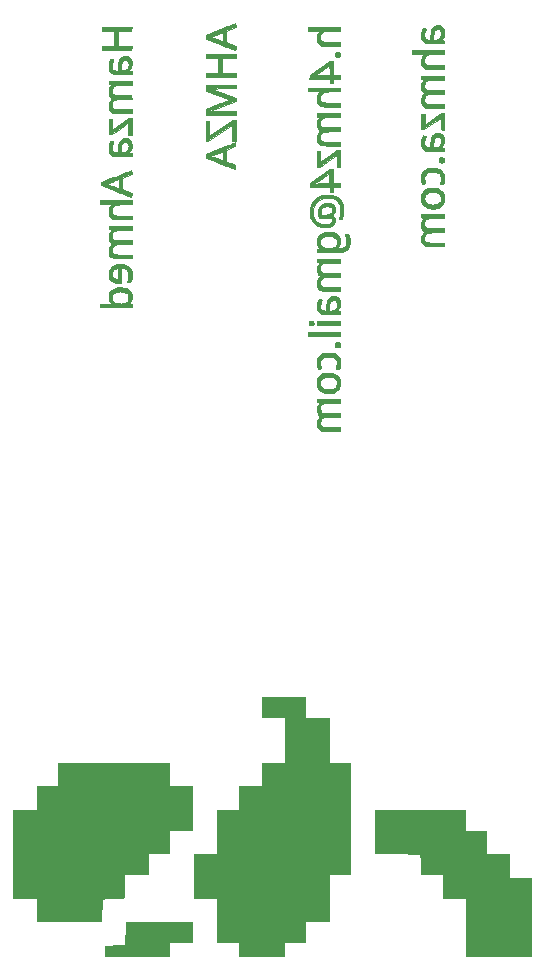
<source format=gbr>
%TF.GenerationSoftware,KiCad,Pcbnew,5.1.6*%
%TF.CreationDate,2020-10-03T01:30:16+01:00*%
%TF.ProjectId,PCB-Business-Card,5043422d-4275-4736-996e-6573732d4361,rev?*%
%TF.SameCoordinates,Original*%
%TF.FileFunction,Legend,Bot*%
%TF.FilePolarity,Positive*%
%FSLAX46Y46*%
G04 Gerber Fmt 4.6, Leading zero omitted, Abs format (unit mm)*
G04 Created by KiCad (PCBNEW 5.1.6) date 2020-10-03 01:30:16*
%MOMM*%
%LPD*%
G01*
G04 APERTURE LIST*
%ADD10C,0.010000*%
G04 APERTURE END LIST*
D10*
%TO.C,Ref\u002A\u002A*%
G36*
X204814424Y-62330769D02*
G01*
X204929151Y-62346795D01*
X205021499Y-62378382D01*
X205022494Y-62378900D01*
X205138625Y-62461950D01*
X205223733Y-62573346D01*
X205277930Y-62713332D01*
X205301327Y-62882156D01*
X205300719Y-62995587D01*
X205283674Y-63148931D01*
X205246593Y-63274951D01*
X205184759Y-63385784D01*
X205116675Y-63469105D01*
X205065747Y-63529531D01*
X205047062Y-63567310D01*
X205059827Y-63586267D01*
X205091569Y-63590452D01*
X205133295Y-63595998D01*
X205192940Y-63609506D01*
X205204458Y-63612613D01*
X205249978Y-63627013D01*
X205273581Y-63645823D01*
X205282466Y-63681510D01*
X205283833Y-63746543D01*
X205283833Y-63865500D01*
X204537708Y-63864084D01*
X204320155Y-63863228D01*
X204141337Y-63861479D01*
X203997664Y-63858708D01*
X203885544Y-63854790D01*
X203801386Y-63849596D01*
X203741600Y-63842998D01*
X203702595Y-63834870D01*
X203701027Y-63834391D01*
X203577534Y-63779290D01*
X203481538Y-63698280D01*
X203411444Y-63588737D01*
X203365657Y-63448033D01*
X203342581Y-63273546D01*
X203340858Y-63241592D01*
X203338953Y-63098777D01*
X203348263Y-62982208D01*
X203366035Y-62891699D01*
X203392225Y-62797970D01*
X203422186Y-62706556D01*
X203452490Y-62626293D01*
X203479708Y-62566018D01*
X203500412Y-62534566D01*
X203505601Y-62532000D01*
X203531004Y-62539735D01*
X203580540Y-62558911D01*
X203639787Y-62583489D01*
X203694324Y-62607428D01*
X203729727Y-62624686D01*
X203734987Y-62628079D01*
X203731564Y-62649266D01*
X203716706Y-62701331D01*
X203693101Y-62775243D01*
X203676778Y-62823638D01*
X203631434Y-62987945D01*
X203611290Y-63139481D01*
X203616691Y-63271468D01*
X203647978Y-63377127D01*
X203648741Y-63378667D01*
X203708940Y-63454131D01*
X203800053Y-63509944D01*
X203913596Y-63541942D01*
X203993887Y-63548000D01*
X204113137Y-63548000D01*
X204346287Y-63548000D01*
X204472551Y-63548000D01*
X204565693Y-63542035D01*
X204662479Y-63526832D01*
X204707033Y-63515863D01*
X204797525Y-63477483D01*
X204874272Y-63415402D01*
X204897649Y-63390116D01*
X204970705Y-63287602D01*
X205013169Y-63175803D01*
X205029364Y-63042295D01*
X205029833Y-63010406D01*
X205017226Y-62878832D01*
X204978540Y-62779800D01*
X204912479Y-62711532D01*
X204817745Y-62672247D01*
X204778093Y-62665086D01*
X204693136Y-62669355D01*
X204602164Y-62697981D01*
X204521817Y-62743942D01*
X204472574Y-62793972D01*
X204428766Y-62887902D01*
X204394432Y-63020130D01*
X204370251Y-63187548D01*
X204360770Y-63305755D01*
X204346287Y-63548000D01*
X204113137Y-63548000D01*
X204126698Y-63267542D01*
X204144491Y-63041738D01*
X204175115Y-62853066D01*
X204220061Y-62697872D01*
X204280818Y-62572504D01*
X204358877Y-62473307D01*
X204455728Y-62396627D01*
X204490083Y-62376706D01*
X204579478Y-62345662D01*
X204692729Y-62330371D01*
X204814424Y-62330769D01*
G37*
X204814424Y-62330769D02*
X204929151Y-62346795D01*
X205021499Y-62378382D01*
X205022494Y-62378900D01*
X205138625Y-62461950D01*
X205223733Y-62573346D01*
X205277930Y-62713332D01*
X205301327Y-62882156D01*
X205300719Y-62995587D01*
X205283674Y-63148931D01*
X205246593Y-63274951D01*
X205184759Y-63385784D01*
X205116675Y-63469105D01*
X205065747Y-63529531D01*
X205047062Y-63567310D01*
X205059827Y-63586267D01*
X205091569Y-63590452D01*
X205133295Y-63595998D01*
X205192940Y-63609506D01*
X205204458Y-63612613D01*
X205249978Y-63627013D01*
X205273581Y-63645823D01*
X205282466Y-63681510D01*
X205283833Y-63746543D01*
X205283833Y-63865500D01*
X204537708Y-63864084D01*
X204320155Y-63863228D01*
X204141337Y-63861479D01*
X203997664Y-63858708D01*
X203885544Y-63854790D01*
X203801386Y-63849596D01*
X203741600Y-63842998D01*
X203702595Y-63834870D01*
X203701027Y-63834391D01*
X203577534Y-63779290D01*
X203481538Y-63698280D01*
X203411444Y-63588737D01*
X203365657Y-63448033D01*
X203342581Y-63273546D01*
X203340858Y-63241592D01*
X203338953Y-63098777D01*
X203348263Y-62982208D01*
X203366035Y-62891699D01*
X203392225Y-62797970D01*
X203422186Y-62706556D01*
X203452490Y-62626293D01*
X203479708Y-62566018D01*
X203500412Y-62534566D01*
X203505601Y-62532000D01*
X203531004Y-62539735D01*
X203580540Y-62558911D01*
X203639787Y-62583489D01*
X203694324Y-62607428D01*
X203729727Y-62624686D01*
X203734987Y-62628079D01*
X203731564Y-62649266D01*
X203716706Y-62701331D01*
X203693101Y-62775243D01*
X203676778Y-62823638D01*
X203631434Y-62987945D01*
X203611290Y-63139481D01*
X203616691Y-63271468D01*
X203647978Y-63377127D01*
X203648741Y-63378667D01*
X203708940Y-63454131D01*
X203800053Y-63509944D01*
X203913596Y-63541942D01*
X203993887Y-63548000D01*
X204113137Y-63548000D01*
X204346287Y-63548000D01*
X204472551Y-63548000D01*
X204565693Y-63542035D01*
X204662479Y-63526832D01*
X204707033Y-63515863D01*
X204797525Y-63477483D01*
X204874272Y-63415402D01*
X204897649Y-63390116D01*
X204970705Y-63287602D01*
X205013169Y-63175803D01*
X205029364Y-63042295D01*
X205029833Y-63010406D01*
X205017226Y-62878832D01*
X204978540Y-62779800D01*
X204912479Y-62711532D01*
X204817745Y-62672247D01*
X204778093Y-62665086D01*
X204693136Y-62669355D01*
X204602164Y-62697981D01*
X204521817Y-62743942D01*
X204472574Y-62793972D01*
X204428766Y-62887902D01*
X204394432Y-63020130D01*
X204370251Y-63187548D01*
X204360770Y-63305755D01*
X204346287Y-63548000D01*
X204113137Y-63548000D01*
X204126698Y-63267542D01*
X204144491Y-63041738D01*
X204175115Y-62853066D01*
X204220061Y-62697872D01*
X204280818Y-62572504D01*
X204358877Y-62473307D01*
X204455728Y-62396627D01*
X204490083Y-62376706D01*
X204579478Y-62345662D01*
X204692729Y-62330371D01*
X204814424Y-62330769D01*
G36*
X196457333Y-62786000D02*
G01*
X195922875Y-62786160D01*
X195713433Y-62787248D01*
X195541159Y-62790742D01*
X195400927Y-62797190D01*
X195287613Y-62807140D01*
X195196090Y-62821141D01*
X195121235Y-62839743D01*
X195057921Y-62863494D01*
X195018638Y-62882979D01*
X194918362Y-62956504D01*
X194849452Y-63053277D01*
X194807703Y-63179345D01*
X194805759Y-63189058D01*
X194792443Y-63343682D01*
X194815032Y-63479665D01*
X194872788Y-63594662D01*
X194961309Y-63683637D01*
X194978991Y-63695585D01*
X194999468Y-63705223D01*
X195027296Y-63712847D01*
X195067033Y-63718752D01*
X195123234Y-63723234D01*
X195200458Y-63726586D01*
X195303261Y-63729106D01*
X195436200Y-63731086D01*
X195603833Y-63732823D01*
X195739184Y-63734010D01*
X196457333Y-63740102D01*
X196457333Y-64077167D01*
X195764125Y-64075367D01*
X195530783Y-64073964D01*
X195338414Y-64071046D01*
X195185681Y-64066565D01*
X195071251Y-64060474D01*
X194993786Y-64052728D01*
X194965083Y-64047412D01*
X194819176Y-63996087D01*
X194704102Y-63920563D01*
X194618333Y-63818539D01*
X194560342Y-63687712D01*
X194528601Y-63525782D01*
X194521088Y-63378222D01*
X194522077Y-63279503D01*
X194527614Y-63208353D01*
X194540672Y-63150036D01*
X194564225Y-63089817D01*
X194590330Y-63035017D01*
X194635575Y-62955093D01*
X194686653Y-62882718D01*
X194731647Y-62834379D01*
X194803217Y-62775417D01*
X194275608Y-62781417D01*
X193748000Y-62787417D01*
X193748000Y-62468500D01*
X196457333Y-62468500D01*
X196457333Y-62786000D01*
G37*
X196457333Y-62786000D02*
X195922875Y-62786160D01*
X195713433Y-62787248D01*
X195541159Y-62790742D01*
X195400927Y-62797190D01*
X195287613Y-62807140D01*
X195196090Y-62821141D01*
X195121235Y-62839743D01*
X195057921Y-62863494D01*
X195018638Y-62882979D01*
X194918362Y-62956504D01*
X194849452Y-63053277D01*
X194807703Y-63179345D01*
X194805759Y-63189058D01*
X194792443Y-63343682D01*
X194815032Y-63479665D01*
X194872788Y-63594662D01*
X194961309Y-63683637D01*
X194978991Y-63695585D01*
X194999468Y-63705223D01*
X195027296Y-63712847D01*
X195067033Y-63718752D01*
X195123234Y-63723234D01*
X195200458Y-63726586D01*
X195303261Y-63729106D01*
X195436200Y-63731086D01*
X195603833Y-63732823D01*
X195739184Y-63734010D01*
X196457333Y-63740102D01*
X196457333Y-64077167D01*
X195764125Y-64075367D01*
X195530783Y-64073964D01*
X195338414Y-64071046D01*
X195185681Y-64066565D01*
X195071251Y-64060474D01*
X194993786Y-64052728D01*
X194965083Y-64047412D01*
X194819176Y-63996087D01*
X194704102Y-63920563D01*
X194618333Y-63818539D01*
X194560342Y-63687712D01*
X194528601Y-63525782D01*
X194521088Y-63378222D01*
X194522077Y-63279503D01*
X194527614Y-63208353D01*
X194540672Y-63150036D01*
X194564225Y-63089817D01*
X194590330Y-63035017D01*
X194635575Y-62955093D01*
X194686653Y-62882718D01*
X194731647Y-62834379D01*
X194803217Y-62775417D01*
X194275608Y-62781417D01*
X193748000Y-62787417D01*
X193748000Y-62468500D01*
X196457333Y-62468500D01*
X196457333Y-62786000D01*
G36*
X187621059Y-62183899D02*
G01*
X187628127Y-62212226D01*
X187630565Y-62268826D01*
X187630833Y-62335272D01*
X187630833Y-62502967D01*
X187244541Y-62650684D01*
X186858250Y-62798400D01*
X186846896Y-63776574D01*
X187159490Y-63898112D01*
X187273447Y-63942431D01*
X187379653Y-63983758D01*
X187469027Y-64018559D01*
X187532494Y-64043298D01*
X187551458Y-64050706D01*
X187630833Y-64081763D01*
X187630833Y-64259382D01*
X187630252Y-64339875D01*
X187628703Y-64400938D01*
X187626476Y-64432903D01*
X187625541Y-64435420D01*
X187605421Y-64427699D01*
X187549151Y-64405955D01*
X187460050Y-64371473D01*
X187341436Y-64325538D01*
X187196628Y-64269437D01*
X187028943Y-64204455D01*
X186841701Y-64131877D01*
X186638219Y-64052990D01*
X186421817Y-63969079D01*
X186355329Y-63943295D01*
X185090408Y-63452750D01*
X185095912Y-63296877D01*
X185096113Y-63291181D01*
X185514166Y-63291181D01*
X185532938Y-63303652D01*
X185583621Y-63325475D01*
X185657767Y-63353226D01*
X185720541Y-63374823D01*
X185819981Y-63408998D01*
X185943982Y-63453238D01*
X186077691Y-63502162D01*
X186206252Y-63550392D01*
X186223250Y-63556880D01*
X186327951Y-63596711D01*
X186418588Y-63630745D01*
X186487839Y-63656269D01*
X186528381Y-63670567D01*
X186535458Y-63672640D01*
X186540528Y-63653368D01*
X186544928Y-63598392D01*
X186548380Y-63514337D01*
X186550606Y-63407830D01*
X186551333Y-63294309D01*
X186551333Y-62913618D01*
X186450791Y-62953126D01*
X186356836Y-62989255D01*
X186244634Y-63031159D01*
X186121689Y-63076173D01*
X185995501Y-63121631D01*
X185873571Y-63164866D01*
X185763401Y-63203212D01*
X185672493Y-63234004D01*
X185608347Y-63254576D01*
X185582958Y-63261559D01*
X185536338Y-63275469D01*
X185514409Y-63289868D01*
X185514166Y-63291181D01*
X185096113Y-63291181D01*
X185101416Y-63141003D01*
X186318500Y-62666755D01*
X186535207Y-62582410D01*
X186741094Y-62502463D01*
X186932626Y-62428275D01*
X187106264Y-62361207D01*
X187258474Y-62302620D01*
X187385716Y-62253875D01*
X187484456Y-62216334D01*
X187551155Y-62191357D01*
X187582278Y-62180306D01*
X187583208Y-62180043D01*
X187606905Y-62175840D01*
X187621059Y-62183899D01*
G37*
X187621059Y-62183899D02*
X187628127Y-62212226D01*
X187630565Y-62268826D01*
X187630833Y-62335272D01*
X187630833Y-62502967D01*
X187244541Y-62650684D01*
X186858250Y-62798400D01*
X186846896Y-63776574D01*
X187159490Y-63898112D01*
X187273447Y-63942431D01*
X187379653Y-63983758D01*
X187469027Y-64018559D01*
X187532494Y-64043298D01*
X187551458Y-64050706D01*
X187630833Y-64081763D01*
X187630833Y-64259382D01*
X187630252Y-64339875D01*
X187628703Y-64400938D01*
X187626476Y-64432903D01*
X187625541Y-64435420D01*
X187605421Y-64427699D01*
X187549151Y-64405955D01*
X187460050Y-64371473D01*
X187341436Y-64325538D01*
X187196628Y-64269437D01*
X187028943Y-64204455D01*
X186841701Y-64131877D01*
X186638219Y-64052990D01*
X186421817Y-63969079D01*
X186355329Y-63943295D01*
X185090408Y-63452750D01*
X185095912Y-63296877D01*
X185096113Y-63291181D01*
X185514166Y-63291181D01*
X185532938Y-63303652D01*
X185583621Y-63325475D01*
X185657767Y-63353226D01*
X185720541Y-63374823D01*
X185819981Y-63408998D01*
X185943982Y-63453238D01*
X186077691Y-63502162D01*
X186206252Y-63550392D01*
X186223250Y-63556880D01*
X186327951Y-63596711D01*
X186418588Y-63630745D01*
X186487839Y-63656269D01*
X186528381Y-63670567D01*
X186535458Y-63672640D01*
X186540528Y-63653368D01*
X186544928Y-63598392D01*
X186548380Y-63514337D01*
X186550606Y-63407830D01*
X186551333Y-63294309D01*
X186551333Y-62913618D01*
X186450791Y-62953126D01*
X186356836Y-62989255D01*
X186244634Y-63031159D01*
X186121689Y-63076173D01*
X185995501Y-63121631D01*
X185873571Y-63164866D01*
X185763401Y-63203212D01*
X185672493Y-63234004D01*
X185608347Y-63254576D01*
X185582958Y-63261559D01*
X185536338Y-63275469D01*
X185514409Y-63289868D01*
X185514166Y-63291181D01*
X185096113Y-63291181D01*
X185101416Y-63141003D01*
X186318500Y-62666755D01*
X186535207Y-62582410D01*
X186741094Y-62502463D01*
X186932626Y-62428275D01*
X187106264Y-62361207D01*
X187258474Y-62302620D01*
X187385716Y-62253875D01*
X187484456Y-62216334D01*
X187551155Y-62191357D01*
X187582278Y-62180306D01*
X187583208Y-62180043D01*
X187606905Y-62175840D01*
X187621059Y-62183899D01*
G36*
X178821098Y-62674875D02*
G01*
X178814916Y-62838917D01*
X178227541Y-62844543D01*
X177640166Y-62850170D01*
X177640166Y-64119500D01*
X178827280Y-64119500D01*
X178814916Y-64447584D01*
X176285500Y-64458500D01*
X176285500Y-64119500D01*
X177343833Y-64119500D01*
X177343833Y-62849500D01*
X176285500Y-62849500D01*
X176285500Y-62510834D01*
X178827280Y-62510834D01*
X178821098Y-62674875D01*
G37*
X178821098Y-62674875D02*
X178814916Y-62838917D01*
X178227541Y-62844543D01*
X177640166Y-62850170D01*
X177640166Y-64119500D01*
X178827280Y-64119500D01*
X178814916Y-64447584D01*
X176285500Y-64458500D01*
X176285500Y-64119500D01*
X177343833Y-64119500D01*
X177343833Y-62849500D01*
X176285500Y-62849500D01*
X176285500Y-62510834D01*
X178827280Y-62510834D01*
X178821098Y-62674875D01*
G36*
X196341430Y-64608766D02*
G01*
X196405278Y-64627961D01*
X196455927Y-64676694D01*
X196489108Y-64750879D01*
X196501526Y-64836081D01*
X196489888Y-64917862D01*
X196477872Y-64946173D01*
X196428184Y-64998372D01*
X196351864Y-65033742D01*
X196262247Y-65049404D01*
X196172670Y-65042476D01*
X196119083Y-65023646D01*
X196059334Y-64972211D01*
X196023855Y-64898465D01*
X196012917Y-64814266D01*
X196026790Y-64731473D01*
X196065745Y-64661945D01*
X196110013Y-64626467D01*
X196173593Y-64607851D01*
X196257426Y-64601985D01*
X196341430Y-64608766D01*
G37*
X196341430Y-64608766D02*
X196405278Y-64627961D01*
X196455927Y-64676694D01*
X196489108Y-64750879D01*
X196501526Y-64836081D01*
X196489888Y-64917862D01*
X196477872Y-64946173D01*
X196428184Y-64998372D01*
X196351864Y-65033742D01*
X196262247Y-65049404D01*
X196172670Y-65042476D01*
X196119083Y-65023646D01*
X196059334Y-64972211D01*
X196023855Y-64898465D01*
X196012917Y-64814266D01*
X196026790Y-64731473D01*
X196065745Y-64661945D01*
X196110013Y-64626467D01*
X196173593Y-64607851D01*
X196257426Y-64601985D01*
X196341430Y-64608766D01*
G36*
X205283833Y-64775667D02*
G01*
X204682812Y-64775667D01*
X204503344Y-64775921D01*
X204360471Y-64776899D01*
X204248461Y-64778928D01*
X204161577Y-64782331D01*
X204094085Y-64787434D01*
X204040251Y-64794561D01*
X203994339Y-64804038D01*
X203950614Y-64816190D01*
X203946729Y-64817384D01*
X203814832Y-64876931D01*
X203715252Y-64963669D01*
X203648598Y-65076742D01*
X203615477Y-65215295D01*
X203611666Y-65289164D01*
X203627308Y-65433406D01*
X203673475Y-65550602D01*
X203749032Y-65638997D01*
X203852842Y-65696831D01*
X203880963Y-65705727D01*
X203925578Y-65712048D01*
X204008227Y-65717501D01*
X204124616Y-65721956D01*
X204270452Y-65725286D01*
X204441441Y-65727360D01*
X204622375Y-65728049D01*
X205283833Y-65728167D01*
X205283833Y-66045667D01*
X204558875Y-66043500D01*
X204384915Y-66042537D01*
X204222087Y-66040790D01*
X204075835Y-66038383D01*
X203951605Y-66035438D01*
X203854838Y-66032080D01*
X203790981Y-66028430D01*
X203768257Y-66025648D01*
X203628533Y-65972389D01*
X203514710Y-65886536D01*
X203427911Y-65769819D01*
X203369259Y-65623968D01*
X203339878Y-65450714D01*
X203336500Y-65360550D01*
X203348788Y-65220866D01*
X203382924Y-65084144D01*
X203434816Y-64960323D01*
X203500372Y-64859340D01*
X203569376Y-64795052D01*
X203579150Y-64785763D01*
X203573982Y-64778774D01*
X203549641Y-64773880D01*
X203501897Y-64770881D01*
X203426519Y-64769573D01*
X203319277Y-64769752D01*
X203175941Y-64771218D01*
X203094524Y-64772298D01*
X202574500Y-64779513D01*
X202574500Y-64437000D01*
X205283833Y-64437000D01*
X205283833Y-64775667D01*
G37*
X205283833Y-64775667D02*
X204682812Y-64775667D01*
X204503344Y-64775921D01*
X204360471Y-64776899D01*
X204248461Y-64778928D01*
X204161577Y-64782331D01*
X204094085Y-64787434D01*
X204040251Y-64794561D01*
X203994339Y-64804038D01*
X203950614Y-64816190D01*
X203946729Y-64817384D01*
X203814832Y-64876931D01*
X203715252Y-64963669D01*
X203648598Y-65076742D01*
X203615477Y-65215295D01*
X203611666Y-65289164D01*
X203627308Y-65433406D01*
X203673475Y-65550602D01*
X203749032Y-65638997D01*
X203852842Y-65696831D01*
X203880963Y-65705727D01*
X203925578Y-65712048D01*
X204008227Y-65717501D01*
X204124616Y-65721956D01*
X204270452Y-65725286D01*
X204441441Y-65727360D01*
X204622375Y-65728049D01*
X205283833Y-65728167D01*
X205283833Y-66045667D01*
X204558875Y-66043500D01*
X204384915Y-66042537D01*
X204222087Y-66040790D01*
X204075835Y-66038383D01*
X203951605Y-66035438D01*
X203854838Y-66032080D01*
X203790981Y-66028430D01*
X203768257Y-66025648D01*
X203628533Y-65972389D01*
X203514710Y-65886536D01*
X203427911Y-65769819D01*
X203369259Y-65623968D01*
X203339878Y-65450714D01*
X203336500Y-65360550D01*
X203348788Y-65220866D01*
X203382924Y-65084144D01*
X203434816Y-64960323D01*
X203500372Y-64859340D01*
X203569376Y-64795052D01*
X203579150Y-64785763D01*
X203573982Y-64778774D01*
X203549641Y-64773880D01*
X203501897Y-64770881D01*
X203426519Y-64769573D01*
X203319277Y-64769752D01*
X203175941Y-64771218D01*
X203094524Y-64772298D01*
X202574500Y-64779513D01*
X202574500Y-64437000D01*
X205283833Y-64437000D01*
X205283833Y-64775667D01*
G36*
X178394400Y-64950456D02*
G01*
X178506551Y-64972802D01*
X178549952Y-64988962D01*
X178634955Y-65033038D01*
X178695552Y-65081781D01*
X178745711Y-65148578D01*
X178780162Y-65209584D01*
X178804724Y-65259661D01*
X178820847Y-65306025D01*
X178830278Y-65359588D01*
X178834764Y-65431265D01*
X178836054Y-65531969D01*
X178836083Y-65558834D01*
X178832021Y-65700902D01*
X178817281Y-65811975D01*
X178788032Y-65902829D01*
X178740444Y-65984245D01*
X178670686Y-66067002D01*
X178646641Y-66091900D01*
X178553235Y-66186644D01*
X178689367Y-66213703D01*
X178825500Y-66240762D01*
X178825500Y-66490167D01*
X178111125Y-66488367D01*
X177884257Y-66487152D01*
X177696979Y-66484691D01*
X177546559Y-66480888D01*
X177430269Y-66475647D01*
X177345380Y-66468871D01*
X177289162Y-66460463D01*
X177283511Y-66459172D01*
X177147001Y-66406914D01*
X177038606Y-66323133D01*
X176958458Y-66208072D01*
X176906690Y-66061974D01*
X176883434Y-65885082D01*
X176885032Y-65728167D01*
X176897087Y-65609809D01*
X176917637Y-65491439D01*
X176944415Y-65380469D01*
X176975156Y-65284311D01*
X177007595Y-65210377D01*
X177039465Y-65166079D01*
X177059726Y-65156667D01*
X177092519Y-65164150D01*
X177144535Y-65182727D01*
X177202032Y-65206586D01*
X177251269Y-65229916D01*
X177278505Y-65246906D01*
X177280333Y-65249960D01*
X177274026Y-65273105D01*
X177257059Y-65327154D01*
X177232357Y-65402917D01*
X177214727Y-65455911D01*
X177181999Y-65560156D01*
X177163166Y-65641445D01*
X177155575Y-65715788D01*
X177156578Y-65799195D01*
X177156876Y-65805292D01*
X177174506Y-65932278D01*
X177215496Y-66027684D01*
X177283825Y-66095454D01*
X177383470Y-66139535D01*
X177518411Y-66163870D01*
X177518480Y-66163877D01*
X177661333Y-66178513D01*
X177661363Y-66151500D01*
X177888720Y-66151500D01*
X178055485Y-66151035D01*
X178179076Y-66144642D01*
X178271888Y-66125209D01*
X178306916Y-66111494D01*
X178416025Y-66038703D01*
X178498826Y-65935487D01*
X178552693Y-65806512D01*
X178574999Y-65656443D01*
X178575452Y-65634440D01*
X178563211Y-65500022D01*
X178524446Y-65398415D01*
X178458705Y-65329079D01*
X178365539Y-65291476D01*
X178282484Y-65283746D01*
X178180168Y-65295072D01*
X178096703Y-65330854D01*
X178030319Y-65394059D01*
X177979250Y-65487653D01*
X177941728Y-65614603D01*
X177915984Y-65777875D01*
X177903767Y-65919329D01*
X177888720Y-66151500D01*
X177661363Y-66151500D01*
X177661507Y-66022132D01*
X177667631Y-65850817D01*
X177684388Y-65676084D01*
X177709900Y-65512602D01*
X177742289Y-65375036D01*
X177745851Y-65363213D01*
X177800882Y-65236465D01*
X177880197Y-65122290D01*
X177975067Y-65031474D01*
X178052097Y-64984761D01*
X178150182Y-64956292D01*
X178269946Y-64944905D01*
X178394400Y-64950456D01*
G37*
X178394400Y-64950456D02*
X178506551Y-64972802D01*
X178549952Y-64988962D01*
X178634955Y-65033038D01*
X178695552Y-65081781D01*
X178745711Y-65148578D01*
X178780162Y-65209584D01*
X178804724Y-65259661D01*
X178820847Y-65306025D01*
X178830278Y-65359588D01*
X178834764Y-65431265D01*
X178836054Y-65531969D01*
X178836083Y-65558834D01*
X178832021Y-65700902D01*
X178817281Y-65811975D01*
X178788032Y-65902829D01*
X178740444Y-65984245D01*
X178670686Y-66067002D01*
X178646641Y-66091900D01*
X178553235Y-66186644D01*
X178689367Y-66213703D01*
X178825500Y-66240762D01*
X178825500Y-66490167D01*
X178111125Y-66488367D01*
X177884257Y-66487152D01*
X177696979Y-66484691D01*
X177546559Y-66480888D01*
X177430269Y-66475647D01*
X177345380Y-66468871D01*
X177289162Y-66460463D01*
X177283511Y-66459172D01*
X177147001Y-66406914D01*
X177038606Y-66323133D01*
X176958458Y-66208072D01*
X176906690Y-66061974D01*
X176883434Y-65885082D01*
X176885032Y-65728167D01*
X176897087Y-65609809D01*
X176917637Y-65491439D01*
X176944415Y-65380469D01*
X176975156Y-65284311D01*
X177007595Y-65210377D01*
X177039465Y-65166079D01*
X177059726Y-65156667D01*
X177092519Y-65164150D01*
X177144535Y-65182727D01*
X177202032Y-65206586D01*
X177251269Y-65229916D01*
X177278505Y-65246906D01*
X177280333Y-65249960D01*
X177274026Y-65273105D01*
X177257059Y-65327154D01*
X177232357Y-65402917D01*
X177214727Y-65455911D01*
X177181999Y-65560156D01*
X177163166Y-65641445D01*
X177155575Y-65715788D01*
X177156578Y-65799195D01*
X177156876Y-65805292D01*
X177174506Y-65932278D01*
X177215496Y-66027684D01*
X177283825Y-66095454D01*
X177383470Y-66139535D01*
X177518411Y-66163870D01*
X177518480Y-66163877D01*
X177661333Y-66178513D01*
X177661363Y-66151500D01*
X177888720Y-66151500D01*
X178055485Y-66151035D01*
X178179076Y-66144642D01*
X178271888Y-66125209D01*
X178306916Y-66111494D01*
X178416025Y-66038703D01*
X178498826Y-65935487D01*
X178552693Y-65806512D01*
X178574999Y-65656443D01*
X178575452Y-65634440D01*
X178563211Y-65500022D01*
X178524446Y-65398415D01*
X178458705Y-65329079D01*
X178365539Y-65291476D01*
X178282484Y-65283746D01*
X178180168Y-65295072D01*
X178096703Y-65330854D01*
X178030319Y-65394059D01*
X177979250Y-65487653D01*
X177941728Y-65614603D01*
X177915984Y-65777875D01*
X177903767Y-65919329D01*
X177888720Y-66151500D01*
X177661363Y-66151500D01*
X177661507Y-66022132D01*
X177667631Y-65850817D01*
X177684388Y-65676084D01*
X177709900Y-65512602D01*
X177742289Y-65375036D01*
X177745851Y-65363213D01*
X177800882Y-65236465D01*
X177880197Y-65122290D01*
X177975067Y-65031474D01*
X178052097Y-64984761D01*
X178150182Y-64956292D01*
X178269946Y-64944905D01*
X178394400Y-64950456D01*
G36*
X187630833Y-65093167D02*
G01*
X186466666Y-65093167D01*
X186466666Y-66363167D01*
X187630833Y-66363167D01*
X187630833Y-66701834D01*
X185090833Y-66701834D01*
X185090833Y-66363167D01*
X186170333Y-66363167D01*
X186170333Y-65093167D01*
X185090833Y-65093167D01*
X185090833Y-64754500D01*
X187630833Y-64754500D01*
X187630833Y-65093167D01*
G37*
X187630833Y-65093167D02*
X186466666Y-65093167D01*
X186466666Y-66363167D01*
X187630833Y-66363167D01*
X187630833Y-66701834D01*
X185090833Y-66701834D01*
X185090833Y-66363167D01*
X186170333Y-66363167D01*
X186170333Y-65093167D01*
X185090833Y-65093167D01*
X185090833Y-64754500D01*
X187630833Y-64754500D01*
X187630833Y-65093167D01*
G36*
X195885833Y-66574834D02*
G01*
X196457333Y-66574834D01*
X196457333Y-66892334D01*
X195885833Y-66892334D01*
X195885833Y-67252167D01*
X195589500Y-67252167D01*
X195589500Y-66892334D01*
X193894454Y-66892334D01*
X193900602Y-66719093D01*
X193905748Y-66574067D01*
X194287750Y-66574067D01*
X194938625Y-66574450D01*
X195589500Y-66574834D01*
X195589500Y-66140917D01*
X195589015Y-66010568D01*
X195587661Y-65895886D01*
X195585589Y-65803128D01*
X195582950Y-65738553D01*
X195579894Y-65708421D01*
X195579048Y-65707000D01*
X195559786Y-65718714D01*
X195510227Y-65751886D01*
X195434661Y-65803561D01*
X195337374Y-65870781D01*
X195222655Y-65950593D01*
X195094793Y-66040040D01*
X195037597Y-66080196D01*
X194899619Y-66176629D01*
X194767615Y-66267873D01*
X194646974Y-66350282D01*
X194543088Y-66420204D01*
X194461345Y-66473993D01*
X194407136Y-66508000D01*
X194397174Y-66513729D01*
X194287750Y-66574067D01*
X193905748Y-66574067D01*
X193906750Y-66545853D01*
X194749433Y-65957093D01*
X195592116Y-65368334D01*
X195885833Y-65368334D01*
X195885833Y-66574834D01*
G37*
X195885833Y-66574834D02*
X196457333Y-66574834D01*
X196457333Y-66892334D01*
X195885833Y-66892334D01*
X195885833Y-67252167D01*
X195589500Y-67252167D01*
X195589500Y-66892334D01*
X193894454Y-66892334D01*
X193900602Y-66719093D01*
X193905748Y-66574067D01*
X194287750Y-66574067D01*
X194938625Y-66574450D01*
X195589500Y-66574834D01*
X195589500Y-66140917D01*
X195589015Y-66010568D01*
X195587661Y-65895886D01*
X195585589Y-65803128D01*
X195582950Y-65738553D01*
X195579894Y-65708421D01*
X195579048Y-65707000D01*
X195559786Y-65718714D01*
X195510227Y-65751886D01*
X195434661Y-65803561D01*
X195337374Y-65870781D01*
X195222655Y-65950593D01*
X195094793Y-66040040D01*
X195037597Y-66080196D01*
X194899619Y-66176629D01*
X194767615Y-66267873D01*
X194646974Y-66350282D01*
X194543088Y-66420204D01*
X194461345Y-66473993D01*
X194407136Y-66508000D01*
X194397174Y-66513729D01*
X194287750Y-66574067D01*
X193905748Y-66574067D01*
X193906750Y-66545853D01*
X194749433Y-65957093D01*
X195592116Y-65368334D01*
X195885833Y-65368334D01*
X195885833Y-66574834D01*
G36*
X196457333Y-67929500D02*
G01*
X195922875Y-67929660D01*
X195713433Y-67930748D01*
X195541159Y-67934242D01*
X195400927Y-67940690D01*
X195287613Y-67950640D01*
X195196090Y-67964641D01*
X195121235Y-67983243D01*
X195057921Y-68006994D01*
X195018638Y-68026479D01*
X194918362Y-68100004D01*
X194849452Y-68196777D01*
X194807703Y-68322845D01*
X194805759Y-68332558D01*
X194792443Y-68487182D01*
X194815032Y-68623165D01*
X194872788Y-68738162D01*
X194961309Y-68827137D01*
X194978991Y-68839085D01*
X194999468Y-68848723D01*
X195027296Y-68856347D01*
X195067033Y-68862252D01*
X195123234Y-68866734D01*
X195200458Y-68870086D01*
X195303261Y-68872606D01*
X195436200Y-68874586D01*
X195603833Y-68876323D01*
X195739184Y-68877510D01*
X196457333Y-68883602D01*
X196457333Y-69220667D01*
X195764125Y-69218867D01*
X195530783Y-69217464D01*
X195338414Y-69214546D01*
X195185681Y-69210065D01*
X195071251Y-69203974D01*
X194993786Y-69196228D01*
X194965083Y-69190912D01*
X194818982Y-69139508D01*
X194703787Y-69063881D01*
X194617997Y-68961762D01*
X194560111Y-68830883D01*
X194528627Y-68668978D01*
X194521430Y-68520809D01*
X194522714Y-68421596D01*
X194528475Y-68350028D01*
X194541670Y-68291443D01*
X194565254Y-68231181D01*
X194590507Y-68178157D01*
X194634406Y-68099620D01*
X194682643Y-68029486D01*
X194723973Y-67983724D01*
X194788414Y-67929500D01*
X193748000Y-67929500D01*
X193748000Y-67612000D01*
X196457333Y-67612000D01*
X196457333Y-67929500D01*
G37*
X196457333Y-67929500D02*
X195922875Y-67929660D01*
X195713433Y-67930748D01*
X195541159Y-67934242D01*
X195400927Y-67940690D01*
X195287613Y-67950640D01*
X195196090Y-67964641D01*
X195121235Y-67983243D01*
X195057921Y-68006994D01*
X195018638Y-68026479D01*
X194918362Y-68100004D01*
X194849452Y-68196777D01*
X194807703Y-68322845D01*
X194805759Y-68332558D01*
X194792443Y-68487182D01*
X194815032Y-68623165D01*
X194872788Y-68738162D01*
X194961309Y-68827137D01*
X194978991Y-68839085D01*
X194999468Y-68848723D01*
X195027296Y-68856347D01*
X195067033Y-68862252D01*
X195123234Y-68866734D01*
X195200458Y-68870086D01*
X195303261Y-68872606D01*
X195436200Y-68874586D01*
X195603833Y-68876323D01*
X195739184Y-68877510D01*
X196457333Y-68883602D01*
X196457333Y-69220667D01*
X195764125Y-69218867D01*
X195530783Y-69217464D01*
X195338414Y-69214546D01*
X195185681Y-69210065D01*
X195071251Y-69203974D01*
X194993786Y-69196228D01*
X194965083Y-69190912D01*
X194818982Y-69139508D01*
X194703787Y-69063881D01*
X194617997Y-68961762D01*
X194560111Y-68830883D01*
X194528627Y-68668978D01*
X194521430Y-68520809D01*
X194522714Y-68421596D01*
X194528475Y-68350028D01*
X194541670Y-68291443D01*
X194565254Y-68231181D01*
X194590507Y-68178157D01*
X194634406Y-68099620D01*
X194682643Y-68029486D01*
X194723973Y-67983724D01*
X194788414Y-67929500D01*
X193748000Y-67929500D01*
X193748000Y-67612000D01*
X196457333Y-67612000D01*
X196457333Y-67929500D01*
G36*
X205283833Y-66953076D02*
G01*
X204632958Y-66959747D01*
X204449381Y-66961730D01*
X204302942Y-66963761D01*
X204188444Y-66966229D01*
X204100692Y-66969523D01*
X204034492Y-66974032D01*
X203984648Y-66980145D01*
X203945965Y-66988251D01*
X203913248Y-66998740D01*
X203881302Y-67012001D01*
X203870469Y-67016859D01*
X203753614Y-67087265D01*
X203673698Y-67176840D01*
X203633764Y-67268699D01*
X203612505Y-67402995D01*
X203622817Y-67528769D01*
X203662411Y-67638756D01*
X203728996Y-67725688D01*
X203791583Y-67769524D01*
X203816838Y-67781430D01*
X203844614Y-67791024D01*
X203879686Y-67798606D01*
X203926829Y-67804480D01*
X203990819Y-67808947D01*
X204076432Y-67812310D01*
X204188442Y-67814871D01*
X204331626Y-67816933D01*
X204510758Y-67818797D01*
X204580041Y-67819434D01*
X205283833Y-67825785D01*
X205283833Y-68137403D01*
X204654125Y-68146306D01*
X204463047Y-68149411D01*
X204309322Y-68152946D01*
X204187972Y-68157206D01*
X204094016Y-68162487D01*
X204022475Y-68169085D01*
X203968368Y-68177295D01*
X203926718Y-68187413D01*
X203918583Y-68189973D01*
X203796287Y-68247702D01*
X203706497Y-68330937D01*
X203647644Y-68441795D01*
X203618155Y-68582396D01*
X203616859Y-68596936D01*
X203621173Y-68735389D01*
X203658360Y-68847496D01*
X203728295Y-68932977D01*
X203784508Y-68970619D01*
X203810620Y-68983935D01*
X203836955Y-68994642D01*
X203868321Y-69003075D01*
X203909527Y-69009572D01*
X203965380Y-69014466D01*
X204040691Y-69018094D01*
X204140266Y-69020792D01*
X204268914Y-69022895D01*
X204431444Y-69024740D01*
X204580041Y-69026170D01*
X205283833Y-69032757D01*
X205283833Y-69347667D01*
X204558875Y-69346238D01*
X204332509Y-69345184D01*
X204145835Y-69342936D01*
X203996225Y-69339405D01*
X203881051Y-69334499D01*
X203797685Y-69328129D01*
X203743501Y-69320205D01*
X203734271Y-69317988D01*
X203595930Y-69260542D01*
X203483854Y-69170590D01*
X203409073Y-69066330D01*
X203378398Y-69003707D01*
X203358924Y-68943083D01*
X203347411Y-68870076D01*
X203340619Y-68770308D01*
X203340174Y-68760530D01*
X203346688Y-68575714D01*
X203382634Y-68413008D01*
X203446619Y-68276001D01*
X203537254Y-68168282D01*
X203583607Y-68132178D01*
X203652994Y-68085028D01*
X203579995Y-68050217D01*
X203486583Y-67982791D01*
X203414546Y-67881994D01*
X203365509Y-67751899D01*
X203341095Y-67596580D01*
X203340764Y-67450261D01*
X203367942Y-67278763D01*
X203427293Y-67134736D01*
X203518854Y-67018091D01*
X203535571Y-67002772D01*
X203574872Y-66966515D01*
X203589013Y-66943089D01*
X203573715Y-66927621D01*
X203524698Y-66915235D01*
X203447625Y-66902603D01*
X203357666Y-66888612D01*
X203357666Y-66617167D01*
X205283833Y-66617167D01*
X205283833Y-66953076D01*
G37*
X205283833Y-66953076D02*
X204632958Y-66959747D01*
X204449381Y-66961730D01*
X204302942Y-66963761D01*
X204188444Y-66966229D01*
X204100692Y-66969523D01*
X204034492Y-66974032D01*
X203984648Y-66980145D01*
X203945965Y-66988251D01*
X203913248Y-66998740D01*
X203881302Y-67012001D01*
X203870469Y-67016859D01*
X203753614Y-67087265D01*
X203673698Y-67176840D01*
X203633764Y-67268699D01*
X203612505Y-67402995D01*
X203622817Y-67528769D01*
X203662411Y-67638756D01*
X203728996Y-67725688D01*
X203791583Y-67769524D01*
X203816838Y-67781430D01*
X203844614Y-67791024D01*
X203879686Y-67798606D01*
X203926829Y-67804480D01*
X203990819Y-67808947D01*
X204076432Y-67812310D01*
X204188442Y-67814871D01*
X204331626Y-67816933D01*
X204510758Y-67818797D01*
X204580041Y-67819434D01*
X205283833Y-67825785D01*
X205283833Y-68137403D01*
X204654125Y-68146306D01*
X204463047Y-68149411D01*
X204309322Y-68152946D01*
X204187972Y-68157206D01*
X204094016Y-68162487D01*
X204022475Y-68169085D01*
X203968368Y-68177295D01*
X203926718Y-68187413D01*
X203918583Y-68189973D01*
X203796287Y-68247702D01*
X203706497Y-68330937D01*
X203647644Y-68441795D01*
X203618155Y-68582396D01*
X203616859Y-68596936D01*
X203621173Y-68735389D01*
X203658360Y-68847496D01*
X203728295Y-68932977D01*
X203784508Y-68970619D01*
X203810620Y-68983935D01*
X203836955Y-68994642D01*
X203868321Y-69003075D01*
X203909527Y-69009572D01*
X203965380Y-69014466D01*
X204040691Y-69018094D01*
X204140266Y-69020792D01*
X204268914Y-69022895D01*
X204431444Y-69024740D01*
X204580041Y-69026170D01*
X205283833Y-69032757D01*
X205283833Y-69347667D01*
X204558875Y-69346238D01*
X204332509Y-69345184D01*
X204145835Y-69342936D01*
X203996225Y-69339405D01*
X203881051Y-69334499D01*
X203797685Y-69328129D01*
X203743501Y-69320205D01*
X203734271Y-69317988D01*
X203595930Y-69260542D01*
X203483854Y-69170590D01*
X203409073Y-69066330D01*
X203378398Y-69003707D01*
X203358924Y-68943083D01*
X203347411Y-68870076D01*
X203340619Y-68770308D01*
X203340174Y-68760530D01*
X203346688Y-68575714D01*
X203382634Y-68413008D01*
X203446619Y-68276001D01*
X203537254Y-68168282D01*
X203583607Y-68132178D01*
X203652994Y-68085028D01*
X203579995Y-68050217D01*
X203486583Y-67982791D01*
X203414546Y-67881994D01*
X203365509Y-67751899D01*
X203341095Y-67596580D01*
X203340764Y-67450261D01*
X203367942Y-67278763D01*
X203427293Y-67134736D01*
X203518854Y-67018091D01*
X203535571Y-67002772D01*
X203574872Y-66966515D01*
X203589013Y-66943089D01*
X203573715Y-66927621D01*
X203524698Y-66915235D01*
X203447625Y-66902603D01*
X203357666Y-66888612D01*
X203357666Y-66617167D01*
X205283833Y-66617167D01*
X205283833Y-66953076D01*
G36*
X178825500Y-67375403D02*
G01*
X178195791Y-67383651D01*
X178014398Y-67386187D01*
X177869931Y-67388782D01*
X177756981Y-67391837D01*
X177670142Y-67395756D01*
X177604007Y-67400941D01*
X177553170Y-67407794D01*
X177512222Y-67416717D01*
X177475758Y-67428114D01*
X177445651Y-67439493D01*
X177321059Y-67507969D01*
X177230987Y-67600738D01*
X177176052Y-67716748D01*
X177156866Y-67854945D01*
X177160474Y-67928255D01*
X177185027Y-68039598D01*
X177237522Y-68127171D01*
X177309609Y-68192776D01*
X177327134Y-68204535D01*
X177348004Y-68214077D01*
X177376745Y-68221716D01*
X177417888Y-68227765D01*
X177475958Y-68232539D01*
X177555487Y-68236351D01*
X177661001Y-68239516D01*
X177797029Y-68242348D01*
X177968099Y-68245161D01*
X178091467Y-68247000D01*
X178814916Y-68257584D01*
X178821098Y-68421625D01*
X178827280Y-68585667D01*
X178219237Y-68585667D01*
X178033276Y-68586044D01*
X177884165Y-68587354D01*
X177766426Y-68589862D01*
X177674581Y-68593833D01*
X177603152Y-68599532D01*
X177546661Y-68607226D01*
X177499629Y-68617180D01*
X177484219Y-68621294D01*
X177355580Y-68676583D01*
X177257377Y-68760227D01*
X177191292Y-68869511D01*
X177159005Y-69001722D01*
X177160838Y-69143328D01*
X177185631Y-69249943D01*
X177235705Y-69329241D01*
X177318623Y-69392046D01*
X177344265Y-69405875D01*
X177370984Y-69418900D01*
X177397888Y-69429305D01*
X177429839Y-69437383D01*
X177471697Y-69443429D01*
X177528324Y-69447737D01*
X177604581Y-69450601D01*
X177705328Y-69452315D01*
X177835428Y-69453173D01*
X177999740Y-69453470D01*
X178131484Y-69453500D01*
X178825500Y-69453500D01*
X178825500Y-69792167D01*
X178142875Y-69789677D01*
X177971930Y-69788543D01*
X177810263Y-69786504D01*
X177663895Y-69783712D01*
X177538849Y-69780315D01*
X177441146Y-69776464D01*
X177376810Y-69772308D01*
X177359316Y-69770209D01*
X177202897Y-69726855D01*
X177077367Y-69654594D01*
X176982704Y-69553393D01*
X176918886Y-69423219D01*
X176885888Y-69264041D01*
X176882534Y-69095747D01*
X176907363Y-68916124D01*
X176962619Y-68764915D01*
X177049064Y-68640330D01*
X177096396Y-68594166D01*
X177146175Y-68546898D01*
X177163628Y-68518730D01*
X177153333Y-68505775D01*
X177121618Y-68485444D01*
X177072980Y-68444583D01*
X177033600Y-68407347D01*
X176954603Y-68305282D01*
X176904626Y-68182436D01*
X176882235Y-68033987D01*
X176882865Y-67899684D01*
X176905793Y-67734449D01*
X176955867Y-67597435D01*
X177035714Y-67482356D01*
X177072898Y-67444480D01*
X177153865Y-67368584D01*
X177031891Y-67346883D01*
X176909916Y-67325182D01*
X176903614Y-67193424D01*
X176897313Y-67061667D01*
X178825500Y-67061667D01*
X178825500Y-67375403D01*
G37*
X178825500Y-67375403D02*
X178195791Y-67383651D01*
X178014398Y-67386187D01*
X177869931Y-67388782D01*
X177756981Y-67391837D01*
X177670142Y-67395756D01*
X177604007Y-67400941D01*
X177553170Y-67407794D01*
X177512222Y-67416717D01*
X177475758Y-67428114D01*
X177445651Y-67439493D01*
X177321059Y-67507969D01*
X177230987Y-67600738D01*
X177176052Y-67716748D01*
X177156866Y-67854945D01*
X177160474Y-67928255D01*
X177185027Y-68039598D01*
X177237522Y-68127171D01*
X177309609Y-68192776D01*
X177327134Y-68204535D01*
X177348004Y-68214077D01*
X177376745Y-68221716D01*
X177417888Y-68227765D01*
X177475958Y-68232539D01*
X177555487Y-68236351D01*
X177661001Y-68239516D01*
X177797029Y-68242348D01*
X177968099Y-68245161D01*
X178091467Y-68247000D01*
X178814916Y-68257584D01*
X178821098Y-68421625D01*
X178827280Y-68585667D01*
X178219237Y-68585667D01*
X178033276Y-68586044D01*
X177884165Y-68587354D01*
X177766426Y-68589862D01*
X177674581Y-68593833D01*
X177603152Y-68599532D01*
X177546661Y-68607226D01*
X177499629Y-68617180D01*
X177484219Y-68621294D01*
X177355580Y-68676583D01*
X177257377Y-68760227D01*
X177191292Y-68869511D01*
X177159005Y-69001722D01*
X177160838Y-69143328D01*
X177185631Y-69249943D01*
X177235705Y-69329241D01*
X177318623Y-69392046D01*
X177344265Y-69405875D01*
X177370984Y-69418900D01*
X177397888Y-69429305D01*
X177429839Y-69437383D01*
X177471697Y-69443429D01*
X177528324Y-69447737D01*
X177604581Y-69450601D01*
X177705328Y-69452315D01*
X177835428Y-69453173D01*
X177999740Y-69453470D01*
X178131484Y-69453500D01*
X178825500Y-69453500D01*
X178825500Y-69792167D01*
X178142875Y-69789677D01*
X177971930Y-69788543D01*
X177810263Y-69786504D01*
X177663895Y-69783712D01*
X177538849Y-69780315D01*
X177441146Y-69776464D01*
X177376810Y-69772308D01*
X177359316Y-69770209D01*
X177202897Y-69726855D01*
X177077367Y-69654594D01*
X176982704Y-69553393D01*
X176918886Y-69423219D01*
X176885888Y-69264041D01*
X176882534Y-69095747D01*
X176907363Y-68916124D01*
X176962619Y-68764915D01*
X177049064Y-68640330D01*
X177096396Y-68594166D01*
X177146175Y-68546898D01*
X177163628Y-68518730D01*
X177153333Y-68505775D01*
X177121618Y-68485444D01*
X177072980Y-68444583D01*
X177033600Y-68407347D01*
X176954603Y-68305282D01*
X176904626Y-68182436D01*
X176882235Y-68033987D01*
X176882865Y-67899684D01*
X176905793Y-67734449D01*
X176955867Y-67597435D01*
X177035714Y-67482356D01*
X177072898Y-67444480D01*
X177153865Y-67368584D01*
X177031891Y-67346883D01*
X176909916Y-67325182D01*
X176903614Y-67193424D01*
X176897313Y-67061667D01*
X178825500Y-67061667D01*
X178825500Y-67375403D01*
G36*
X187630833Y-67675109D02*
G01*
X186572215Y-67680596D01*
X185513598Y-67686084D01*
X186355257Y-68001339D01*
X186544009Y-68072100D01*
X186728658Y-68141439D01*
X186903606Y-68207245D01*
X187063254Y-68267407D01*
X187202006Y-68319816D01*
X187314261Y-68362361D01*
X187394423Y-68392931D01*
X187413875Y-68400416D01*
X187630833Y-68484237D01*
X187630688Y-68624910D01*
X187630544Y-68765584D01*
X186544672Y-69178334D01*
X185458801Y-69591084D01*
X187630833Y-69579038D01*
X187630833Y-69898000D01*
X185090833Y-69898000D01*
X185091883Y-69421750D01*
X186117473Y-69030757D01*
X186314242Y-68955386D01*
X186498034Y-68884299D01*
X186665238Y-68818940D01*
X186812243Y-68760754D01*
X186935436Y-68711186D01*
X187031208Y-68671680D01*
X187095946Y-68643681D01*
X187126040Y-68628634D01*
X187127656Y-68626625D01*
X187105389Y-68616843D01*
X187047259Y-68593703D01*
X186957060Y-68558654D01*
X186838585Y-68513146D01*
X186695631Y-68458630D01*
X186531992Y-68396557D01*
X186351462Y-68328376D01*
X186157835Y-68255539D01*
X186101641Y-68234451D01*
X185091032Y-67855417D01*
X185090951Y-67661389D01*
X185457722Y-67661389D01*
X185460627Y-67673973D01*
X185471833Y-67675500D01*
X185489255Y-67667756D01*
X185485944Y-67661389D01*
X185460824Y-67658856D01*
X185457722Y-67661389D01*
X185090951Y-67661389D01*
X185090932Y-67617292D01*
X185090833Y-67379167D01*
X187630833Y-67379167D01*
X187630833Y-67675109D01*
G37*
X187630833Y-67675109D02*
X186572215Y-67680596D01*
X185513598Y-67686084D01*
X186355257Y-68001339D01*
X186544009Y-68072100D01*
X186728658Y-68141439D01*
X186903606Y-68207245D01*
X187063254Y-68267407D01*
X187202006Y-68319816D01*
X187314261Y-68362361D01*
X187394423Y-68392931D01*
X187413875Y-68400416D01*
X187630833Y-68484237D01*
X187630688Y-68624910D01*
X187630544Y-68765584D01*
X186544672Y-69178334D01*
X185458801Y-69591084D01*
X187630833Y-69579038D01*
X187630833Y-69898000D01*
X185090833Y-69898000D01*
X185091883Y-69421750D01*
X186117473Y-69030757D01*
X186314242Y-68955386D01*
X186498034Y-68884299D01*
X186665238Y-68818940D01*
X186812243Y-68760754D01*
X186935436Y-68711186D01*
X187031208Y-68671680D01*
X187095946Y-68643681D01*
X187126040Y-68628634D01*
X187127656Y-68626625D01*
X187105389Y-68616843D01*
X187047259Y-68593703D01*
X186957060Y-68558654D01*
X186838585Y-68513146D01*
X186695631Y-68458630D01*
X186531992Y-68396557D01*
X186351462Y-68328376D01*
X186157835Y-68255539D01*
X186101641Y-68234451D01*
X185091032Y-67855417D01*
X185090951Y-67661389D01*
X185457722Y-67661389D01*
X185460627Y-67673973D01*
X185471833Y-67675500D01*
X185489255Y-67667756D01*
X185485944Y-67661389D01*
X185460824Y-67658856D01*
X185457722Y-67661389D01*
X185090951Y-67661389D01*
X185090932Y-67617292D01*
X185090833Y-67379167D01*
X187630833Y-67379167D01*
X187630833Y-67675109D01*
G36*
X205278827Y-70453625D02*
G01*
X205273250Y-71157417D01*
X205151285Y-71163772D01*
X205071955Y-71163977D01*
X205029128Y-71153755D01*
X205019104Y-71142606D01*
X205015928Y-71114242D01*
X205012670Y-71049967D01*
X205009527Y-70956199D01*
X205006697Y-70839361D01*
X205004379Y-70705870D01*
X205003485Y-70635901D01*
X204998083Y-70156718D01*
X204311869Y-70641193D01*
X203625655Y-71125667D01*
X203357666Y-71125667D01*
X203357666Y-69813334D01*
X203632023Y-69813334D01*
X203637720Y-70279976D01*
X203643416Y-70746619D01*
X204352500Y-70248349D01*
X204527751Y-70125263D01*
X204671987Y-70024324D01*
X204788827Y-69943337D01*
X204881887Y-69880102D01*
X204954785Y-69832423D01*
X205011139Y-69798102D01*
X205054566Y-69774942D01*
X205088684Y-69760745D01*
X205117112Y-69753314D01*
X205143465Y-69750451D01*
X205171363Y-69749958D01*
X205172993Y-69749956D01*
X205284404Y-69749834D01*
X205278827Y-70453625D01*
G37*
X205278827Y-70453625D02*
X205273250Y-71157417D01*
X205151285Y-71163772D01*
X205071955Y-71163977D01*
X205029128Y-71153755D01*
X205019104Y-71142606D01*
X205015928Y-71114242D01*
X205012670Y-71049967D01*
X205009527Y-70956199D01*
X205006697Y-70839361D01*
X205004379Y-70705870D01*
X205003485Y-70635901D01*
X204998083Y-70156718D01*
X204311869Y-70641193D01*
X203625655Y-71125667D01*
X203357666Y-71125667D01*
X203357666Y-69813334D01*
X203632023Y-69813334D01*
X203637720Y-70279976D01*
X203643416Y-70746619D01*
X204352500Y-70248349D01*
X204527751Y-70125263D01*
X204671987Y-70024324D01*
X204788827Y-69943337D01*
X204881887Y-69880102D01*
X204954785Y-69832423D01*
X205011139Y-69798102D01*
X205054566Y-69774942D01*
X205088684Y-69760745D01*
X205117112Y-69753314D01*
X205143465Y-69750451D01*
X205171363Y-69749958D01*
X205172993Y-69749956D01*
X205284404Y-69749834D01*
X205278827Y-70453625D01*
G36*
X178825500Y-71591334D02*
G01*
X178550333Y-71591334D01*
X178550333Y-71093917D01*
X178549957Y-70953881D01*
X178548903Y-70829097D01*
X178547278Y-70725413D01*
X178545192Y-70648672D01*
X178542753Y-70604722D01*
X178541078Y-70596500D01*
X178522354Y-70608319D01*
X178472837Y-70642041D01*
X178396254Y-70695063D01*
X178296329Y-70764784D01*
X178176791Y-70848600D01*
X178041364Y-70943909D01*
X177893777Y-71048110D01*
X177843986Y-71083334D01*
X177156148Y-71570167D01*
X176899333Y-71570167D01*
X176899333Y-70257834D01*
X177173690Y-70257834D01*
X177179386Y-70720294D01*
X177185083Y-71182755D01*
X178582083Y-70196791D01*
X178703791Y-70195562D01*
X178825500Y-70194334D01*
X178825500Y-71591334D01*
G37*
X178825500Y-71591334D02*
X178550333Y-71591334D01*
X178550333Y-71093917D01*
X178549957Y-70953881D01*
X178548903Y-70829097D01*
X178547278Y-70725413D01*
X178545192Y-70648672D01*
X178542753Y-70604722D01*
X178541078Y-70596500D01*
X178522354Y-70608319D01*
X178472837Y-70642041D01*
X178396254Y-70695063D01*
X178296329Y-70764784D01*
X178176791Y-70848600D01*
X178041364Y-70943909D01*
X177893777Y-71048110D01*
X177843986Y-71083334D01*
X177156148Y-71570167D01*
X176899333Y-71570167D01*
X176899333Y-70257834D01*
X177173690Y-70257834D01*
X177179386Y-70720294D01*
X177185083Y-71182755D01*
X178582083Y-70196791D01*
X178703791Y-70195562D01*
X178825500Y-70194334D01*
X178825500Y-71591334D01*
G36*
X187630833Y-72120500D02*
G01*
X187335094Y-72120500D01*
X187323916Y-70789088D01*
X186333625Y-71444211D01*
X185343335Y-72099334D01*
X185090833Y-72099334D01*
X185090833Y-70406000D01*
X185408333Y-70406000D01*
X185408333Y-71676227D01*
X187376493Y-70363667D01*
X187630833Y-70363667D01*
X187630833Y-72120500D01*
G37*
X187630833Y-72120500D02*
X187335094Y-72120500D01*
X187323916Y-70789088D01*
X186333625Y-71444211D01*
X185343335Y-72099334D01*
X185090833Y-72099334D01*
X185090833Y-70406000D01*
X185408333Y-70406000D01*
X185408333Y-71676227D01*
X187376493Y-70363667D01*
X187630833Y-70363667D01*
X187630833Y-72120500D01*
G36*
X196457333Y-70105857D02*
G01*
X195838208Y-70114813D01*
X195632598Y-70118388D01*
X195464438Y-70123140D01*
X195328848Y-70129917D01*
X195220945Y-70139569D01*
X195135850Y-70152945D01*
X195068679Y-70170891D01*
X195014552Y-70194259D01*
X194968587Y-70223895D01*
X194925904Y-70260648D01*
X194910004Y-70276182D01*
X194855110Y-70343074D01*
X194821252Y-70419598D01*
X194807180Y-70476003D01*
X194792614Y-70619355D01*
X194811425Y-70742569D01*
X194862463Y-70842605D01*
X194944573Y-70916420D01*
X194981395Y-70935933D01*
X195008841Y-70947143D01*
X195039681Y-70956098D01*
X195078764Y-70963052D01*
X195130940Y-70968261D01*
X195201059Y-70971979D01*
X195293970Y-70974460D01*
X195414523Y-70975959D01*
X195567568Y-70976731D01*
X195757955Y-70977031D01*
X195764125Y-70977035D01*
X196457333Y-70977500D01*
X196457333Y-71313410D01*
X195804886Y-71320080D01*
X195152440Y-71326750D01*
X195028238Y-71390308D01*
X194922949Y-71460778D01*
X194851306Y-71549751D01*
X194810290Y-71662575D01*
X194796908Y-71800183D01*
X194806989Y-71925018D01*
X194842011Y-72020147D01*
X194905628Y-72092453D01*
X194975344Y-72136375D01*
X195002278Y-72149401D01*
X195029371Y-72159806D01*
X195061489Y-72167884D01*
X195103498Y-72173931D01*
X195160265Y-72178238D01*
X195236656Y-72181102D01*
X195337536Y-72182816D01*
X195467773Y-72183674D01*
X195632231Y-72183970D01*
X195763318Y-72184000D01*
X196457333Y-72184000D01*
X196457333Y-72522667D01*
X195785291Y-72520192D01*
X195614684Y-72518982D01*
X195452492Y-72516735D01*
X195304974Y-72513623D01*
X195178387Y-72509816D01*
X195078991Y-72505483D01*
X195013043Y-72500794D01*
X194996833Y-72498761D01*
X194842141Y-72455476D01*
X194715985Y-72381486D01*
X194619332Y-72278210D01*
X194553147Y-72147069D01*
X194518396Y-71989482D01*
X194516044Y-71806868D01*
X194517082Y-71793610D01*
X194542268Y-71655652D01*
X194591199Y-71522000D01*
X194658090Y-71405160D01*
X194737156Y-71317639D01*
X194737318Y-71317505D01*
X194780548Y-71279141D01*
X194803879Y-71252961D01*
X194805154Y-71247104D01*
X194719317Y-71182858D01*
X194660241Y-71129866D01*
X194618294Y-71077753D01*
X194583845Y-71016145D01*
X194576617Y-71000931D01*
X194549226Y-70935732D01*
X194532520Y-70874697D01*
X194523998Y-70803430D01*
X194521156Y-70707537D01*
X194521044Y-70681167D01*
X194530267Y-70522235D01*
X194560671Y-70392857D01*
X194615554Y-70284218D01*
X194698217Y-70187501D01*
X194709880Y-70176535D01*
X194799133Y-70094265D01*
X194681025Y-70075508D01*
X194562916Y-70056750D01*
X194556614Y-69924459D01*
X194550313Y-69792167D01*
X196457333Y-69792167D01*
X196457333Y-70105857D01*
G37*
X196457333Y-70105857D02*
X195838208Y-70114813D01*
X195632598Y-70118388D01*
X195464438Y-70123140D01*
X195328848Y-70129917D01*
X195220945Y-70139569D01*
X195135850Y-70152945D01*
X195068679Y-70170891D01*
X195014552Y-70194259D01*
X194968587Y-70223895D01*
X194925904Y-70260648D01*
X194910004Y-70276182D01*
X194855110Y-70343074D01*
X194821252Y-70419598D01*
X194807180Y-70476003D01*
X194792614Y-70619355D01*
X194811425Y-70742569D01*
X194862463Y-70842605D01*
X194944573Y-70916420D01*
X194981395Y-70935933D01*
X195008841Y-70947143D01*
X195039681Y-70956098D01*
X195078764Y-70963052D01*
X195130940Y-70968261D01*
X195201059Y-70971979D01*
X195293970Y-70974460D01*
X195414523Y-70975959D01*
X195567568Y-70976731D01*
X195757955Y-70977031D01*
X195764125Y-70977035D01*
X196457333Y-70977500D01*
X196457333Y-71313410D01*
X195804886Y-71320080D01*
X195152440Y-71326750D01*
X195028238Y-71390308D01*
X194922949Y-71460778D01*
X194851306Y-71549751D01*
X194810290Y-71662575D01*
X194796908Y-71800183D01*
X194806989Y-71925018D01*
X194842011Y-72020147D01*
X194905628Y-72092453D01*
X194975344Y-72136375D01*
X195002278Y-72149401D01*
X195029371Y-72159806D01*
X195061489Y-72167884D01*
X195103498Y-72173931D01*
X195160265Y-72178238D01*
X195236656Y-72181102D01*
X195337536Y-72182816D01*
X195467773Y-72183674D01*
X195632231Y-72183970D01*
X195763318Y-72184000D01*
X196457333Y-72184000D01*
X196457333Y-72522667D01*
X195785291Y-72520192D01*
X195614684Y-72518982D01*
X195452492Y-72516735D01*
X195304974Y-72513623D01*
X195178387Y-72509816D01*
X195078991Y-72505483D01*
X195013043Y-72500794D01*
X194996833Y-72498761D01*
X194842141Y-72455476D01*
X194715985Y-72381486D01*
X194619332Y-72278210D01*
X194553147Y-72147069D01*
X194518396Y-71989482D01*
X194516044Y-71806868D01*
X194517082Y-71793610D01*
X194542268Y-71655652D01*
X194591199Y-71522000D01*
X194658090Y-71405160D01*
X194737156Y-71317639D01*
X194737318Y-71317505D01*
X194780548Y-71279141D01*
X194803879Y-71252961D01*
X194805154Y-71247104D01*
X194719317Y-71182858D01*
X194660241Y-71129866D01*
X194618294Y-71077753D01*
X194583845Y-71016145D01*
X194576617Y-71000931D01*
X194549226Y-70935732D01*
X194532520Y-70874697D01*
X194523998Y-70803430D01*
X194521156Y-70707537D01*
X194521044Y-70681167D01*
X194530267Y-70522235D01*
X194560671Y-70392857D01*
X194615554Y-70284218D01*
X194698217Y-70187501D01*
X194709880Y-70176535D01*
X194799133Y-70094265D01*
X194681025Y-70075508D01*
X194562916Y-70056750D01*
X194556614Y-69924459D01*
X194550313Y-69792167D01*
X196457333Y-69792167D01*
X196457333Y-70105857D01*
G36*
X204812635Y-71448210D02*
G01*
X204955902Y-71470360D01*
X205069562Y-71518995D01*
X205159750Y-71597913D01*
X205230592Y-71706959D01*
X205258933Y-71765335D01*
X205277372Y-71815434D01*
X205288020Y-71869128D01*
X205292985Y-71938288D01*
X205294379Y-72034788D01*
X205294416Y-72066087D01*
X205289623Y-72209562D01*
X205272582Y-72322670D01*
X205239304Y-72416566D01*
X205185799Y-72502403D01*
X205108076Y-72591335D01*
X205105594Y-72593894D01*
X205015798Y-72686287D01*
X205273250Y-72745593D01*
X205279597Y-72866963D01*
X205285945Y-72988334D01*
X204549347Y-72987642D01*
X204348408Y-72987236D01*
X204185072Y-72986293D01*
X204054613Y-72984602D01*
X203952302Y-72981954D01*
X203873413Y-72978139D01*
X203813216Y-72972947D01*
X203766985Y-72966168D01*
X203729991Y-72957591D01*
X203706474Y-72950203D01*
X203586892Y-72898188D01*
X203498788Y-72832248D01*
X203431607Y-72743523D01*
X203408317Y-72699848D01*
X203400678Y-72677625D01*
X204345643Y-72677625D01*
X204507863Y-72663912D01*
X204599219Y-72652667D01*
X204685091Y-72636155D01*
X204747426Y-72617872D01*
X204749128Y-72617173D01*
X204863220Y-72547902D01*
X204948742Y-72448575D01*
X205004328Y-72321572D01*
X205028608Y-72169273D01*
X205029626Y-72128922D01*
X205016836Y-71996841D01*
X204977517Y-71896642D01*
X204910860Y-71826581D01*
X204881031Y-71808912D01*
X204797695Y-71785922D01*
X204699144Y-71786596D01*
X204604813Y-71810276D01*
X204585755Y-71818908D01*
X204518611Y-71863515D01*
X204465582Y-71925465D01*
X204424883Y-72009689D01*
X204394732Y-72121118D01*
X204373344Y-72264683D01*
X204358935Y-72445315D01*
X204358897Y-72445969D01*
X204345643Y-72677625D01*
X203400678Y-72677625D01*
X203362850Y-72567587D01*
X203339766Y-72409574D01*
X203338672Y-72235740D01*
X203359175Y-72056017D01*
X203400882Y-71880337D01*
X203445604Y-71757755D01*
X203472104Y-71700946D01*
X203497606Y-71670174D01*
X203532219Y-71663136D01*
X203586055Y-71677530D01*
X203662685Y-71708321D01*
X203716394Y-71737129D01*
X203733889Y-71765747D01*
X203732238Y-71777728D01*
X203720126Y-71814347D01*
X203698070Y-71877923D01*
X203670535Y-71955604D01*
X203666580Y-71966644D01*
X203627018Y-72104778D01*
X203612108Y-72238511D01*
X203611666Y-72269113D01*
X203622865Y-72405779D01*
X203658626Y-72509951D01*
X203722197Y-72585073D01*
X203816823Y-72634587D01*
X203945751Y-72661937D01*
X203985746Y-72665880D01*
X204119666Y-72676629D01*
X204119666Y-72509134D01*
X204126279Y-72326626D01*
X204144873Y-72144811D01*
X204173580Y-71977706D01*
X204207898Y-71847226D01*
X204249467Y-71746176D01*
X204307114Y-71659850D01*
X204360648Y-71600415D01*
X204446973Y-71523841D01*
X204534723Y-71475082D01*
X204635266Y-71450310D01*
X204759973Y-71445696D01*
X204812635Y-71448210D01*
G37*
X204812635Y-71448210D02*
X204955902Y-71470360D01*
X205069562Y-71518995D01*
X205159750Y-71597913D01*
X205230592Y-71706959D01*
X205258933Y-71765335D01*
X205277372Y-71815434D01*
X205288020Y-71869128D01*
X205292985Y-71938288D01*
X205294379Y-72034788D01*
X205294416Y-72066087D01*
X205289623Y-72209562D01*
X205272582Y-72322670D01*
X205239304Y-72416566D01*
X205185799Y-72502403D01*
X205108076Y-72591335D01*
X205105594Y-72593894D01*
X205015798Y-72686287D01*
X205273250Y-72745593D01*
X205279597Y-72866963D01*
X205285945Y-72988334D01*
X204549347Y-72987642D01*
X204348408Y-72987236D01*
X204185072Y-72986293D01*
X204054613Y-72984602D01*
X203952302Y-72981954D01*
X203873413Y-72978139D01*
X203813216Y-72972947D01*
X203766985Y-72966168D01*
X203729991Y-72957591D01*
X203706474Y-72950203D01*
X203586892Y-72898188D01*
X203498788Y-72832248D01*
X203431607Y-72743523D01*
X203408317Y-72699848D01*
X203400678Y-72677625D01*
X204345643Y-72677625D01*
X204507863Y-72663912D01*
X204599219Y-72652667D01*
X204685091Y-72636155D01*
X204747426Y-72617872D01*
X204749128Y-72617173D01*
X204863220Y-72547902D01*
X204948742Y-72448575D01*
X205004328Y-72321572D01*
X205028608Y-72169273D01*
X205029626Y-72128922D01*
X205016836Y-71996841D01*
X204977517Y-71896642D01*
X204910860Y-71826581D01*
X204881031Y-71808912D01*
X204797695Y-71785922D01*
X204699144Y-71786596D01*
X204604813Y-71810276D01*
X204585755Y-71818908D01*
X204518611Y-71863515D01*
X204465582Y-71925465D01*
X204424883Y-72009689D01*
X204394732Y-72121118D01*
X204373344Y-72264683D01*
X204358935Y-72445315D01*
X204358897Y-72445969D01*
X204345643Y-72677625D01*
X203400678Y-72677625D01*
X203362850Y-72567587D01*
X203339766Y-72409574D01*
X203338672Y-72235740D01*
X203359175Y-72056017D01*
X203400882Y-71880337D01*
X203445604Y-71757755D01*
X203472104Y-71700946D01*
X203497606Y-71670174D01*
X203532219Y-71663136D01*
X203586055Y-71677530D01*
X203662685Y-71708321D01*
X203716394Y-71737129D01*
X203733889Y-71765747D01*
X203732238Y-71777728D01*
X203720126Y-71814347D01*
X203698070Y-71877923D01*
X203670535Y-71955604D01*
X203666580Y-71966644D01*
X203627018Y-72104778D01*
X203612108Y-72238511D01*
X203611666Y-72269113D01*
X203622865Y-72405779D01*
X203658626Y-72509951D01*
X203722197Y-72585073D01*
X203816823Y-72634587D01*
X203945751Y-72661937D01*
X203985746Y-72665880D01*
X204119666Y-72676629D01*
X204119666Y-72509134D01*
X204126279Y-72326626D01*
X204144873Y-72144811D01*
X204173580Y-71977706D01*
X204207898Y-71847226D01*
X204249467Y-71746176D01*
X204307114Y-71659850D01*
X204360648Y-71600415D01*
X204446973Y-71523841D01*
X204534723Y-71475082D01*
X204635266Y-71450310D01*
X204759973Y-71445696D01*
X204812635Y-71448210D01*
G36*
X178448964Y-71892907D02*
G01*
X178584324Y-71939718D01*
X178691636Y-72018107D01*
X178770709Y-72127842D01*
X178821348Y-72268687D01*
X178843361Y-72440409D01*
X178842987Y-72552917D01*
X178829547Y-72694570D01*
X178799658Y-72808449D01*
X178747986Y-72907630D01*
X178669196Y-73005188D01*
X178650418Y-73024931D01*
X178605703Y-73073623D01*
X178577901Y-73109053D01*
X178572820Y-73121881D01*
X178596920Y-73130000D01*
X178649837Y-73143397D01*
X178703791Y-73155592D01*
X178825500Y-73181869D01*
X178825500Y-73432834D01*
X178153458Y-73430252D01*
X177982583Y-73429053D01*
X177819886Y-73426890D01*
X177671674Y-73423926D01*
X177544255Y-73420320D01*
X177443937Y-73416236D01*
X177377028Y-73411835D01*
X177360567Y-73409954D01*
X177214578Y-73375110D01*
X177099553Y-73315536D01*
X177009279Y-73226742D01*
X176937650Y-73104486D01*
X176935729Y-73099799D01*
X177888012Y-73099799D01*
X178069683Y-73090263D01*
X178166999Y-73083074D01*
X178236746Y-73071172D01*
X178293677Y-73050792D01*
X178352545Y-73018167D01*
X178352895Y-73017951D01*
X178455678Y-72930429D01*
X178527648Y-72815673D01*
X178566941Y-72677336D01*
X178574058Y-72584336D01*
X178564419Y-72446881D01*
X178531947Y-72343944D01*
X178474891Y-72273330D01*
X178391498Y-72232845D01*
X178283365Y-72220286D01*
X178180190Y-72231619D01*
X178099208Y-72269951D01*
X178028572Y-72341780D01*
X178006879Y-72371928D01*
X177974256Y-72431741D01*
X177948777Y-72507985D01*
X177929032Y-72607438D01*
X177913608Y-72736879D01*
X177903241Y-72869441D01*
X177888012Y-73099799D01*
X176935729Y-73099799D01*
X176916258Y-73052305D01*
X176902149Y-72999878D01*
X176893869Y-72936471D01*
X176889965Y-72851349D01*
X176888991Y-72744917D01*
X176890178Y-72626616D01*
X176895269Y-72536539D01*
X176906168Y-72460623D01*
X176924779Y-72384808D01*
X176947743Y-72310978D01*
X176981081Y-72209604D01*
X177006138Y-72142819D01*
X177028925Y-72105364D01*
X177055452Y-72091980D01*
X177091729Y-72097409D01*
X177143767Y-72116390D01*
X177162063Y-72123449D01*
X177217460Y-72144701D01*
X177252752Y-72163433D01*
X177269254Y-72187748D01*
X177268279Y-72225751D01*
X177251142Y-72285547D01*
X177219157Y-72375241D01*
X177207924Y-72406250D01*
X177171298Y-72538900D01*
X177154134Y-72673037D01*
X177156824Y-72797010D01*
X177179766Y-72899164D01*
X177190407Y-72923329D01*
X177240438Y-72999285D01*
X177304271Y-73049321D01*
X177391021Y-73078311D01*
X177503657Y-73090832D01*
X177661333Y-73098794D01*
X177661507Y-72953605D01*
X177672014Y-72692304D01*
X177702979Y-72467864D01*
X177754575Y-72279990D01*
X177826970Y-72128389D01*
X177920337Y-72012765D01*
X178034846Y-71932824D01*
X178170668Y-71888272D01*
X178285750Y-71877909D01*
X178448964Y-71892907D01*
G37*
X178448964Y-71892907D02*
X178584324Y-71939718D01*
X178691636Y-72018107D01*
X178770709Y-72127842D01*
X178821348Y-72268687D01*
X178843361Y-72440409D01*
X178842987Y-72552917D01*
X178829547Y-72694570D01*
X178799658Y-72808449D01*
X178747986Y-72907630D01*
X178669196Y-73005188D01*
X178650418Y-73024931D01*
X178605703Y-73073623D01*
X178577901Y-73109053D01*
X178572820Y-73121881D01*
X178596920Y-73130000D01*
X178649837Y-73143397D01*
X178703791Y-73155592D01*
X178825500Y-73181869D01*
X178825500Y-73432834D01*
X178153458Y-73430252D01*
X177982583Y-73429053D01*
X177819886Y-73426890D01*
X177671674Y-73423926D01*
X177544255Y-73420320D01*
X177443937Y-73416236D01*
X177377028Y-73411835D01*
X177360567Y-73409954D01*
X177214578Y-73375110D01*
X177099553Y-73315536D01*
X177009279Y-73226742D01*
X176937650Y-73104486D01*
X176935729Y-73099799D01*
X177888012Y-73099799D01*
X178069683Y-73090263D01*
X178166999Y-73083074D01*
X178236746Y-73071172D01*
X178293677Y-73050792D01*
X178352545Y-73018167D01*
X178352895Y-73017951D01*
X178455678Y-72930429D01*
X178527648Y-72815673D01*
X178566941Y-72677336D01*
X178574058Y-72584336D01*
X178564419Y-72446881D01*
X178531947Y-72343944D01*
X178474891Y-72273330D01*
X178391498Y-72232845D01*
X178283365Y-72220286D01*
X178180190Y-72231619D01*
X178099208Y-72269951D01*
X178028572Y-72341780D01*
X178006879Y-72371928D01*
X177974256Y-72431741D01*
X177948777Y-72507985D01*
X177929032Y-72607438D01*
X177913608Y-72736879D01*
X177903241Y-72869441D01*
X177888012Y-73099799D01*
X176935729Y-73099799D01*
X176916258Y-73052305D01*
X176902149Y-72999878D01*
X176893869Y-72936471D01*
X176889965Y-72851349D01*
X176888991Y-72744917D01*
X176890178Y-72626616D01*
X176895269Y-72536539D01*
X176906168Y-72460623D01*
X176924779Y-72384808D01*
X176947743Y-72310978D01*
X176981081Y-72209604D01*
X177006138Y-72142819D01*
X177028925Y-72105364D01*
X177055452Y-72091980D01*
X177091729Y-72097409D01*
X177143767Y-72116390D01*
X177162063Y-72123449D01*
X177217460Y-72144701D01*
X177252752Y-72163433D01*
X177269254Y-72187748D01*
X177268279Y-72225751D01*
X177251142Y-72285547D01*
X177219157Y-72375241D01*
X177207924Y-72406250D01*
X177171298Y-72538900D01*
X177154134Y-72673037D01*
X177156824Y-72797010D01*
X177179766Y-72899164D01*
X177190407Y-72923329D01*
X177240438Y-72999285D01*
X177304271Y-73049321D01*
X177391021Y-73078311D01*
X177503657Y-73090832D01*
X177661333Y-73098794D01*
X177661507Y-72953605D01*
X177672014Y-72692304D01*
X177702979Y-72467864D01*
X177754575Y-72279990D01*
X177826970Y-72128389D01*
X177920337Y-72012765D01*
X178034846Y-71932824D01*
X178170668Y-71888272D01*
X178285750Y-71877909D01*
X178448964Y-71892907D01*
G36*
X205150226Y-73520401D02*
G01*
X205200914Y-73531890D01*
X205238963Y-73556149D01*
X205252184Y-73568594D01*
X205306373Y-73647811D01*
X205320945Y-73739203D01*
X205306963Y-73815628D01*
X205266915Y-73893420D01*
X205220571Y-73930127D01*
X205146363Y-73952787D01*
X205055663Y-73959595D01*
X204969869Y-73950054D01*
X204930798Y-73936839D01*
X204879214Y-73890449D01*
X204846967Y-73818734D01*
X204835458Y-73734714D01*
X204846086Y-73651411D01*
X204880252Y-73581845D01*
X204891287Y-73569455D01*
X204928586Y-73539238D01*
X204972664Y-73523457D01*
X205038364Y-73517850D01*
X205072166Y-73517500D01*
X205150226Y-73520401D01*
G37*
X205150226Y-73520401D02*
X205200914Y-73531890D01*
X205238963Y-73556149D01*
X205252184Y-73568594D01*
X205306373Y-73647811D01*
X205320945Y-73739203D01*
X205306963Y-73815628D01*
X205266915Y-73893420D01*
X205220571Y-73930127D01*
X205146363Y-73952787D01*
X205055663Y-73959595D01*
X204969869Y-73950054D01*
X204930798Y-73936839D01*
X204879214Y-73890449D01*
X204846967Y-73818734D01*
X204835458Y-73734714D01*
X204846086Y-73651411D01*
X204880252Y-73581845D01*
X204891287Y-73569455D01*
X204928586Y-73539238D01*
X204972664Y-73523457D01*
X205038364Y-73517850D01*
X205072166Y-73517500D01*
X205150226Y-73520401D01*
G36*
X196457333Y-74321834D02*
G01*
X196204085Y-74321834D01*
X196198417Y-73816904D01*
X196192750Y-73311974D01*
X195494250Y-73805789D01*
X194795750Y-74299603D01*
X194674041Y-74300135D01*
X194552333Y-74300667D01*
X194552333Y-72988334D01*
X194805523Y-72988334D01*
X194811220Y-73452817D01*
X194816916Y-73917301D01*
X195522760Y-73421067D01*
X196228604Y-72924834D01*
X196457333Y-72924834D01*
X196457333Y-74321834D01*
G37*
X196457333Y-74321834D02*
X196204085Y-74321834D01*
X196198417Y-73816904D01*
X196192750Y-73311974D01*
X195494250Y-73805789D01*
X194795750Y-74299603D01*
X194674041Y-74300135D01*
X194552333Y-74300667D01*
X194552333Y-72988334D01*
X194805523Y-72988334D01*
X194811220Y-73452817D01*
X194816916Y-73917301D01*
X195522760Y-73421067D01*
X196228604Y-72924834D01*
X196457333Y-72924834D01*
X196457333Y-74321834D01*
G36*
X187621775Y-72266628D02*
G01*
X187626783Y-72318071D01*
X187627025Y-72398433D01*
X187626430Y-72418044D01*
X187620250Y-72592708D01*
X186847666Y-72889252D01*
X186848570Y-73866750D01*
X187234410Y-74015179D01*
X187620250Y-74163609D01*
X187626397Y-74337971D01*
X187627343Y-74417687D01*
X187624505Y-74478015D01*
X187618478Y-74509174D01*
X187615814Y-74511386D01*
X187593316Y-74503751D01*
X187535265Y-74482227D01*
X187445550Y-74448302D01*
X187328059Y-74403464D01*
X187186680Y-74349204D01*
X187025302Y-74287009D01*
X186847814Y-74218369D01*
X186658104Y-74144771D01*
X186646583Y-74140295D01*
X186443598Y-74061403D01*
X186242189Y-73983103D01*
X186047940Y-73907568D01*
X185866436Y-73836970D01*
X185703262Y-73773481D01*
X185564002Y-73719274D01*
X185454241Y-73676521D01*
X185392458Y-73652429D01*
X185090833Y-73534708D01*
X185090833Y-73375723D01*
X185478128Y-73375723D01*
X185713105Y-73456640D01*
X185829085Y-73497408D01*
X185966542Y-73546996D01*
X186107502Y-73598859D01*
X186223250Y-73642357D01*
X186325155Y-73680585D01*
X186413965Y-73712806D01*
X186481668Y-73736195D01*
X186520254Y-73747927D01*
X186524875Y-73748746D01*
X186534922Y-73739186D01*
X186542270Y-73706183D01*
X186547234Y-73645320D01*
X186550133Y-73552183D01*
X186551281Y-73422356D01*
X186551333Y-73379917D01*
X186550794Y-73260006D01*
X186549298Y-73156277D01*
X186547027Y-73075502D01*
X186544164Y-73024457D01*
X186541366Y-73009500D01*
X186519449Y-73016563D01*
X186463847Y-73036305D01*
X186380520Y-73066558D01*
X186275425Y-73105153D01*
X186154524Y-73149923D01*
X186112741Y-73165471D01*
X185980188Y-73214230D01*
X185854053Y-73259483D01*
X185742249Y-73298478D01*
X185652692Y-73328462D01*
X185593297Y-73346685D01*
X185586105Y-73348583D01*
X185478128Y-73375723D01*
X185090833Y-73375723D01*
X185090833Y-73231529D01*
X186341660Y-72744806D01*
X186560475Y-72659668D01*
X186767740Y-72579037D01*
X186960067Y-72504231D01*
X187134067Y-72436566D01*
X187286354Y-72377361D01*
X187413540Y-72327931D01*
X187512237Y-72289594D01*
X187579057Y-72263666D01*
X187610613Y-72251466D01*
X187612549Y-72250732D01*
X187621775Y-72266628D01*
G37*
X187621775Y-72266628D02*
X187626783Y-72318071D01*
X187627025Y-72398433D01*
X187626430Y-72418044D01*
X187620250Y-72592708D01*
X186847666Y-72889252D01*
X186848570Y-73866750D01*
X187234410Y-74015179D01*
X187620250Y-74163609D01*
X187626397Y-74337971D01*
X187627343Y-74417687D01*
X187624505Y-74478015D01*
X187618478Y-74509174D01*
X187615814Y-74511386D01*
X187593316Y-74503751D01*
X187535265Y-74482227D01*
X187445550Y-74448302D01*
X187328059Y-74403464D01*
X187186680Y-74349204D01*
X187025302Y-74287009D01*
X186847814Y-74218369D01*
X186658104Y-74144771D01*
X186646583Y-74140295D01*
X186443598Y-74061403D01*
X186242189Y-73983103D01*
X186047940Y-73907568D01*
X185866436Y-73836970D01*
X185703262Y-73773481D01*
X185564002Y-73719274D01*
X185454241Y-73676521D01*
X185392458Y-73652429D01*
X185090833Y-73534708D01*
X185090833Y-73375723D01*
X185478128Y-73375723D01*
X185713105Y-73456640D01*
X185829085Y-73497408D01*
X185966542Y-73546996D01*
X186107502Y-73598859D01*
X186223250Y-73642357D01*
X186325155Y-73680585D01*
X186413965Y-73712806D01*
X186481668Y-73736195D01*
X186520254Y-73747927D01*
X186524875Y-73748746D01*
X186534922Y-73739186D01*
X186542270Y-73706183D01*
X186547234Y-73645320D01*
X186550133Y-73552183D01*
X186551281Y-73422356D01*
X186551333Y-73379917D01*
X186550794Y-73260006D01*
X186549298Y-73156277D01*
X186547027Y-73075502D01*
X186544164Y-73024457D01*
X186541366Y-73009500D01*
X186519449Y-73016563D01*
X186463847Y-73036305D01*
X186380520Y-73066558D01*
X186275425Y-73105153D01*
X186154524Y-73149923D01*
X186112741Y-73165471D01*
X185980188Y-73214230D01*
X185854053Y-73259483D01*
X185742249Y-73298478D01*
X185652692Y-73328462D01*
X185593297Y-73346685D01*
X185586105Y-73348583D01*
X185478128Y-73375723D01*
X185090833Y-73375723D01*
X185090833Y-73231529D01*
X186341660Y-72744806D01*
X186560475Y-72659668D01*
X186767740Y-72579037D01*
X186960067Y-72504231D01*
X187134067Y-72436566D01*
X187286354Y-72377361D01*
X187413540Y-72327931D01*
X187512237Y-72289594D01*
X187579057Y-72263666D01*
X187610613Y-72251466D01*
X187612549Y-72250732D01*
X187621775Y-72266628D01*
G36*
X204513180Y-74411095D02*
G01*
X204664231Y-74431531D01*
X204794334Y-74468155D01*
X204913339Y-74523144D01*
X204941964Y-74539688D01*
X205051661Y-74619754D01*
X205140943Y-74719440D01*
X205218404Y-74848858D01*
X205236547Y-74886224D01*
X205261056Y-74941789D01*
X205277487Y-74991472D01*
X205287436Y-75045971D01*
X205292498Y-75115983D01*
X205294268Y-75212205D01*
X205294416Y-75274334D01*
X205292522Y-75406166D01*
X205286142Y-75505937D01*
X205274233Y-75583780D01*
X205255748Y-75649827D01*
X205255673Y-75650042D01*
X205216931Y-75761167D01*
X205070465Y-75761167D01*
X204997906Y-75758806D01*
X204945518Y-75752600D01*
X204924068Y-75743861D01*
X204924000Y-75743314D01*
X204930543Y-75715252D01*
X204947571Y-75660134D01*
X204967753Y-75600439D01*
X204997390Y-75484558D01*
X205012759Y-75355830D01*
X205013553Y-75228291D01*
X204999463Y-75115975D01*
X204979786Y-75052084D01*
X204921081Y-74948394D01*
X204843372Y-74869036D01*
X204741903Y-74811646D01*
X204611919Y-74773859D01*
X204448664Y-74753313D01*
X204370646Y-74749311D01*
X204204347Y-74748925D01*
X204070074Y-74761750D01*
X203959065Y-74789664D01*
X203862556Y-74834545D01*
X203808916Y-74869710D01*
X203719696Y-74959632D01*
X203659297Y-75076291D01*
X203628748Y-75214493D01*
X203629076Y-75369043D01*
X203661309Y-75534748D01*
X203671017Y-75566729D01*
X203693087Y-75638634D01*
X203701709Y-75680339D01*
X203697394Y-75701614D01*
X203680652Y-75712225D01*
X203678660Y-75712953D01*
X203638880Y-75727684D01*
X203577358Y-75751001D01*
X203542091Y-75764515D01*
X203483442Y-75786639D01*
X203443791Y-75800766D01*
X203434317Y-75803500D01*
X203425378Y-75784971D01*
X203408251Y-75736482D01*
X203387476Y-75671209D01*
X203367092Y-75589163D01*
X203354549Y-75496974D01*
X203348625Y-75382767D01*
X203347759Y-75284917D01*
X203353691Y-75121747D01*
X203372570Y-74990011D01*
X203407470Y-74879977D01*
X203461466Y-74781911D01*
X203536639Y-74687188D01*
X203653203Y-74579707D01*
X203787370Y-74499482D01*
X203944097Y-74444749D01*
X204128344Y-74413748D01*
X204331333Y-74404669D01*
X204513180Y-74411095D01*
G37*
X204513180Y-74411095D02*
X204664231Y-74431531D01*
X204794334Y-74468155D01*
X204913339Y-74523144D01*
X204941964Y-74539688D01*
X205051661Y-74619754D01*
X205140943Y-74719440D01*
X205218404Y-74848858D01*
X205236547Y-74886224D01*
X205261056Y-74941789D01*
X205277487Y-74991472D01*
X205287436Y-75045971D01*
X205292498Y-75115983D01*
X205294268Y-75212205D01*
X205294416Y-75274334D01*
X205292522Y-75406166D01*
X205286142Y-75505937D01*
X205274233Y-75583780D01*
X205255748Y-75649827D01*
X205255673Y-75650042D01*
X205216931Y-75761167D01*
X205070465Y-75761167D01*
X204997906Y-75758806D01*
X204945518Y-75752600D01*
X204924068Y-75743861D01*
X204924000Y-75743314D01*
X204930543Y-75715252D01*
X204947571Y-75660134D01*
X204967753Y-75600439D01*
X204997390Y-75484558D01*
X205012759Y-75355830D01*
X205013553Y-75228291D01*
X204999463Y-75115975D01*
X204979786Y-75052084D01*
X204921081Y-74948394D01*
X204843372Y-74869036D01*
X204741903Y-74811646D01*
X204611919Y-74773859D01*
X204448664Y-74753313D01*
X204370646Y-74749311D01*
X204204347Y-74748925D01*
X204070074Y-74761750D01*
X203959065Y-74789664D01*
X203862556Y-74834545D01*
X203808916Y-74869710D01*
X203719696Y-74959632D01*
X203659297Y-75076291D01*
X203628748Y-75214493D01*
X203629076Y-75369043D01*
X203661309Y-75534748D01*
X203671017Y-75566729D01*
X203693087Y-75638634D01*
X203701709Y-75680339D01*
X203697394Y-75701614D01*
X203680652Y-75712225D01*
X203678660Y-75712953D01*
X203638880Y-75727684D01*
X203577358Y-75751001D01*
X203542091Y-75764515D01*
X203483442Y-75786639D01*
X203443791Y-75800766D01*
X203434317Y-75803500D01*
X203425378Y-75784971D01*
X203408251Y-75736482D01*
X203387476Y-75671209D01*
X203367092Y-75589163D01*
X203354549Y-75496974D01*
X203348625Y-75382767D01*
X203347759Y-75284917D01*
X203353691Y-75121747D01*
X203372570Y-74990011D01*
X203407470Y-74879977D01*
X203461466Y-74781911D01*
X203536639Y-74687188D01*
X203653203Y-74579707D01*
X203787370Y-74499482D01*
X203944097Y-74444749D01*
X204128344Y-74413748D01*
X204331333Y-74404669D01*
X204513180Y-74411095D01*
G36*
X195885833Y-75718834D02*
G01*
X196457333Y-75718834D01*
X196457333Y-76036334D01*
X195885833Y-76036334D01*
X195885833Y-76417334D01*
X195589500Y-76417334D01*
X195589500Y-76036334D01*
X193896166Y-76036334D01*
X193896166Y-75730182D01*
X194283304Y-75730182D01*
X194931110Y-75722246D01*
X195092171Y-75720110D01*
X195238999Y-75717851D01*
X195366412Y-75715573D01*
X195469228Y-75713382D01*
X195542263Y-75711380D01*
X195580336Y-75709674D01*
X195584656Y-75709068D01*
X195586128Y-75687311D01*
X195586899Y-75629662D01*
X195586966Y-75542557D01*
X195586332Y-75432429D01*
X195584995Y-75305715D01*
X195584656Y-75279852D01*
X195578916Y-74855878D01*
X195015656Y-75250314D01*
X194875251Y-75348133D01*
X194742330Y-75439790D01*
X194621798Y-75521974D01*
X194518560Y-75591375D01*
X194437521Y-75644682D01*
X194383586Y-75678587D01*
X194367850Y-75687466D01*
X194283304Y-75730182D01*
X193896166Y-75730182D01*
X193896166Y-75707387D01*
X194752422Y-75109860D01*
X195608678Y-74512334D01*
X195885833Y-74512334D01*
X195885833Y-75718834D01*
G37*
X195885833Y-75718834D02*
X196457333Y-75718834D01*
X196457333Y-76036334D01*
X195885833Y-76036334D01*
X195885833Y-76417334D01*
X195589500Y-76417334D01*
X195589500Y-76036334D01*
X193896166Y-76036334D01*
X193896166Y-75730182D01*
X194283304Y-75730182D01*
X194931110Y-75722246D01*
X195092171Y-75720110D01*
X195238999Y-75717851D01*
X195366412Y-75715573D01*
X195469228Y-75713382D01*
X195542263Y-75711380D01*
X195580336Y-75709674D01*
X195584656Y-75709068D01*
X195586128Y-75687311D01*
X195586899Y-75629662D01*
X195586966Y-75542557D01*
X195586332Y-75432429D01*
X195584995Y-75305715D01*
X195584656Y-75279852D01*
X195578916Y-74855878D01*
X195015656Y-75250314D01*
X194875251Y-75348133D01*
X194742330Y-75439790D01*
X194621798Y-75521974D01*
X194518560Y-75591375D01*
X194437521Y-75644682D01*
X194383586Y-75678587D01*
X194367850Y-75687466D01*
X194283304Y-75730182D01*
X193896166Y-75730182D01*
X193896166Y-75707387D01*
X194752422Y-75109860D01*
X195608678Y-74512334D01*
X195885833Y-74512334D01*
X195885833Y-75718834D01*
G36*
X178815804Y-74629521D02*
G01*
X178822843Y-74658880D01*
X178825239Y-74716583D01*
X178825482Y-74779741D01*
X178825465Y-74946250D01*
X178042217Y-75242584D01*
X178047566Y-75737655D01*
X178052916Y-76232726D01*
X178439180Y-76383238D01*
X178825443Y-76533750D01*
X178825471Y-76708375D01*
X178823714Y-76788021D01*
X178819010Y-76848069D01*
X178812250Y-76878814D01*
X178809625Y-76880867D01*
X178787641Y-76873008D01*
X178729581Y-76851055D01*
X178638802Y-76816308D01*
X178518663Y-76770062D01*
X178372524Y-76713617D01*
X178203744Y-76648270D01*
X178015680Y-76575318D01*
X177811693Y-76496060D01*
X177595141Y-76411794D01*
X177534333Y-76388110D01*
X176274916Y-75897487D01*
X176268750Y-75747261D01*
X176268696Y-75741489D01*
X176687666Y-75741489D01*
X176706115Y-75755141D01*
X176752626Y-75772422D01*
X176777625Y-75779489D01*
X176824479Y-75793884D01*
X176903455Y-75820623D01*
X177007080Y-75857066D01*
X177127882Y-75900578D01*
X177258387Y-75948522D01*
X177290916Y-75960617D01*
X177416838Y-76007342D01*
X177529345Y-76048695D01*
X177622407Y-76082491D01*
X177689992Y-76106546D01*
X177726069Y-76118676D01*
X177730125Y-76119699D01*
X177735180Y-76100072D01*
X177739570Y-76044743D01*
X177743020Y-75960340D01*
X177745254Y-75853493D01*
X177746000Y-75737736D01*
X177745742Y-75601790D01*
X177744606Y-75502727D01*
X177742043Y-75435101D01*
X177737507Y-75393463D01*
X177730449Y-75372365D01*
X177720323Y-75366359D01*
X177708958Y-75369025D01*
X177592001Y-75414286D01*
X177461471Y-75463644D01*
X177324741Y-75514433D01*
X177189181Y-75563985D01*
X177062162Y-75609631D01*
X176951056Y-75648705D01*
X176863234Y-75678538D01*
X176806066Y-75696463D01*
X176798791Y-75698428D01*
X176737346Y-75716596D01*
X176696989Y-75733247D01*
X176687666Y-75741489D01*
X176268696Y-75741489D01*
X176267925Y-75659118D01*
X176274806Y-75607247D01*
X176289916Y-75586242D01*
X176449990Y-75523189D01*
X176627420Y-75453567D01*
X176818356Y-75378864D01*
X177018949Y-75300571D01*
X177225352Y-75220179D01*
X177433713Y-75139175D01*
X177640185Y-75059052D01*
X177840917Y-74981298D01*
X178032062Y-74907403D01*
X178209769Y-74838857D01*
X178370191Y-74777151D01*
X178509477Y-74723773D01*
X178623778Y-74680215D01*
X178709246Y-74647965D01*
X178762031Y-74628514D01*
X178777875Y-74623217D01*
X178801641Y-74620352D01*
X178815804Y-74629521D01*
G37*
X178815804Y-74629521D02*
X178822843Y-74658880D01*
X178825239Y-74716583D01*
X178825482Y-74779741D01*
X178825465Y-74946250D01*
X178042217Y-75242584D01*
X178047566Y-75737655D01*
X178052916Y-76232726D01*
X178439180Y-76383238D01*
X178825443Y-76533750D01*
X178825471Y-76708375D01*
X178823714Y-76788021D01*
X178819010Y-76848069D01*
X178812250Y-76878814D01*
X178809625Y-76880867D01*
X178787641Y-76873008D01*
X178729581Y-76851055D01*
X178638802Y-76816308D01*
X178518663Y-76770062D01*
X178372524Y-76713617D01*
X178203744Y-76648270D01*
X178015680Y-76575318D01*
X177811693Y-76496060D01*
X177595141Y-76411794D01*
X177534333Y-76388110D01*
X176274916Y-75897487D01*
X176268750Y-75747261D01*
X176268696Y-75741489D01*
X176687666Y-75741489D01*
X176706115Y-75755141D01*
X176752626Y-75772422D01*
X176777625Y-75779489D01*
X176824479Y-75793884D01*
X176903455Y-75820623D01*
X177007080Y-75857066D01*
X177127882Y-75900578D01*
X177258387Y-75948522D01*
X177290916Y-75960617D01*
X177416838Y-76007342D01*
X177529345Y-76048695D01*
X177622407Y-76082491D01*
X177689992Y-76106546D01*
X177726069Y-76118676D01*
X177730125Y-76119699D01*
X177735180Y-76100072D01*
X177739570Y-76044743D01*
X177743020Y-75960340D01*
X177745254Y-75853493D01*
X177746000Y-75737736D01*
X177745742Y-75601790D01*
X177744606Y-75502727D01*
X177742043Y-75435101D01*
X177737507Y-75393463D01*
X177730449Y-75372365D01*
X177720323Y-75366359D01*
X177708958Y-75369025D01*
X177592001Y-75414286D01*
X177461471Y-75463644D01*
X177324741Y-75514433D01*
X177189181Y-75563985D01*
X177062162Y-75609631D01*
X176951056Y-75648705D01*
X176863234Y-75678538D01*
X176806066Y-75696463D01*
X176798791Y-75698428D01*
X176737346Y-75716596D01*
X176696989Y-75733247D01*
X176687666Y-75741489D01*
X176268696Y-75741489D01*
X176267925Y-75659118D01*
X176274806Y-75607247D01*
X176289916Y-75586242D01*
X176449990Y-75523189D01*
X176627420Y-75453567D01*
X176818356Y-75378864D01*
X177018949Y-75300571D01*
X177225352Y-75220179D01*
X177433713Y-75139175D01*
X177640185Y-75059052D01*
X177840917Y-74981298D01*
X178032062Y-74907403D01*
X178209769Y-74838857D01*
X178370191Y-74777151D01*
X178509477Y-74723773D01*
X178623778Y-74680215D01*
X178709246Y-74647965D01*
X178762031Y-74628514D01*
X178777875Y-74623217D01*
X178801641Y-74620352D01*
X178815804Y-74629521D01*
G36*
X204516534Y-76107353D02*
G01*
X204681995Y-76136520D01*
X204825512Y-76188676D01*
X204955465Y-76266741D01*
X205062693Y-76356756D01*
X205164875Y-76475243D01*
X205233580Y-76592543D01*
X205260333Y-76653874D01*
X205277837Y-76707153D01*
X205287996Y-76764241D01*
X205292718Y-76836998D01*
X205293908Y-76937282D01*
X205293878Y-76967667D01*
X205288207Y-77127793D01*
X205269490Y-77256791D01*
X205233985Y-77364830D01*
X205177950Y-77462078D01*
X205097643Y-77558706D01*
X205063435Y-77593936D01*
X204947179Y-77693233D01*
X204820190Y-77765425D01*
X204670698Y-77816401D01*
X204577864Y-77836917D01*
X204481750Y-77848448D01*
X204361018Y-77853496D01*
X204232869Y-77852161D01*
X204114505Y-77844543D01*
X204037292Y-77833773D01*
X203913727Y-77796852D01*
X203781309Y-77736684D01*
X203658278Y-77662550D01*
X203581405Y-77601779D01*
X203512195Y-77524526D01*
X203446065Y-77427903D01*
X203415873Y-77372802D01*
X203387149Y-77312475D01*
X203367785Y-77262536D01*
X203355939Y-77212148D01*
X203349768Y-77150474D01*
X203347431Y-77066676D01*
X203347083Y-76968041D01*
X203347225Y-76945893D01*
X203615023Y-76945893D01*
X203617384Y-77025033D01*
X203646918Y-77169915D01*
X203710656Y-77290066D01*
X203808781Y-77385685D01*
X203941475Y-77456971D01*
X204043117Y-77489532D01*
X204133871Y-77503898D01*
X204250011Y-77509836D01*
X204377374Y-77507876D01*
X204501797Y-77498549D01*
X204609115Y-77482386D01*
X204670000Y-77466046D01*
X204812288Y-77396729D01*
X204919598Y-77304557D01*
X204991138Y-77190579D01*
X205026113Y-77055845D01*
X205029715Y-76989969D01*
X205013923Y-76834054D01*
X204966020Y-76705051D01*
X204884698Y-76600837D01*
X204768651Y-76519286D01*
X204728031Y-76499444D01*
X204678878Y-76479133D01*
X204631135Y-76465155D01*
X204575358Y-76456347D01*
X204502099Y-76451545D01*
X204401912Y-76449586D01*
X204320750Y-76449288D01*
X204198971Y-76449869D01*
X204110081Y-76452579D01*
X204044645Y-76458573D01*
X203993228Y-76469011D01*
X203946396Y-76485048D01*
X203913468Y-76499239D01*
X203785537Y-76576502D01*
X203693206Y-76676602D01*
X203636395Y-76799685D01*
X203615023Y-76945893D01*
X203347225Y-76945893D01*
X203347818Y-76854096D01*
X203351059Y-76771861D01*
X203358357Y-76710722D01*
X203371265Y-76660066D01*
X203391334Y-76609280D01*
X203403395Y-76582960D01*
X203495722Y-76427511D01*
X203613210Y-76303038D01*
X203757389Y-76208730D01*
X203929794Y-76143779D01*
X204131955Y-76107374D01*
X204320750Y-76098255D01*
X204516534Y-76107353D01*
G37*
X204516534Y-76107353D02*
X204681995Y-76136520D01*
X204825512Y-76188676D01*
X204955465Y-76266741D01*
X205062693Y-76356756D01*
X205164875Y-76475243D01*
X205233580Y-76592543D01*
X205260333Y-76653874D01*
X205277837Y-76707153D01*
X205287996Y-76764241D01*
X205292718Y-76836998D01*
X205293908Y-76937282D01*
X205293878Y-76967667D01*
X205288207Y-77127793D01*
X205269490Y-77256791D01*
X205233985Y-77364830D01*
X205177950Y-77462078D01*
X205097643Y-77558706D01*
X205063435Y-77593936D01*
X204947179Y-77693233D01*
X204820190Y-77765425D01*
X204670698Y-77816401D01*
X204577864Y-77836917D01*
X204481750Y-77848448D01*
X204361018Y-77853496D01*
X204232869Y-77852161D01*
X204114505Y-77844543D01*
X204037292Y-77833773D01*
X203913727Y-77796852D01*
X203781309Y-77736684D01*
X203658278Y-77662550D01*
X203581405Y-77601779D01*
X203512195Y-77524526D01*
X203446065Y-77427903D01*
X203415873Y-77372802D01*
X203387149Y-77312475D01*
X203367785Y-77262536D01*
X203355939Y-77212148D01*
X203349768Y-77150474D01*
X203347431Y-77066676D01*
X203347083Y-76968041D01*
X203347225Y-76945893D01*
X203615023Y-76945893D01*
X203617384Y-77025033D01*
X203646918Y-77169915D01*
X203710656Y-77290066D01*
X203808781Y-77385685D01*
X203941475Y-77456971D01*
X204043117Y-77489532D01*
X204133871Y-77503898D01*
X204250011Y-77509836D01*
X204377374Y-77507876D01*
X204501797Y-77498549D01*
X204609115Y-77482386D01*
X204670000Y-77466046D01*
X204812288Y-77396729D01*
X204919598Y-77304557D01*
X204991138Y-77190579D01*
X205026113Y-77055845D01*
X205029715Y-76989969D01*
X205013923Y-76834054D01*
X204966020Y-76705051D01*
X204884698Y-76600837D01*
X204768651Y-76519286D01*
X204728031Y-76499444D01*
X204678878Y-76479133D01*
X204631135Y-76465155D01*
X204575358Y-76456347D01*
X204502099Y-76451545D01*
X204401912Y-76449586D01*
X204320750Y-76449288D01*
X204198971Y-76449869D01*
X204110081Y-76452579D01*
X204044645Y-76458573D01*
X203993228Y-76469011D01*
X203946396Y-76485048D01*
X203913468Y-76499239D01*
X203785537Y-76576502D01*
X203693206Y-76676602D01*
X203636395Y-76799685D01*
X203615023Y-76945893D01*
X203347225Y-76945893D01*
X203347818Y-76854096D01*
X203351059Y-76771861D01*
X203358357Y-76710722D01*
X203371265Y-76660066D01*
X203391334Y-76609280D01*
X203403395Y-76582960D01*
X203495722Y-76427511D01*
X203613210Y-76303038D01*
X203757389Y-76208730D01*
X203929794Y-76143779D01*
X204131955Y-76107374D01*
X204320750Y-76098255D01*
X204516534Y-76107353D01*
G36*
X178825500Y-77494040D02*
G01*
X178185208Y-77500729D01*
X178003038Y-77502751D01*
X177857983Y-77504847D01*
X177744824Y-77507405D01*
X177658344Y-77510812D01*
X177593323Y-77515455D01*
X177544545Y-77521724D01*
X177506791Y-77530005D01*
X177474844Y-77540687D01*
X177443485Y-77554156D01*
X177439083Y-77556177D01*
X177324089Y-77621909D01*
X177244407Y-77699512D01*
X177193291Y-77796049D01*
X177184585Y-77822612D01*
X177158386Y-77960674D01*
X177160176Y-78094581D01*
X177188382Y-78215249D01*
X177241433Y-78313591D01*
X177275942Y-78350804D01*
X177307489Y-78376268D01*
X177342096Y-78396863D01*
X177384421Y-78413107D01*
X177439124Y-78425518D01*
X177510864Y-78434615D01*
X177604299Y-78440915D01*
X177724090Y-78444937D01*
X177874894Y-78447199D01*
X178061370Y-78448219D01*
X178153458Y-78448404D01*
X178825500Y-78449334D01*
X178825500Y-78766834D01*
X178100541Y-78764667D01*
X177926581Y-78763703D01*
X177763754Y-78761956D01*
X177617502Y-78759549D01*
X177493271Y-78756605D01*
X177396505Y-78753246D01*
X177332648Y-78749596D01*
X177309924Y-78746814D01*
X177184140Y-78698000D01*
X177071079Y-78619060D01*
X176990748Y-78528220D01*
X176925155Y-78396004D01*
X176887998Y-78244640D01*
X176878485Y-78083594D01*
X176895823Y-77922329D01*
X176939221Y-77770310D01*
X177007885Y-77637004D01*
X177071942Y-77558503D01*
X177144230Y-77486250D01*
X176116166Y-77500140D01*
X176116166Y-77158167D01*
X178825500Y-77158167D01*
X178825500Y-77494040D01*
G37*
X178825500Y-77494040D02*
X178185208Y-77500729D01*
X178003038Y-77502751D01*
X177857983Y-77504847D01*
X177744824Y-77507405D01*
X177658344Y-77510812D01*
X177593323Y-77515455D01*
X177544545Y-77521724D01*
X177506791Y-77530005D01*
X177474844Y-77540687D01*
X177443485Y-77554156D01*
X177439083Y-77556177D01*
X177324089Y-77621909D01*
X177244407Y-77699512D01*
X177193291Y-77796049D01*
X177184585Y-77822612D01*
X177158386Y-77960674D01*
X177160176Y-78094581D01*
X177188382Y-78215249D01*
X177241433Y-78313591D01*
X177275942Y-78350804D01*
X177307489Y-78376268D01*
X177342096Y-78396863D01*
X177384421Y-78413107D01*
X177439124Y-78425518D01*
X177510864Y-78434615D01*
X177604299Y-78440915D01*
X177724090Y-78444937D01*
X177874894Y-78447199D01*
X178061370Y-78448219D01*
X178153458Y-78448404D01*
X178825500Y-78449334D01*
X178825500Y-78766834D01*
X178100541Y-78764667D01*
X177926581Y-78763703D01*
X177763754Y-78761956D01*
X177617502Y-78759549D01*
X177493271Y-78756605D01*
X177396505Y-78753246D01*
X177332648Y-78749596D01*
X177309924Y-78746814D01*
X177184140Y-78698000D01*
X177071079Y-78619060D01*
X176990748Y-78528220D01*
X176925155Y-78396004D01*
X176887998Y-78244640D01*
X176878485Y-78083594D01*
X176895823Y-77922329D01*
X176939221Y-77770310D01*
X177007885Y-77637004D01*
X177071942Y-77558503D01*
X177144230Y-77486250D01*
X176116166Y-77500140D01*
X176116166Y-77158167D01*
X178825500Y-77158167D01*
X178825500Y-77494040D01*
G36*
X195698343Y-76682769D02*
G01*
X195822333Y-76700812D01*
X196040073Y-76766479D01*
X196232559Y-76865775D01*
X196398465Y-76997409D01*
X196536467Y-77160090D01*
X196645242Y-77352527D01*
X196723464Y-77573428D01*
X196725591Y-77581500D01*
X196749102Y-77711305D01*
X196761587Y-77868665D01*
X196763236Y-78040313D01*
X196754237Y-78212985D01*
X196734780Y-78373413D01*
X196712789Y-78480258D01*
X196683319Y-78593490D01*
X196659898Y-78672116D01*
X196637706Y-78722445D01*
X196611923Y-78750785D01*
X196577728Y-78763446D01*
X196530300Y-78766734D01*
X196493800Y-78766834D01*
X196424157Y-78765834D01*
X196387994Y-78760339D01*
X196376466Y-78746609D01*
X196380728Y-78720902D01*
X196381204Y-78719209D01*
X196423219Y-78568775D01*
X196454565Y-78450057D01*
X196476844Y-78354256D01*
X196491656Y-78272570D01*
X196500601Y-78196199D01*
X196505281Y-78116343D01*
X196507272Y-78026000D01*
X196504273Y-77856790D01*
X196489102Y-77716092D01*
X196459384Y-77591233D01*
X196412743Y-77469544D01*
X196396408Y-77434478D01*
X196305934Y-77293231D01*
X196182038Y-77169658D01*
X196031734Y-77068905D01*
X195862037Y-76996118D01*
X195763083Y-76969891D01*
X195633134Y-76952322D01*
X195479054Y-76946200D01*
X195317348Y-76951100D01*
X195164518Y-76966592D01*
X195051782Y-76988314D01*
X194837743Y-77062744D01*
X194649353Y-77168780D01*
X194489017Y-77303989D01*
X194359142Y-77465938D01*
X194262134Y-77652196D01*
X194203314Y-77846084D01*
X194173577Y-78067430D01*
X194178049Y-78279394D01*
X194215116Y-78477865D01*
X194283167Y-78658733D01*
X194380588Y-78817890D01*
X194505767Y-78951225D01*
X194657090Y-79054629D01*
X194682771Y-79067708D01*
X194788243Y-79113527D01*
X194890045Y-79143702D01*
X195001807Y-79160941D01*
X195137164Y-79167951D01*
X195190395Y-79168483D01*
X195365722Y-79158977D01*
X195517690Y-79130670D01*
X195642808Y-79085291D01*
X195737585Y-79024568D01*
X195798532Y-78950232D01*
X195822156Y-78864010D01*
X195822333Y-78855473D01*
X195807724Y-78768774D01*
X195771019Y-78709805D01*
X195719706Y-78650417D01*
X195352978Y-78653644D01*
X195219168Y-78655539D01*
X195087649Y-78658676D01*
X194969511Y-78662703D01*
X194875847Y-78667265D01*
X194835465Y-78670159D01*
X194684681Y-78683448D01*
X194662105Y-78592849D01*
X194617141Y-78355950D01*
X194605270Y-78141584D01*
X194606180Y-78133136D01*
X194849643Y-78133136D01*
X194852207Y-78252373D01*
X194861631Y-78318366D01*
X194874596Y-78383190D01*
X195099756Y-78372204D01*
X195208122Y-78365557D01*
X195314551Y-78356711D01*
X195403327Y-78347072D01*
X195439950Y-78341772D01*
X195567077Y-78309454D01*
X195675368Y-78260778D01*
X195755596Y-78200467D01*
X195783217Y-78165986D01*
X195809883Y-78095295D01*
X195819989Y-78005634D01*
X195814156Y-77912803D01*
X195793004Y-77832600D01*
X195768489Y-77791376D01*
X195682150Y-77724347D01*
X195572107Y-77683243D01*
X195447044Y-77666725D01*
X195315642Y-77673454D01*
X195186585Y-77702091D01*
X195068554Y-77751298D01*
X194970233Y-77819735D01*
X194900304Y-77906064D01*
X194889803Y-77926858D01*
X194862600Y-78018718D01*
X194849643Y-78133136D01*
X194606180Y-78133136D01*
X194625812Y-77950955D01*
X194678088Y-77785270D01*
X194761417Y-77645734D01*
X194875119Y-77533553D01*
X195018514Y-77449934D01*
X195190922Y-77396080D01*
X195348856Y-77375267D01*
X195523889Y-77378822D01*
X195681950Y-77411426D01*
X195818052Y-77470842D01*
X195927206Y-77554835D01*
X196004424Y-77661166D01*
X196009484Y-77671433D01*
X196059094Y-77819252D01*
X196071029Y-77968197D01*
X196046752Y-78111458D01*
X195987731Y-78242223D01*
X195895431Y-78353681D01*
X195855513Y-78386886D01*
X195783830Y-78440855D01*
X195877301Y-78490441D01*
X195971400Y-78557019D01*
X196031427Y-78641700D01*
X196060734Y-78750558D01*
X196064967Y-78830334D01*
X196043869Y-78975443D01*
X195984182Y-79107554D01*
X195888753Y-79222339D01*
X195760429Y-79315473D01*
X195737697Y-79327734D01*
X195605201Y-79379744D01*
X195444868Y-79416532D01*
X195268793Y-79436937D01*
X195089070Y-79439800D01*
X194917791Y-79423962D01*
X194855380Y-79412353D01*
X194642092Y-79345930D01*
X194452827Y-79246097D01*
X194289389Y-79115477D01*
X194153582Y-78956695D01*
X194047211Y-78772375D01*
X193972080Y-78565140D01*
X193929993Y-78337615D01*
X193922755Y-78092425D01*
X193924514Y-78058638D01*
X193952177Y-77819656D01*
X194005664Y-77609481D01*
X194087845Y-77421351D01*
X194201591Y-77248503D01*
X194329697Y-77104050D01*
X194479764Y-76969402D01*
X194635977Y-76864431D01*
X194811641Y-76781128D01*
X194943916Y-76734376D01*
X195064761Y-76706038D01*
X195213901Y-76686201D01*
X195378062Y-76675373D01*
X195543968Y-76674060D01*
X195698343Y-76682769D01*
G37*
X195698343Y-76682769D02*
X195822333Y-76700812D01*
X196040073Y-76766479D01*
X196232559Y-76865775D01*
X196398465Y-76997409D01*
X196536467Y-77160090D01*
X196645242Y-77352527D01*
X196723464Y-77573428D01*
X196725591Y-77581500D01*
X196749102Y-77711305D01*
X196761587Y-77868665D01*
X196763236Y-78040313D01*
X196754237Y-78212985D01*
X196734780Y-78373413D01*
X196712789Y-78480258D01*
X196683319Y-78593490D01*
X196659898Y-78672116D01*
X196637706Y-78722445D01*
X196611923Y-78750785D01*
X196577728Y-78763446D01*
X196530300Y-78766734D01*
X196493800Y-78766834D01*
X196424157Y-78765834D01*
X196387994Y-78760339D01*
X196376466Y-78746609D01*
X196380728Y-78720902D01*
X196381204Y-78719209D01*
X196423219Y-78568775D01*
X196454565Y-78450057D01*
X196476844Y-78354256D01*
X196491656Y-78272570D01*
X196500601Y-78196199D01*
X196505281Y-78116343D01*
X196507272Y-78026000D01*
X196504273Y-77856790D01*
X196489102Y-77716092D01*
X196459384Y-77591233D01*
X196412743Y-77469544D01*
X196396408Y-77434478D01*
X196305934Y-77293231D01*
X196182038Y-77169658D01*
X196031734Y-77068905D01*
X195862037Y-76996118D01*
X195763083Y-76969891D01*
X195633134Y-76952322D01*
X195479054Y-76946200D01*
X195317348Y-76951100D01*
X195164518Y-76966592D01*
X195051782Y-76988314D01*
X194837743Y-77062744D01*
X194649353Y-77168780D01*
X194489017Y-77303989D01*
X194359142Y-77465938D01*
X194262134Y-77652196D01*
X194203314Y-77846084D01*
X194173577Y-78067430D01*
X194178049Y-78279394D01*
X194215116Y-78477865D01*
X194283167Y-78658733D01*
X194380588Y-78817890D01*
X194505767Y-78951225D01*
X194657090Y-79054629D01*
X194682771Y-79067708D01*
X194788243Y-79113527D01*
X194890045Y-79143702D01*
X195001807Y-79160941D01*
X195137164Y-79167951D01*
X195190395Y-79168483D01*
X195365722Y-79158977D01*
X195517690Y-79130670D01*
X195642808Y-79085291D01*
X195737585Y-79024568D01*
X195798532Y-78950232D01*
X195822156Y-78864010D01*
X195822333Y-78855473D01*
X195807724Y-78768774D01*
X195771019Y-78709805D01*
X195719706Y-78650417D01*
X195352978Y-78653644D01*
X195219168Y-78655539D01*
X195087649Y-78658676D01*
X194969511Y-78662703D01*
X194875847Y-78667265D01*
X194835465Y-78670159D01*
X194684681Y-78683448D01*
X194662105Y-78592849D01*
X194617141Y-78355950D01*
X194605270Y-78141584D01*
X194606180Y-78133136D01*
X194849643Y-78133136D01*
X194852207Y-78252373D01*
X194861631Y-78318366D01*
X194874596Y-78383190D01*
X195099756Y-78372204D01*
X195208122Y-78365557D01*
X195314551Y-78356711D01*
X195403327Y-78347072D01*
X195439950Y-78341772D01*
X195567077Y-78309454D01*
X195675368Y-78260778D01*
X195755596Y-78200467D01*
X195783217Y-78165986D01*
X195809883Y-78095295D01*
X195819989Y-78005634D01*
X195814156Y-77912803D01*
X195793004Y-77832600D01*
X195768489Y-77791376D01*
X195682150Y-77724347D01*
X195572107Y-77683243D01*
X195447044Y-77666725D01*
X195315642Y-77673454D01*
X195186585Y-77702091D01*
X195068554Y-77751298D01*
X194970233Y-77819735D01*
X194900304Y-77906064D01*
X194889803Y-77926858D01*
X194862600Y-78018718D01*
X194849643Y-78133136D01*
X194606180Y-78133136D01*
X194625812Y-77950955D01*
X194678088Y-77785270D01*
X194761417Y-77645734D01*
X194875119Y-77533553D01*
X195018514Y-77449934D01*
X195190922Y-77396080D01*
X195348856Y-77375267D01*
X195523889Y-77378822D01*
X195681950Y-77411426D01*
X195818052Y-77470842D01*
X195927206Y-77554835D01*
X196004424Y-77661166D01*
X196009484Y-77671433D01*
X196059094Y-77819252D01*
X196071029Y-77968197D01*
X196046752Y-78111458D01*
X195987731Y-78242223D01*
X195895431Y-78353681D01*
X195855513Y-78386886D01*
X195783830Y-78440855D01*
X195877301Y-78490441D01*
X195971400Y-78557019D01*
X196031427Y-78641700D01*
X196060734Y-78750558D01*
X196064967Y-78830334D01*
X196043869Y-78975443D01*
X195984182Y-79107554D01*
X195888753Y-79222339D01*
X195760429Y-79315473D01*
X195737697Y-79327734D01*
X195605201Y-79379744D01*
X195444868Y-79416532D01*
X195268793Y-79436937D01*
X195089070Y-79439800D01*
X194917791Y-79423962D01*
X194855380Y-79412353D01*
X194642092Y-79345930D01*
X194452827Y-79246097D01*
X194289389Y-79115477D01*
X194153582Y-78956695D01*
X194047211Y-78772375D01*
X193972080Y-78565140D01*
X193929993Y-78337615D01*
X193922755Y-78092425D01*
X193924514Y-78058638D01*
X193952177Y-77819656D01*
X194005664Y-77609481D01*
X194087845Y-77421351D01*
X194201591Y-77248503D01*
X194329697Y-77104050D01*
X194479764Y-76969402D01*
X194635977Y-76864431D01*
X194811641Y-76781128D01*
X194943916Y-76734376D01*
X195064761Y-76706038D01*
X195213901Y-76686201D01*
X195378062Y-76675373D01*
X195543968Y-76674060D01*
X195698343Y-76682769D01*
G36*
X205283833Y-78661000D02*
G01*
X204695613Y-78661000D01*
X204491253Y-78661790D01*
X204323982Y-78664572D01*
X204188575Y-78669967D01*
X204079809Y-78678595D01*
X203992463Y-78691076D01*
X203921312Y-78708030D01*
X203861133Y-78730078D01*
X203806704Y-78757839D01*
X203788574Y-78768693D01*
X203708822Y-78833500D01*
X203656750Y-78915742D01*
X203629066Y-79022713D01*
X203622250Y-79137250D01*
X203624190Y-79228704D01*
X203631814Y-79290996D01*
X203647821Y-79337195D01*
X203671543Y-79375695D01*
X203698300Y-79412087D01*
X203724454Y-79441692D01*
X203754500Y-79465255D01*
X203792927Y-79483519D01*
X203844227Y-79497229D01*
X203912893Y-79507129D01*
X204003416Y-79513962D01*
X204120286Y-79518474D01*
X204267997Y-79521407D01*
X204451039Y-79523506D01*
X204570329Y-79524592D01*
X205285576Y-79530934D01*
X205279413Y-79693925D01*
X205273250Y-79856917D01*
X204617083Y-79867617D01*
X204415260Y-79871254D01*
X204250983Y-79875490D01*
X204119463Y-79881180D01*
X204015914Y-79889181D01*
X203935548Y-79900346D01*
X203873578Y-79915532D01*
X203825216Y-79935594D01*
X203785676Y-79961388D01*
X203750169Y-79993769D01*
X203718660Y-80028163D01*
X203658062Y-80124573D01*
X203622246Y-80240050D01*
X203611990Y-80362457D01*
X203628074Y-80479656D01*
X203671277Y-80579512D01*
X203682243Y-80595034D01*
X203712214Y-80630700D01*
X203745323Y-80659794D01*
X203785992Y-80682978D01*
X203838646Y-80700914D01*
X203907707Y-80714262D01*
X203997599Y-80723683D01*
X204112745Y-80729839D01*
X204257570Y-80733391D01*
X204436495Y-80735000D01*
X204620925Y-80735334D01*
X205283833Y-80735334D01*
X205283833Y-81052834D01*
X204548291Y-81051418D01*
X204325834Y-81050456D01*
X204142805Y-81048441D01*
X203996312Y-81045273D01*
X203883461Y-81040852D01*
X203801357Y-81035080D01*
X203747107Y-81027856D01*
X203728083Y-81023225D01*
X203589894Y-80965413D01*
X203484226Y-80887728D01*
X203408725Y-80786520D01*
X203361041Y-80658134D01*
X203338819Y-80498920D01*
X203336500Y-80415263D01*
X203350220Y-80244239D01*
X203393212Y-80098943D01*
X203468219Y-79972109D01*
X203530967Y-79900603D01*
X203584350Y-79845072D01*
X203610735Y-79810894D01*
X203614080Y-79790548D01*
X203598341Y-79776509D01*
X203596706Y-79775610D01*
X203517804Y-79715095D01*
X203444095Y-79627442D01*
X203386795Y-79527416D01*
X203366292Y-79472317D01*
X203340346Y-79333178D01*
X203336927Y-79183821D01*
X203354958Y-79038639D01*
X203393364Y-78912027D01*
X203410896Y-78875724D01*
X203457728Y-78802130D01*
X203511519Y-78735130D01*
X203543359Y-78704089D01*
X203614059Y-78645812D01*
X203485862Y-78620591D01*
X203357666Y-78595370D01*
X203357666Y-78322334D01*
X205283833Y-78322334D01*
X205283833Y-78661000D01*
G37*
X205283833Y-78661000D02*
X204695613Y-78661000D01*
X204491253Y-78661790D01*
X204323982Y-78664572D01*
X204188575Y-78669967D01*
X204079809Y-78678595D01*
X203992463Y-78691076D01*
X203921312Y-78708030D01*
X203861133Y-78730078D01*
X203806704Y-78757839D01*
X203788574Y-78768693D01*
X203708822Y-78833500D01*
X203656750Y-78915742D01*
X203629066Y-79022713D01*
X203622250Y-79137250D01*
X203624190Y-79228704D01*
X203631814Y-79290996D01*
X203647821Y-79337195D01*
X203671543Y-79375695D01*
X203698300Y-79412087D01*
X203724454Y-79441692D01*
X203754500Y-79465255D01*
X203792927Y-79483519D01*
X203844227Y-79497229D01*
X203912893Y-79507129D01*
X204003416Y-79513962D01*
X204120286Y-79518474D01*
X204267997Y-79521407D01*
X204451039Y-79523506D01*
X204570329Y-79524592D01*
X205285576Y-79530934D01*
X205279413Y-79693925D01*
X205273250Y-79856917D01*
X204617083Y-79867617D01*
X204415260Y-79871254D01*
X204250983Y-79875490D01*
X204119463Y-79881180D01*
X204015914Y-79889181D01*
X203935548Y-79900346D01*
X203873578Y-79915532D01*
X203825216Y-79935594D01*
X203785676Y-79961388D01*
X203750169Y-79993769D01*
X203718660Y-80028163D01*
X203658062Y-80124573D01*
X203622246Y-80240050D01*
X203611990Y-80362457D01*
X203628074Y-80479656D01*
X203671277Y-80579512D01*
X203682243Y-80595034D01*
X203712214Y-80630700D01*
X203745323Y-80659794D01*
X203785992Y-80682978D01*
X203838646Y-80700914D01*
X203907707Y-80714262D01*
X203997599Y-80723683D01*
X204112745Y-80729839D01*
X204257570Y-80733391D01*
X204436495Y-80735000D01*
X204620925Y-80735334D01*
X205283833Y-80735334D01*
X205283833Y-81052834D01*
X204548291Y-81051418D01*
X204325834Y-81050456D01*
X204142805Y-81048441D01*
X203996312Y-81045273D01*
X203883461Y-81040852D01*
X203801357Y-81035080D01*
X203747107Y-81027856D01*
X203728083Y-81023225D01*
X203589894Y-80965413D01*
X203484226Y-80887728D01*
X203408725Y-80786520D01*
X203361041Y-80658134D01*
X203338819Y-80498920D01*
X203336500Y-80415263D01*
X203350220Y-80244239D01*
X203393212Y-80098943D01*
X203468219Y-79972109D01*
X203530967Y-79900603D01*
X203584350Y-79845072D01*
X203610735Y-79810894D01*
X203614080Y-79790548D01*
X203598341Y-79776509D01*
X203596706Y-79775610D01*
X203517804Y-79715095D01*
X203444095Y-79627442D01*
X203386795Y-79527416D01*
X203366292Y-79472317D01*
X203340346Y-79333178D01*
X203336927Y-79183821D01*
X203354958Y-79038639D01*
X203393364Y-78912027D01*
X203410896Y-78875724D01*
X203457728Y-78802130D01*
X203511519Y-78735130D01*
X203543359Y-78704089D01*
X203614059Y-78645812D01*
X203485862Y-78620591D01*
X203357666Y-78595370D01*
X203357666Y-78322334D01*
X205283833Y-78322334D01*
X205283833Y-78661000D01*
G36*
X195649421Y-79832274D02*
G01*
X195862389Y-79863513D01*
X196046856Y-79924970D01*
X196202161Y-80016465D01*
X196253893Y-80059530D01*
X196356981Y-80172312D01*
X196426904Y-80296068D01*
X196470021Y-80442828D01*
X196476908Y-80481693D01*
X196487626Y-80656619D01*
X196464651Y-80822524D01*
X196410000Y-80972336D01*
X196325685Y-81098987D01*
X196290631Y-81135504D01*
X196214498Y-81207590D01*
X196439804Y-81196091D01*
X196547715Y-81189207D01*
X196625565Y-81179777D01*
X196685627Y-81165188D01*
X196740173Y-81142825D01*
X196775305Y-81124617D01*
X196880080Y-81051184D01*
X196955204Y-80959012D01*
X197002112Y-80844228D01*
X197022238Y-80702956D01*
X197017018Y-80531323D01*
X197012143Y-80485095D01*
X196977458Y-80279966D01*
X196920773Y-80087736D01*
X196890782Y-80009395D01*
X196886447Y-79990070D01*
X196898285Y-79979332D01*
X196934153Y-79975405D01*
X197001907Y-79976518D01*
X197031484Y-79977645D01*
X197187583Y-79983917D01*
X197225518Y-80098316D01*
X197266377Y-80258738D01*
X197291387Y-80438028D01*
X197300332Y-80623911D01*
X197292994Y-80804115D01*
X197269159Y-80966367D01*
X197242495Y-81062825D01*
X197174511Y-81208034D01*
X197081967Y-81321879D01*
X196984439Y-81396068D01*
X196940274Y-81422349D01*
X196897366Y-81444580D01*
X196851878Y-81463098D01*
X196799976Y-81478241D01*
X196737824Y-81490349D01*
X196661586Y-81499758D01*
X196567426Y-81506806D01*
X196451510Y-81511833D01*
X196310001Y-81515176D01*
X196139064Y-81517174D01*
X195934863Y-81518163D01*
X195693563Y-81518484D01*
X195595636Y-81518500D01*
X194552333Y-81518500D01*
X194552333Y-81248211D01*
X194671136Y-81233368D01*
X194789940Y-81218524D01*
X194727412Y-81151554D01*
X194617209Y-81009092D01*
X194547263Y-80858523D01*
X194515565Y-80694161D01*
X194515728Y-80649671D01*
X194797165Y-80649671D01*
X194797255Y-80671834D01*
X194815987Y-80824039D01*
X194867503Y-80951322D01*
X194950166Y-81051568D01*
X195062340Y-81122663D01*
X195173021Y-81157290D01*
X195244364Y-81171659D01*
X195303986Y-81183599D01*
X195324916Y-81187753D01*
X195397758Y-81195689D01*
X195497042Y-81198263D01*
X195607259Y-81195792D01*
X195712899Y-81188593D01*
X195791987Y-81178201D01*
X195938960Y-81137238D01*
X196052076Y-81072445D01*
X196134115Y-80981202D01*
X196187856Y-80860889D01*
X196205010Y-80788871D01*
X196214606Y-80649467D01*
X196193360Y-80517599D01*
X196143483Y-80404838D01*
X196127265Y-80381600D01*
X196042413Y-80302508D01*
X195924378Y-80239712D01*
X195779806Y-80195173D01*
X195615347Y-80170852D01*
X195437647Y-80168708D01*
X195410906Y-80170374D01*
X195226730Y-80195527D01*
X195077041Y-80242659D01*
X194959493Y-80312889D01*
X194871737Y-80407334D01*
X194853771Y-80435551D01*
X194819341Y-80503212D01*
X194802085Y-80567844D01*
X194797165Y-80649671D01*
X194515728Y-80649671D01*
X194516084Y-80552927D01*
X194548149Y-80375405D01*
X194615045Y-80221157D01*
X194715669Y-80091075D01*
X194848923Y-79986047D01*
X195013705Y-79906964D01*
X195208914Y-79854714D01*
X195408610Y-79831429D01*
X195649421Y-79832274D01*
G37*
X195649421Y-79832274D02*
X195862389Y-79863513D01*
X196046856Y-79924970D01*
X196202161Y-80016465D01*
X196253893Y-80059530D01*
X196356981Y-80172312D01*
X196426904Y-80296068D01*
X196470021Y-80442828D01*
X196476908Y-80481693D01*
X196487626Y-80656619D01*
X196464651Y-80822524D01*
X196410000Y-80972336D01*
X196325685Y-81098987D01*
X196290631Y-81135504D01*
X196214498Y-81207590D01*
X196439804Y-81196091D01*
X196547715Y-81189207D01*
X196625565Y-81179777D01*
X196685627Y-81165188D01*
X196740173Y-81142825D01*
X196775305Y-81124617D01*
X196880080Y-81051184D01*
X196955204Y-80959012D01*
X197002112Y-80844228D01*
X197022238Y-80702956D01*
X197017018Y-80531323D01*
X197012143Y-80485095D01*
X196977458Y-80279966D01*
X196920773Y-80087736D01*
X196890782Y-80009395D01*
X196886447Y-79990070D01*
X196898285Y-79979332D01*
X196934153Y-79975405D01*
X197001907Y-79976518D01*
X197031484Y-79977645D01*
X197187583Y-79983917D01*
X197225518Y-80098316D01*
X197266377Y-80258738D01*
X197291387Y-80438028D01*
X197300332Y-80623911D01*
X197292994Y-80804115D01*
X197269159Y-80966367D01*
X197242495Y-81062825D01*
X197174511Y-81208034D01*
X197081967Y-81321879D01*
X196984439Y-81396068D01*
X196940274Y-81422349D01*
X196897366Y-81444580D01*
X196851878Y-81463098D01*
X196799976Y-81478241D01*
X196737824Y-81490349D01*
X196661586Y-81499758D01*
X196567426Y-81506806D01*
X196451510Y-81511833D01*
X196310001Y-81515176D01*
X196139064Y-81517174D01*
X195934863Y-81518163D01*
X195693563Y-81518484D01*
X195595636Y-81518500D01*
X194552333Y-81518500D01*
X194552333Y-81248211D01*
X194671136Y-81233368D01*
X194789940Y-81218524D01*
X194727412Y-81151554D01*
X194617209Y-81009092D01*
X194547263Y-80858523D01*
X194515565Y-80694161D01*
X194515728Y-80649671D01*
X194797165Y-80649671D01*
X194797255Y-80671834D01*
X194815987Y-80824039D01*
X194867503Y-80951322D01*
X194950166Y-81051568D01*
X195062340Y-81122663D01*
X195173021Y-81157290D01*
X195244364Y-81171659D01*
X195303986Y-81183599D01*
X195324916Y-81187753D01*
X195397758Y-81195689D01*
X195497042Y-81198263D01*
X195607259Y-81195792D01*
X195712899Y-81188593D01*
X195791987Y-81178201D01*
X195938960Y-81137238D01*
X196052076Y-81072445D01*
X196134115Y-80981202D01*
X196187856Y-80860889D01*
X196205010Y-80788871D01*
X196214606Y-80649467D01*
X196193360Y-80517599D01*
X196143483Y-80404838D01*
X196127265Y-80381600D01*
X196042413Y-80302508D01*
X195924378Y-80239712D01*
X195779806Y-80195173D01*
X195615347Y-80170852D01*
X195437647Y-80168708D01*
X195410906Y-80170374D01*
X195226730Y-80195527D01*
X195077041Y-80242659D01*
X194959493Y-80312889D01*
X194871737Y-80407334D01*
X194853771Y-80435551D01*
X194819341Y-80503212D01*
X194802085Y-80567844D01*
X194797165Y-80649671D01*
X194515728Y-80649671D01*
X194516084Y-80552927D01*
X194548149Y-80375405D01*
X194615045Y-80221157D01*
X194715669Y-80091075D01*
X194848923Y-79986047D01*
X195013705Y-79906964D01*
X195208914Y-79854714D01*
X195408610Y-79831429D01*
X195649421Y-79832274D01*
G36*
X178825500Y-79674243D02*
G01*
X178174625Y-79680913D01*
X177990893Y-79682908D01*
X177844311Y-79684964D01*
X177729695Y-79687463D01*
X177641863Y-79690788D01*
X177575633Y-79695320D01*
X177525820Y-79701442D01*
X177487243Y-79709535D01*
X177454720Y-79719982D01*
X177423066Y-79733163D01*
X177414707Y-79736919D01*
X177315520Y-79790778D01*
X177247762Y-79852492D01*
X177200645Y-79933104D01*
X177185798Y-79971306D01*
X177156842Y-80101043D01*
X177159964Y-80225902D01*
X177192974Y-80338161D01*
X177253678Y-80430099D01*
X177333250Y-80490690D01*
X177358505Y-80502597D01*
X177386280Y-80512190D01*
X177421352Y-80519773D01*
X177468496Y-80525646D01*
X177532486Y-80530113D01*
X177618099Y-80533477D01*
X177730109Y-80536038D01*
X177873292Y-80538100D01*
X178052424Y-80539964D01*
X178121708Y-80540601D01*
X178825500Y-80546952D01*
X178825500Y-80862334D01*
X178291041Y-80862753D01*
X178065748Y-80864160D01*
X177878305Y-80868536D01*
X177724283Y-80876690D01*
X177599255Y-80889431D01*
X177498791Y-80907567D01*
X177418463Y-80931908D01*
X177353844Y-80963263D01*
X177300503Y-81002441D01*
X177254014Y-81050251D01*
X177252059Y-81052563D01*
X177190630Y-81152837D01*
X177158051Y-81266456D01*
X177153262Y-81384312D01*
X177175205Y-81497299D01*
X177222821Y-81596306D01*
X177295051Y-81672228D01*
X177326367Y-81691883D01*
X177352442Y-81705174D01*
X177378777Y-81715860D01*
X177410181Y-81724278D01*
X177451460Y-81730763D01*
X177507423Y-81735649D01*
X177582877Y-81739273D01*
X177682629Y-81741969D01*
X177811488Y-81744072D01*
X177974260Y-81745918D01*
X178121708Y-81747337D01*
X178825500Y-81753924D01*
X178825500Y-82068834D01*
X178100541Y-82066707D01*
X177925784Y-82065659D01*
X177761460Y-82063656D01*
X177613149Y-82060843D01*
X177486433Y-82057367D01*
X177386892Y-82053372D01*
X177320107Y-82049004D01*
X177295520Y-82045728D01*
X177153726Y-81994442D01*
X177042036Y-81914104D01*
X176959980Y-81804087D01*
X176907088Y-81663767D01*
X176883111Y-81496542D01*
X176887547Y-81324867D01*
X176919259Y-81166617D01*
X176975711Y-81028422D01*
X177054373Y-80916910D01*
X177129031Y-80853037D01*
X177191324Y-80811990D01*
X177099119Y-80753515D01*
X177007719Y-80675910D01*
X176942458Y-80573638D01*
X176901445Y-80442558D01*
X176882865Y-80280250D01*
X176887029Y-80109147D01*
X176918057Y-79966030D01*
X176978067Y-79844540D01*
X177060347Y-79746736D01*
X177152105Y-79657722D01*
X176899333Y-79607992D01*
X176899333Y-79338334D01*
X178825500Y-79338334D01*
X178825500Y-79674243D01*
G37*
X178825500Y-79674243D02*
X178174625Y-79680913D01*
X177990893Y-79682908D01*
X177844311Y-79684964D01*
X177729695Y-79687463D01*
X177641863Y-79690788D01*
X177575633Y-79695320D01*
X177525820Y-79701442D01*
X177487243Y-79709535D01*
X177454720Y-79719982D01*
X177423066Y-79733163D01*
X177414707Y-79736919D01*
X177315520Y-79790778D01*
X177247762Y-79852492D01*
X177200645Y-79933104D01*
X177185798Y-79971306D01*
X177156842Y-80101043D01*
X177159964Y-80225902D01*
X177192974Y-80338161D01*
X177253678Y-80430099D01*
X177333250Y-80490690D01*
X177358505Y-80502597D01*
X177386280Y-80512190D01*
X177421352Y-80519773D01*
X177468496Y-80525646D01*
X177532486Y-80530113D01*
X177618099Y-80533477D01*
X177730109Y-80536038D01*
X177873292Y-80538100D01*
X178052424Y-80539964D01*
X178121708Y-80540601D01*
X178825500Y-80546952D01*
X178825500Y-80862334D01*
X178291041Y-80862753D01*
X178065748Y-80864160D01*
X177878305Y-80868536D01*
X177724283Y-80876690D01*
X177599255Y-80889431D01*
X177498791Y-80907567D01*
X177418463Y-80931908D01*
X177353844Y-80963263D01*
X177300503Y-81002441D01*
X177254014Y-81050251D01*
X177252059Y-81052563D01*
X177190630Y-81152837D01*
X177158051Y-81266456D01*
X177153262Y-81384312D01*
X177175205Y-81497299D01*
X177222821Y-81596306D01*
X177295051Y-81672228D01*
X177326367Y-81691883D01*
X177352442Y-81705174D01*
X177378777Y-81715860D01*
X177410181Y-81724278D01*
X177451460Y-81730763D01*
X177507423Y-81735649D01*
X177582877Y-81739273D01*
X177682629Y-81741969D01*
X177811488Y-81744072D01*
X177974260Y-81745918D01*
X178121708Y-81747337D01*
X178825500Y-81753924D01*
X178825500Y-82068834D01*
X178100541Y-82066707D01*
X177925784Y-82065659D01*
X177761460Y-82063656D01*
X177613149Y-82060843D01*
X177486433Y-82057367D01*
X177386892Y-82053372D01*
X177320107Y-82049004D01*
X177295520Y-82045728D01*
X177153726Y-81994442D01*
X177042036Y-81914104D01*
X176959980Y-81804087D01*
X176907088Y-81663767D01*
X176883111Y-81496542D01*
X176887547Y-81324867D01*
X176919259Y-81166617D01*
X176975711Y-81028422D01*
X177054373Y-80916910D01*
X177129031Y-80853037D01*
X177191324Y-80811990D01*
X177099119Y-80753515D01*
X177007719Y-80675910D01*
X176942458Y-80573638D01*
X176901445Y-80442558D01*
X176882865Y-80280250D01*
X176887029Y-80109147D01*
X176918057Y-79966030D01*
X176978067Y-79844540D01*
X177060347Y-79746736D01*
X177152105Y-79657722D01*
X176899333Y-79607992D01*
X176899333Y-79338334D01*
X178825500Y-79338334D01*
X178825500Y-79674243D01*
G36*
X178086054Y-82550458D02*
G01*
X178283115Y-82597680D01*
X178453513Y-82675484D01*
X178595754Y-82782817D01*
X178708347Y-82918630D01*
X178789799Y-83081871D01*
X178827914Y-83213873D01*
X178841392Y-83319587D01*
X178844803Y-83452026D01*
X178838989Y-83597013D01*
X178824795Y-83740372D01*
X178803063Y-83867923D01*
X178784926Y-83936792D01*
X178739132Y-84079667D01*
X178589551Y-84079667D01*
X178511173Y-84078312D01*
X178467496Y-84073051D01*
X178450937Y-84062091D01*
X178452418Y-84047228D01*
X178510971Y-83873268D01*
X178545412Y-83713565D01*
X178559228Y-83550278D01*
X178559872Y-83497584D01*
X178558068Y-83391680D01*
X178551801Y-83315417D01*
X178539057Y-83256173D01*
X178517821Y-83201326D01*
X178509939Y-83184754D01*
X178433781Y-83070769D01*
X178328668Y-82983167D01*
X178192132Y-82920399D01*
X178026458Y-82881642D01*
X177936500Y-82867756D01*
X177936500Y-84164334D01*
X177740708Y-84162207D01*
X177643111Y-84159188D01*
X177552063Y-84152974D01*
X177482657Y-84144709D01*
X177465455Y-84141353D01*
X177309668Y-84085912D01*
X177166706Y-83999273D01*
X177045694Y-83888430D01*
X176955755Y-83760376D01*
X176947588Y-83744398D01*
X176921760Y-83688399D01*
X176904845Y-83638621D01*
X176895012Y-83583660D01*
X176890433Y-83512112D01*
X176889277Y-83412573D01*
X176889310Y-83381167D01*
X176890802Y-83332958D01*
X177154286Y-83332958D01*
X177158607Y-83457657D01*
X177189780Y-83571885D01*
X177199648Y-83592834D01*
X177267278Y-83681389D01*
X177365784Y-83753044D01*
X177485267Y-83802283D01*
X177613708Y-83823500D01*
X177661333Y-83825667D01*
X177661333Y-82888923D01*
X177572578Y-82903115D01*
X177457533Y-82936959D01*
X177346672Y-82996538D01*
X177255364Y-83072664D01*
X177223257Y-83112001D01*
X177176081Y-83212752D01*
X177154286Y-83332958D01*
X176890802Y-83332958D01*
X176893780Y-83236826D01*
X176909096Y-83123124D01*
X176939244Y-83028923D01*
X176988211Y-82943089D01*
X177059982Y-82854485D01*
X177089119Y-82822984D01*
X177228230Y-82706306D01*
X177395860Y-82618802D01*
X177588744Y-82561688D01*
X177803612Y-82536177D01*
X177863820Y-82534868D01*
X178086054Y-82550458D01*
G37*
X178086054Y-82550458D02*
X178283115Y-82597680D01*
X178453513Y-82675484D01*
X178595754Y-82782817D01*
X178708347Y-82918630D01*
X178789799Y-83081871D01*
X178827914Y-83213873D01*
X178841392Y-83319587D01*
X178844803Y-83452026D01*
X178838989Y-83597013D01*
X178824795Y-83740372D01*
X178803063Y-83867923D01*
X178784926Y-83936792D01*
X178739132Y-84079667D01*
X178589551Y-84079667D01*
X178511173Y-84078312D01*
X178467496Y-84073051D01*
X178450937Y-84062091D01*
X178452418Y-84047228D01*
X178510971Y-83873268D01*
X178545412Y-83713565D01*
X178559228Y-83550278D01*
X178559872Y-83497584D01*
X178558068Y-83391680D01*
X178551801Y-83315417D01*
X178539057Y-83256173D01*
X178517821Y-83201326D01*
X178509939Y-83184754D01*
X178433781Y-83070769D01*
X178328668Y-82983167D01*
X178192132Y-82920399D01*
X178026458Y-82881642D01*
X177936500Y-82867756D01*
X177936500Y-84164334D01*
X177740708Y-84162207D01*
X177643111Y-84159188D01*
X177552063Y-84152974D01*
X177482657Y-84144709D01*
X177465455Y-84141353D01*
X177309668Y-84085912D01*
X177166706Y-83999273D01*
X177045694Y-83888430D01*
X176955755Y-83760376D01*
X176947588Y-83744398D01*
X176921760Y-83688399D01*
X176904845Y-83638621D01*
X176895012Y-83583660D01*
X176890433Y-83512112D01*
X176889277Y-83412573D01*
X176889310Y-83381167D01*
X176890802Y-83332958D01*
X177154286Y-83332958D01*
X177158607Y-83457657D01*
X177189780Y-83571885D01*
X177199648Y-83592834D01*
X177267278Y-83681389D01*
X177365784Y-83753044D01*
X177485267Y-83802283D01*
X177613708Y-83823500D01*
X177661333Y-83825667D01*
X177661333Y-82888923D01*
X177572578Y-82903115D01*
X177457533Y-82936959D01*
X177346672Y-82996538D01*
X177255364Y-83072664D01*
X177223257Y-83112001D01*
X177176081Y-83212752D01*
X177154286Y-83332958D01*
X176890802Y-83332958D01*
X176893780Y-83236826D01*
X176909096Y-83123124D01*
X176939244Y-83028923D01*
X176988211Y-82943089D01*
X177059982Y-82854485D01*
X177089119Y-82822984D01*
X177228230Y-82706306D01*
X177395860Y-82618802D01*
X177588744Y-82561688D01*
X177803612Y-82536177D01*
X177863820Y-82534868D01*
X178086054Y-82550458D01*
G36*
X196457333Y-82425355D02*
G01*
X195827625Y-82433082D01*
X195646366Y-82435461D01*
X195502034Y-82437919D01*
X195389226Y-82440857D01*
X195302537Y-82444676D01*
X195236561Y-82449776D01*
X195185896Y-82456558D01*
X195145135Y-82465423D01*
X195108876Y-82476771D01*
X195077485Y-82488698D01*
X194957513Y-82552865D01*
X194872775Y-82637814D01*
X194819511Y-82747846D01*
X194806399Y-82798765D01*
X194792392Y-82940454D01*
X194811839Y-83062881D01*
X194863413Y-83162591D01*
X194945792Y-83236133D01*
X194981395Y-83254933D01*
X195008841Y-83266143D01*
X195039681Y-83275098D01*
X195078764Y-83282052D01*
X195130940Y-83287261D01*
X195201059Y-83290979D01*
X195293970Y-83293460D01*
X195414523Y-83294959D01*
X195567568Y-83295731D01*
X195757955Y-83296031D01*
X195764125Y-83296035D01*
X196457333Y-83296500D01*
X196457333Y-83632909D01*
X195806458Y-83639329D01*
X195155583Y-83645750D01*
X195028583Y-83709250D01*
X194926139Y-83773405D01*
X194856728Y-83850579D01*
X194815894Y-83948508D01*
X194799181Y-84074926D01*
X194798279Y-84109011D01*
X194805168Y-84230400D01*
X194831732Y-84321565D01*
X194882096Y-84391657D01*
X194948695Y-84442748D01*
X194971148Y-84456149D01*
X194993966Y-84466937D01*
X195021833Y-84475443D01*
X195059435Y-84481997D01*
X195111455Y-84486930D01*
X195182577Y-84490572D01*
X195277487Y-84493253D01*
X195400869Y-84495303D01*
X195557407Y-84497053D01*
X195742958Y-84498755D01*
X196457333Y-84505092D01*
X196457333Y-84841667D01*
X195795875Y-84839086D01*
X195626124Y-84837863D01*
X195464378Y-84835645D01*
X195317040Y-84832600D01*
X195190518Y-84828896D01*
X195091215Y-84824702D01*
X195025537Y-84820184D01*
X195011373Y-84818513D01*
X194870390Y-84782340D01*
X194746418Y-84720201D01*
X194648835Y-84637470D01*
X194613031Y-84590316D01*
X194552479Y-84460191D01*
X194520221Y-84312452D01*
X194515127Y-84156321D01*
X194536067Y-84001019D01*
X194581914Y-83855768D01*
X194651538Y-83729791D01*
X194728816Y-83644541D01*
X194774493Y-83603070D01*
X194801376Y-83573959D01*
X194804699Y-83565649D01*
X194715661Y-83498553D01*
X194653362Y-83438099D01*
X194606592Y-83372168D01*
X194580434Y-83323134D01*
X194551367Y-83258987D01*
X194533511Y-83201862D01*
X194524237Y-83137549D01*
X194520915Y-83051836D01*
X194520661Y-83000167D01*
X194530143Y-82841291D01*
X194560682Y-82711973D01*
X194615621Y-82603323D01*
X194698307Y-82506448D01*
X194710828Y-82494661D01*
X194801028Y-82411518D01*
X194562916Y-82375750D01*
X194556657Y-82232875D01*
X194550399Y-82090000D01*
X196457333Y-82090000D01*
X196457333Y-82425355D01*
G37*
X196457333Y-82425355D02*
X195827625Y-82433082D01*
X195646366Y-82435461D01*
X195502034Y-82437919D01*
X195389226Y-82440857D01*
X195302537Y-82444676D01*
X195236561Y-82449776D01*
X195185896Y-82456558D01*
X195145135Y-82465423D01*
X195108876Y-82476771D01*
X195077485Y-82488698D01*
X194957513Y-82552865D01*
X194872775Y-82637814D01*
X194819511Y-82747846D01*
X194806399Y-82798765D01*
X194792392Y-82940454D01*
X194811839Y-83062881D01*
X194863413Y-83162591D01*
X194945792Y-83236133D01*
X194981395Y-83254933D01*
X195008841Y-83266143D01*
X195039681Y-83275098D01*
X195078764Y-83282052D01*
X195130940Y-83287261D01*
X195201059Y-83290979D01*
X195293970Y-83293460D01*
X195414523Y-83294959D01*
X195567568Y-83295731D01*
X195757955Y-83296031D01*
X195764125Y-83296035D01*
X196457333Y-83296500D01*
X196457333Y-83632909D01*
X195806458Y-83639329D01*
X195155583Y-83645750D01*
X195028583Y-83709250D01*
X194926139Y-83773405D01*
X194856728Y-83850579D01*
X194815894Y-83948508D01*
X194799181Y-84074926D01*
X194798279Y-84109011D01*
X194805168Y-84230400D01*
X194831732Y-84321565D01*
X194882096Y-84391657D01*
X194948695Y-84442748D01*
X194971148Y-84456149D01*
X194993966Y-84466937D01*
X195021833Y-84475443D01*
X195059435Y-84481997D01*
X195111455Y-84486930D01*
X195182577Y-84490572D01*
X195277487Y-84493253D01*
X195400869Y-84495303D01*
X195557407Y-84497053D01*
X195742958Y-84498755D01*
X196457333Y-84505092D01*
X196457333Y-84841667D01*
X195795875Y-84839086D01*
X195626124Y-84837863D01*
X195464378Y-84835645D01*
X195317040Y-84832600D01*
X195190518Y-84828896D01*
X195091215Y-84824702D01*
X195025537Y-84820184D01*
X195011373Y-84818513D01*
X194870390Y-84782340D01*
X194746418Y-84720201D01*
X194648835Y-84637470D01*
X194613031Y-84590316D01*
X194552479Y-84460191D01*
X194520221Y-84312452D01*
X194515127Y-84156321D01*
X194536067Y-84001019D01*
X194581914Y-83855768D01*
X194651538Y-83729791D01*
X194728816Y-83644541D01*
X194774493Y-83603070D01*
X194801376Y-83573959D01*
X194804699Y-83565649D01*
X194715661Y-83498553D01*
X194653362Y-83438099D01*
X194606592Y-83372168D01*
X194580434Y-83323134D01*
X194551367Y-83258987D01*
X194533511Y-83201862D01*
X194524237Y-83137549D01*
X194520915Y-83051836D01*
X194520661Y-83000167D01*
X194530143Y-82841291D01*
X194560682Y-82711973D01*
X194615621Y-82603323D01*
X194698307Y-82506448D01*
X194710828Y-82494661D01*
X194801028Y-82411518D01*
X194562916Y-82375750D01*
X194556657Y-82232875D01*
X194550399Y-82090000D01*
X196457333Y-82090000D01*
X196457333Y-82425355D01*
G36*
X177968250Y-84530850D02*
G01*
X178177397Y-84553952D01*
X178353702Y-84598806D01*
X178501789Y-84667451D01*
X178626277Y-84761925D01*
X178713581Y-84859559D01*
X178786539Y-84983082D01*
X178829564Y-85125697D01*
X178844132Y-85293238D01*
X178842310Y-85368753D01*
X178827119Y-85509230D01*
X178793832Y-85623498D01*
X178736792Y-85725813D01*
X178665833Y-85813561D01*
X178624333Y-85861428D01*
X178597818Y-85895719D01*
X178592666Y-85905418D01*
X178611721Y-85913741D01*
X178660896Y-85923833D01*
X178709083Y-85930834D01*
X178825500Y-85945380D01*
X178825500Y-86217500D01*
X176116166Y-86217500D01*
X176116166Y-85900000D01*
X177140758Y-85900000D01*
X177064623Y-85820625D01*
X176990733Y-85735563D01*
X176940153Y-85653965D01*
X176908931Y-85564533D01*
X176893114Y-85455969D01*
X176891298Y-85398512D01*
X177156944Y-85398512D01*
X177158517Y-85422956D01*
X177185266Y-85564118D01*
X177241733Y-85677905D01*
X177329674Y-85765968D01*
X177450843Y-85829964D01*
X177606995Y-85871545D01*
X177640166Y-85876959D01*
X177771396Y-85888996D01*
X177915637Y-85889788D01*
X178059083Y-85880234D01*
X178187930Y-85861232D01*
X178284901Y-85835000D01*
X178404215Y-85772193D01*
X178490627Y-85684646D01*
X178544881Y-85571006D01*
X178567721Y-85429919D01*
X178566101Y-85323231D01*
X178544160Y-85191669D01*
X178496448Y-85089749D01*
X178418557Y-85010565D01*
X178334454Y-84960358D01*
X178187331Y-84905850D01*
X178023773Y-84874609D01*
X177852955Y-84865978D01*
X177684054Y-84879295D01*
X177526246Y-84913904D01*
X177388708Y-84969143D01*
X177290555Y-85035323D01*
X177211336Y-85132243D01*
X177166777Y-85253370D01*
X177156944Y-85398512D01*
X176891298Y-85398512D01*
X176888750Y-85317917D01*
X176889709Y-85211276D01*
X176893919Y-85134981D01*
X176903375Y-85077061D01*
X176920077Y-85025547D01*
X176946020Y-84968469D01*
X176947588Y-84965269D01*
X177039143Y-84825627D01*
X177163045Y-84711803D01*
X177317527Y-84624551D01*
X177500824Y-84564621D01*
X177711168Y-84532765D01*
X177946793Y-84529736D01*
X177968250Y-84530850D01*
G37*
X177968250Y-84530850D02*
X178177397Y-84553952D01*
X178353702Y-84598806D01*
X178501789Y-84667451D01*
X178626277Y-84761925D01*
X178713581Y-84859559D01*
X178786539Y-84983082D01*
X178829564Y-85125697D01*
X178844132Y-85293238D01*
X178842310Y-85368753D01*
X178827119Y-85509230D01*
X178793832Y-85623498D01*
X178736792Y-85725813D01*
X178665833Y-85813561D01*
X178624333Y-85861428D01*
X178597818Y-85895719D01*
X178592666Y-85905418D01*
X178611721Y-85913741D01*
X178660896Y-85923833D01*
X178709083Y-85930834D01*
X178825500Y-85945380D01*
X178825500Y-86217500D01*
X176116166Y-86217500D01*
X176116166Y-85900000D01*
X177140758Y-85900000D01*
X177064623Y-85820625D01*
X176990733Y-85735563D01*
X176940153Y-85653965D01*
X176908931Y-85564533D01*
X176893114Y-85455969D01*
X176891298Y-85398512D01*
X177156944Y-85398512D01*
X177158517Y-85422956D01*
X177185266Y-85564118D01*
X177241733Y-85677905D01*
X177329674Y-85765968D01*
X177450843Y-85829964D01*
X177606995Y-85871545D01*
X177640166Y-85876959D01*
X177771396Y-85888996D01*
X177915637Y-85889788D01*
X178059083Y-85880234D01*
X178187930Y-85861232D01*
X178284901Y-85835000D01*
X178404215Y-85772193D01*
X178490627Y-85684646D01*
X178544881Y-85571006D01*
X178567721Y-85429919D01*
X178566101Y-85323231D01*
X178544160Y-85191669D01*
X178496448Y-85089749D01*
X178418557Y-85010565D01*
X178334454Y-84960358D01*
X178187331Y-84905850D01*
X178023773Y-84874609D01*
X177852955Y-84865978D01*
X177684054Y-84879295D01*
X177526246Y-84913904D01*
X177388708Y-84969143D01*
X177290555Y-85035323D01*
X177211336Y-85132243D01*
X177166777Y-85253370D01*
X177156944Y-85398512D01*
X176891298Y-85398512D01*
X176888750Y-85317917D01*
X176889709Y-85211276D01*
X176893919Y-85134981D01*
X176903375Y-85077061D01*
X176920077Y-85025547D01*
X176946020Y-84968469D01*
X176947588Y-84965269D01*
X177039143Y-84825627D01*
X177163045Y-84711803D01*
X177317527Y-84624551D01*
X177500824Y-84564621D01*
X177711168Y-84532765D01*
X177946793Y-84529736D01*
X177968250Y-84530850D01*
G36*
X195986640Y-85269587D02*
G01*
X196137392Y-85294870D01*
X196258949Y-85348362D01*
X196353655Y-85432302D01*
X196423855Y-85548931D01*
X196471891Y-85700489D01*
X196480186Y-85741250D01*
X196488870Y-85843056D01*
X196483862Y-85962800D01*
X196467114Y-86083301D01*
X196440578Y-86187378D01*
X196425114Y-86226083D01*
X196390522Y-86284294D01*
X196338920Y-86355016D01*
X196294751Y-86407791D01*
X196201283Y-86511750D01*
X196329308Y-86538194D01*
X196457333Y-86564637D01*
X196457333Y-86810167D01*
X195721791Y-86809476D01*
X195522185Y-86809097D01*
X195360105Y-86808226D01*
X195230747Y-86806638D01*
X195129304Y-86804110D01*
X195050971Y-86800419D01*
X194990942Y-86795339D01*
X194944412Y-86788648D01*
X194906575Y-86780123D01*
X194873983Y-86770009D01*
X194752661Y-86712119D01*
X194659033Y-86629832D01*
X194590277Y-86519189D01*
X194583662Y-86498940D01*
X195526016Y-86498940D01*
X195690226Y-86486277D01*
X195781087Y-86475930D01*
X195865554Y-86460629D01*
X195926276Y-86443559D01*
X195929165Y-86442391D01*
X196040995Y-86373685D01*
X196126783Y-86273930D01*
X196184202Y-86147144D01*
X196210925Y-85997344D01*
X196212581Y-85952917D01*
X196209239Y-85855459D01*
X196195418Y-85785750D01*
X196172513Y-85736301D01*
X196104798Y-85662351D01*
X196014710Y-85617984D01*
X195912059Y-85605284D01*
X195806654Y-85626332D01*
X195758918Y-85648495D01*
X195694394Y-85696168D01*
X195643100Y-85761817D01*
X195603401Y-85850255D01*
X195573663Y-85966294D01*
X195552250Y-86114748D01*
X195537550Y-86300012D01*
X195526016Y-86498940D01*
X194583662Y-86498940D01*
X194543573Y-86376228D01*
X194526163Y-86281706D01*
X194516062Y-86068309D01*
X194546174Y-85842312D01*
X194595897Y-85662186D01*
X194628504Y-85570603D01*
X194657350Y-85514760D01*
X194690145Y-85489649D01*
X194734602Y-85490262D01*
X194798433Y-85511589D01*
X194816582Y-85518864D01*
X194883860Y-85549053D01*
X194916964Y-85572829D01*
X194922429Y-85595387D01*
X194920310Y-85601298D01*
X194906459Y-85636361D01*
X194883096Y-85699580D01*
X194854574Y-85779114D01*
X194845534Y-85804750D01*
X194798666Y-85976212D01*
X194785259Y-86125847D01*
X194804513Y-86252109D01*
X194855627Y-86353451D01*
X194937803Y-86428326D01*
X195050240Y-86475186D01*
X195192138Y-86492485D01*
X195201171Y-86492549D01*
X195289092Y-86492667D01*
X195302072Y-86265125D01*
X195317653Y-86055112D01*
X195339189Y-85881697D01*
X195368250Y-85739369D01*
X195406408Y-85622619D01*
X195455233Y-85525940D01*
X195516297Y-85443821D01*
X195544978Y-85413339D01*
X195641696Y-85334601D01*
X195747540Y-85287044D01*
X195872175Y-85267522D01*
X195986640Y-85269587D01*
G37*
X195986640Y-85269587D02*
X196137392Y-85294870D01*
X196258949Y-85348362D01*
X196353655Y-85432302D01*
X196423855Y-85548931D01*
X196471891Y-85700489D01*
X196480186Y-85741250D01*
X196488870Y-85843056D01*
X196483862Y-85962800D01*
X196467114Y-86083301D01*
X196440578Y-86187378D01*
X196425114Y-86226083D01*
X196390522Y-86284294D01*
X196338920Y-86355016D01*
X196294751Y-86407791D01*
X196201283Y-86511750D01*
X196329308Y-86538194D01*
X196457333Y-86564637D01*
X196457333Y-86810167D01*
X195721791Y-86809476D01*
X195522185Y-86809097D01*
X195360105Y-86808226D01*
X195230747Y-86806638D01*
X195129304Y-86804110D01*
X195050971Y-86800419D01*
X194990942Y-86795339D01*
X194944412Y-86788648D01*
X194906575Y-86780123D01*
X194873983Y-86770009D01*
X194752661Y-86712119D01*
X194659033Y-86629832D01*
X194590277Y-86519189D01*
X194583662Y-86498940D01*
X195526016Y-86498940D01*
X195690226Y-86486277D01*
X195781087Y-86475930D01*
X195865554Y-86460629D01*
X195926276Y-86443559D01*
X195929165Y-86442391D01*
X196040995Y-86373685D01*
X196126783Y-86273930D01*
X196184202Y-86147144D01*
X196210925Y-85997344D01*
X196212581Y-85952917D01*
X196209239Y-85855459D01*
X196195418Y-85785750D01*
X196172513Y-85736301D01*
X196104798Y-85662351D01*
X196014710Y-85617984D01*
X195912059Y-85605284D01*
X195806654Y-85626332D01*
X195758918Y-85648495D01*
X195694394Y-85696168D01*
X195643100Y-85761817D01*
X195603401Y-85850255D01*
X195573663Y-85966294D01*
X195552250Y-86114748D01*
X195537550Y-86300012D01*
X195526016Y-86498940D01*
X194583662Y-86498940D01*
X194543573Y-86376228D01*
X194526163Y-86281706D01*
X194516062Y-86068309D01*
X194546174Y-85842312D01*
X194595897Y-85662186D01*
X194628504Y-85570603D01*
X194657350Y-85514760D01*
X194690145Y-85489649D01*
X194734602Y-85490262D01*
X194798433Y-85511589D01*
X194816582Y-85518864D01*
X194883860Y-85549053D01*
X194916964Y-85572829D01*
X194922429Y-85595387D01*
X194920310Y-85601298D01*
X194906459Y-85636361D01*
X194883096Y-85699580D01*
X194854574Y-85779114D01*
X194845534Y-85804750D01*
X194798666Y-85976212D01*
X194785259Y-86125847D01*
X194804513Y-86252109D01*
X194855627Y-86353451D01*
X194937803Y-86428326D01*
X195050240Y-86475186D01*
X195192138Y-86492485D01*
X195201171Y-86492549D01*
X195289092Y-86492667D01*
X195302072Y-86265125D01*
X195317653Y-86055112D01*
X195339189Y-85881697D01*
X195368250Y-85739369D01*
X195406408Y-85622619D01*
X195455233Y-85525940D01*
X195516297Y-85443821D01*
X195544978Y-85413339D01*
X195641696Y-85334601D01*
X195747540Y-85287044D01*
X195872175Y-85267522D01*
X195986640Y-85269587D01*
G36*
X196457333Y-87699167D02*
G01*
X194552333Y-87699167D01*
X194552333Y-87381667D01*
X196457333Y-87381667D01*
X196457333Y-87699167D01*
G37*
X196457333Y-87699167D02*
X194552333Y-87699167D01*
X194552333Y-87381667D01*
X196457333Y-87381667D01*
X196457333Y-87699167D01*
G36*
X194124709Y-87370111D02*
G01*
X194171107Y-87386156D01*
X194173167Y-87387632D01*
X194225163Y-87450685D01*
X194248161Y-87529146D01*
X194241229Y-87609407D01*
X194203433Y-87677858D01*
X194193728Y-87687471D01*
X194142044Y-87714683D01*
X194069739Y-87731812D01*
X193998033Y-87735226D01*
X193959666Y-87727552D01*
X193889237Y-87678799D01*
X193847887Y-87607074D01*
X193839523Y-87523443D01*
X193861760Y-87450303D01*
X193894201Y-87402529D01*
X193927580Y-87374176D01*
X193928864Y-87373649D01*
X193985006Y-87362794D01*
X194056481Y-87361969D01*
X194124709Y-87370111D01*
G37*
X194124709Y-87370111D02*
X194171107Y-87386156D01*
X194173167Y-87387632D01*
X194225163Y-87450685D01*
X194248161Y-87529146D01*
X194241229Y-87609407D01*
X194203433Y-87677858D01*
X194193728Y-87687471D01*
X194142044Y-87714683D01*
X194069739Y-87731812D01*
X193998033Y-87735226D01*
X193959666Y-87727552D01*
X193889237Y-87678799D01*
X193847887Y-87607074D01*
X193839523Y-87523443D01*
X193861760Y-87450303D01*
X193894201Y-87402529D01*
X193927580Y-87374176D01*
X193928864Y-87373649D01*
X193985006Y-87362794D01*
X194056481Y-87361969D01*
X194124709Y-87370111D01*
G36*
X196457333Y-88609334D02*
G01*
X193748000Y-88609334D01*
X193748000Y-88291834D01*
X196457333Y-88291834D01*
X196457333Y-88609334D01*
G37*
X196457333Y-88609334D02*
X193748000Y-88609334D01*
X193748000Y-88291834D01*
X196457333Y-88291834D01*
X196457333Y-88609334D01*
G36*
X196330309Y-89162756D02*
G01*
X196379361Y-89175914D01*
X196420520Y-89204971D01*
X196437794Y-89221539D01*
X196478918Y-89272016D01*
X196496686Y-89326632D01*
X196499666Y-89381917D01*
X196493791Y-89453265D01*
X196470647Y-89504698D01*
X196437794Y-89542295D01*
X196395126Y-89578987D01*
X196351120Y-89597545D01*
X196288661Y-89603802D01*
X196256250Y-89604167D01*
X196182190Y-89601077D01*
X196133138Y-89587920D01*
X196091979Y-89558863D01*
X196074705Y-89542295D01*
X196033581Y-89491818D01*
X196015813Y-89437201D01*
X196012833Y-89381917D01*
X196018708Y-89310569D01*
X196041852Y-89259135D01*
X196074705Y-89221539D01*
X196117373Y-89184847D01*
X196161379Y-89166289D01*
X196223838Y-89160032D01*
X196256250Y-89159667D01*
X196330309Y-89162756D01*
G37*
X196330309Y-89162756D02*
X196379361Y-89175914D01*
X196420520Y-89204971D01*
X196437794Y-89221539D01*
X196478918Y-89272016D01*
X196496686Y-89326632D01*
X196499666Y-89381917D01*
X196493791Y-89453265D01*
X196470647Y-89504698D01*
X196437794Y-89542295D01*
X196395126Y-89578987D01*
X196351120Y-89597545D01*
X196288661Y-89603802D01*
X196256250Y-89604167D01*
X196182190Y-89601077D01*
X196133138Y-89587920D01*
X196091979Y-89558863D01*
X196074705Y-89542295D01*
X196033581Y-89491818D01*
X196015813Y-89437201D01*
X196012833Y-89381917D01*
X196018708Y-89310569D01*
X196041852Y-89259135D01*
X196074705Y-89221539D01*
X196117373Y-89184847D01*
X196161379Y-89166289D01*
X196223838Y-89160032D01*
X196256250Y-89159667D01*
X196330309Y-89162756D01*
G36*
X195708167Y-90058921D02*
G01*
X195844482Y-90076681D01*
X195954512Y-90102798D01*
X195976475Y-90110580D01*
X196141622Y-90195530D01*
X196277051Y-90309940D01*
X196380996Y-90451923D01*
X196451080Y-90617543D01*
X196474652Y-90736160D01*
X196484723Y-90878534D01*
X196481507Y-91028371D01*
X196465215Y-91169377D01*
X196442636Y-91265750D01*
X196402817Y-91392750D01*
X196250158Y-91398969D01*
X196175942Y-91400952D01*
X196121650Y-91400418D01*
X196097813Y-91397505D01*
X196097500Y-91396991D01*
X196103944Y-91374296D01*
X196120733Y-91323326D01*
X196141225Y-91263772D01*
X196174280Y-91141101D01*
X196193974Y-91008049D01*
X196199055Y-90879790D01*
X196188271Y-90771502D01*
X196183482Y-90751259D01*
X196134465Y-90644954D01*
X196051982Y-90548320D01*
X195944898Y-90470856D01*
X195901531Y-90449268D01*
X195835360Y-90424520D01*
X195762473Y-90407927D01*
X195670647Y-90397415D01*
X195560417Y-90391389D01*
X195387038Y-90390866D01*
X195246449Y-90405530D01*
X195131212Y-90437379D01*
X195033891Y-90488414D01*
X194953125Y-90554670D01*
X194867705Y-90663353D01*
X194818316Y-90789734D01*
X194804603Y-90935724D01*
X194826209Y-91103231D01*
X194840275Y-91160761D01*
X194863173Y-91248245D01*
X194872012Y-91304619D01*
X194862864Y-91339878D01*
X194831799Y-91364017D01*
X194774890Y-91387030D01*
X194747451Y-91396916D01*
X194614485Y-91444878D01*
X194592481Y-91387064D01*
X194537638Y-91195378D01*
X194514396Y-90998134D01*
X194522058Y-90803379D01*
X194559925Y-90619158D01*
X194627301Y-90453517D01*
X194680899Y-90367364D01*
X194768253Y-90274722D01*
X194885586Y-90190314D01*
X195020546Y-90121772D01*
X195145229Y-90080361D01*
X195264097Y-90060238D01*
X195405715Y-90050254D01*
X195557825Y-90049964D01*
X195708167Y-90058921D01*
G37*
X195708167Y-90058921D02*
X195844482Y-90076681D01*
X195954512Y-90102798D01*
X195976475Y-90110580D01*
X196141622Y-90195530D01*
X196277051Y-90309940D01*
X196380996Y-90451923D01*
X196451080Y-90617543D01*
X196474652Y-90736160D01*
X196484723Y-90878534D01*
X196481507Y-91028371D01*
X196465215Y-91169377D01*
X196442636Y-91265750D01*
X196402817Y-91392750D01*
X196250158Y-91398969D01*
X196175942Y-91400952D01*
X196121650Y-91400418D01*
X196097813Y-91397505D01*
X196097500Y-91396991D01*
X196103944Y-91374296D01*
X196120733Y-91323326D01*
X196141225Y-91263772D01*
X196174280Y-91141101D01*
X196193974Y-91008049D01*
X196199055Y-90879790D01*
X196188271Y-90771502D01*
X196183482Y-90751259D01*
X196134465Y-90644954D01*
X196051982Y-90548320D01*
X195944898Y-90470856D01*
X195901531Y-90449268D01*
X195835360Y-90424520D01*
X195762473Y-90407927D01*
X195670647Y-90397415D01*
X195560417Y-90391389D01*
X195387038Y-90390866D01*
X195246449Y-90405530D01*
X195131212Y-90437379D01*
X195033891Y-90488414D01*
X194953125Y-90554670D01*
X194867705Y-90663353D01*
X194818316Y-90789734D01*
X194804603Y-90935724D01*
X194826209Y-91103231D01*
X194840275Y-91160761D01*
X194863173Y-91248245D01*
X194872012Y-91304619D01*
X194862864Y-91339878D01*
X194831799Y-91364017D01*
X194774890Y-91387030D01*
X194747451Y-91396916D01*
X194614485Y-91444878D01*
X194592481Y-91387064D01*
X194537638Y-91195378D01*
X194514396Y-90998134D01*
X194522058Y-90803379D01*
X194559925Y-90619158D01*
X194627301Y-90453517D01*
X194680899Y-90367364D01*
X194768253Y-90274722D01*
X194885586Y-90190314D01*
X195020546Y-90121772D01*
X195145229Y-90080361D01*
X195264097Y-90060238D01*
X195405715Y-90050254D01*
X195557825Y-90049964D01*
X195708167Y-90058921D01*
G36*
X195681976Y-91747489D02*
G01*
X195789761Y-91761119D01*
X195800370Y-91763354D01*
X195988958Y-91824816D01*
X196150749Y-91917507D01*
X196283562Y-92038215D01*
X196385217Y-92183729D01*
X196453533Y-92350837D01*
X196486328Y-92536328D01*
X196481424Y-92736990D01*
X196478233Y-92761692D01*
X196432688Y-92947767D01*
X196352578Y-93110284D01*
X196239773Y-93247240D01*
X196096143Y-93356633D01*
X195923557Y-93436459D01*
X195820499Y-93466210D01*
X195695412Y-93486167D01*
X195547998Y-93495075D01*
X195395686Y-93492943D01*
X195255904Y-93479778D01*
X195182521Y-93465920D01*
X194995607Y-93403001D01*
X194839323Y-93311579D01*
X194711651Y-93190096D01*
X194610571Y-93036998D01*
X194600549Y-93017271D01*
X194564628Y-92942502D01*
X194541475Y-92884156D01*
X194528292Y-92828754D01*
X194522280Y-92762818D01*
X194520778Y-92680382D01*
X194791875Y-92680382D01*
X194826097Y-92817100D01*
X194895857Y-92935213D01*
X194998606Y-93031350D01*
X195131794Y-93102137D01*
X195256541Y-93137856D01*
X195377387Y-93152988D01*
X195515864Y-93156963D01*
X195651018Y-93149846D01*
X195741916Y-93136367D01*
X195903927Y-93087638D01*
X196029950Y-93017225D01*
X196121006Y-92923992D01*
X196178118Y-92806806D01*
X196202309Y-92664532D01*
X196203333Y-92624255D01*
X196193323Y-92480222D01*
X196160464Y-92366882D01*
X196100515Y-92276902D01*
X196009234Y-92202949D01*
X195936203Y-92162501D01*
X195868857Y-92131291D01*
X195809975Y-92110582D01*
X195746587Y-92097653D01*
X195665723Y-92089783D01*
X195565197Y-92084693D01*
X195355785Y-92087928D01*
X195179997Y-92116488D01*
X195037311Y-92170675D01*
X194927207Y-92250789D01*
X194849162Y-92357131D01*
X194802656Y-92490000D01*
X194795741Y-92528431D01*
X194791875Y-92680382D01*
X194520778Y-92680382D01*
X194520641Y-92672871D01*
X194520583Y-92632123D01*
X194524139Y-92495802D01*
X194535598Y-92390891D01*
X194556150Y-92307005D01*
X194558619Y-92299753D01*
X194638464Y-92131219D01*
X194750141Y-91990331D01*
X194892293Y-91878457D01*
X195054517Y-91800226D01*
X195148312Y-91775710D01*
X195271006Y-91757533D01*
X195409548Y-91746341D01*
X195550888Y-91742777D01*
X195681976Y-91747489D01*
G37*
X195681976Y-91747489D02*
X195789761Y-91761119D01*
X195800370Y-91763354D01*
X195988958Y-91824816D01*
X196150749Y-91917507D01*
X196283562Y-92038215D01*
X196385217Y-92183729D01*
X196453533Y-92350837D01*
X196486328Y-92536328D01*
X196481424Y-92736990D01*
X196478233Y-92761692D01*
X196432688Y-92947767D01*
X196352578Y-93110284D01*
X196239773Y-93247240D01*
X196096143Y-93356633D01*
X195923557Y-93436459D01*
X195820499Y-93466210D01*
X195695412Y-93486167D01*
X195547998Y-93495075D01*
X195395686Y-93492943D01*
X195255904Y-93479778D01*
X195182521Y-93465920D01*
X194995607Y-93403001D01*
X194839323Y-93311579D01*
X194711651Y-93190096D01*
X194610571Y-93036998D01*
X194600549Y-93017271D01*
X194564628Y-92942502D01*
X194541475Y-92884156D01*
X194528292Y-92828754D01*
X194522280Y-92762818D01*
X194520778Y-92680382D01*
X194791875Y-92680382D01*
X194826097Y-92817100D01*
X194895857Y-92935213D01*
X194998606Y-93031350D01*
X195131794Y-93102137D01*
X195256541Y-93137856D01*
X195377387Y-93152988D01*
X195515864Y-93156963D01*
X195651018Y-93149846D01*
X195741916Y-93136367D01*
X195903927Y-93087638D01*
X196029950Y-93017225D01*
X196121006Y-92923992D01*
X196178118Y-92806806D01*
X196202309Y-92664532D01*
X196203333Y-92624255D01*
X196193323Y-92480222D01*
X196160464Y-92366882D01*
X196100515Y-92276902D01*
X196009234Y-92202949D01*
X195936203Y-92162501D01*
X195868857Y-92131291D01*
X195809975Y-92110582D01*
X195746587Y-92097653D01*
X195665723Y-92089783D01*
X195565197Y-92084693D01*
X195355785Y-92087928D01*
X195179997Y-92116488D01*
X195037311Y-92170675D01*
X194927207Y-92250789D01*
X194849162Y-92357131D01*
X194802656Y-92490000D01*
X194795741Y-92528431D01*
X194791875Y-92680382D01*
X194520778Y-92680382D01*
X194520641Y-92672871D01*
X194520583Y-92632123D01*
X194524139Y-92495802D01*
X194535598Y-92390891D01*
X194556150Y-92307005D01*
X194558619Y-92299753D01*
X194638464Y-92131219D01*
X194750141Y-91990331D01*
X194892293Y-91878457D01*
X195054517Y-91800226D01*
X195148312Y-91775710D01*
X195271006Y-91757533D01*
X195409548Y-91746341D01*
X195550888Y-91742777D01*
X195681976Y-91747489D01*
G36*
X196457333Y-94300337D02*
G01*
X195827625Y-94308534D01*
X195614247Y-94312208D01*
X195436430Y-94317178D01*
X195295744Y-94323368D01*
X195193756Y-94330704D01*
X195132036Y-94339113D01*
X195121343Y-94341920D01*
X194988719Y-94403961D01*
X194889352Y-94491325D01*
X194824276Y-94602823D01*
X194796964Y-94713523D01*
X194796167Y-94848770D01*
X194827567Y-94966012D01*
X194888410Y-95060209D01*
X194975946Y-95126321D01*
X195034749Y-95148962D01*
X195077886Y-95154947D01*
X195158718Y-95160180D01*
X195272612Y-95164524D01*
X195414935Y-95167844D01*
X195581054Y-95170005D01*
X195766334Y-95170872D01*
X195785291Y-95170882D01*
X196457333Y-95171000D01*
X196457333Y-95509667D01*
X195836280Y-95509667D01*
X195637859Y-95510225D01*
X195477548Y-95512015D01*
X195351137Y-95515208D01*
X195254416Y-95519974D01*
X195183175Y-95526485D01*
X195133205Y-95534913D01*
X195118146Y-95538884D01*
X194989345Y-95593759D01*
X194894811Y-95671789D01*
X194832835Y-95775353D01*
X194801710Y-95906832D01*
X194797159Y-95985917D01*
X194808426Y-96116769D01*
X194846480Y-96217460D01*
X194913497Y-96292274D01*
X194970708Y-96327622D01*
X194995718Y-96338446D01*
X195025801Y-96347197D01*
X195065671Y-96354147D01*
X195120044Y-96359573D01*
X195193634Y-96363750D01*
X195291155Y-96366951D01*
X195417321Y-96369452D01*
X195576848Y-96371529D01*
X195753541Y-96373268D01*
X196457333Y-96379618D01*
X196457333Y-96695000D01*
X195721791Y-96694309D01*
X195522268Y-96693933D01*
X195360268Y-96693067D01*
X195230978Y-96691487D01*
X195129588Y-96688969D01*
X195051289Y-96685287D01*
X194991268Y-96680216D01*
X194944715Y-96673532D01*
X194906820Y-96665011D01*
X194873489Y-96654675D01*
X194779570Y-96610079D01*
X194693060Y-96548792D01*
X194677873Y-96534825D01*
X194605637Y-96449231D01*
X194557483Y-96352875D01*
X194530252Y-96236428D01*
X194520784Y-96090561D01*
X194520692Y-96070584D01*
X194528488Y-95912638D01*
X194553992Y-95784864D01*
X194600681Y-95677563D01*
X194672033Y-95581038D01*
X194710577Y-95541001D01*
X194819650Y-95434512D01*
X194731136Y-95379404D01*
X194642696Y-95300713D01*
X194577386Y-95194355D01*
X194535097Y-95068045D01*
X194515719Y-94929499D01*
X194519141Y-94786434D01*
X194545253Y-94646564D01*
X194593946Y-94517605D01*
X194665107Y-94407274D01*
X194746101Y-94331810D01*
X194810170Y-94286369D01*
X194718293Y-94272055D01*
X194635825Y-94258487D01*
X194586505Y-94243669D01*
X194561822Y-94218813D01*
X194553268Y-94175130D01*
X194552332Y-94103833D01*
X194552333Y-94100657D01*
X194552333Y-93964500D01*
X196457333Y-93964500D01*
X196457333Y-94300337D01*
G37*
X196457333Y-94300337D02*
X195827625Y-94308534D01*
X195614247Y-94312208D01*
X195436430Y-94317178D01*
X195295744Y-94323368D01*
X195193756Y-94330704D01*
X195132036Y-94339113D01*
X195121343Y-94341920D01*
X194988719Y-94403961D01*
X194889352Y-94491325D01*
X194824276Y-94602823D01*
X194796964Y-94713523D01*
X194796167Y-94848770D01*
X194827567Y-94966012D01*
X194888410Y-95060209D01*
X194975946Y-95126321D01*
X195034749Y-95148962D01*
X195077886Y-95154947D01*
X195158718Y-95160180D01*
X195272612Y-95164524D01*
X195414935Y-95167844D01*
X195581054Y-95170005D01*
X195766334Y-95170872D01*
X195785291Y-95170882D01*
X196457333Y-95171000D01*
X196457333Y-95509667D01*
X195836280Y-95509667D01*
X195637859Y-95510225D01*
X195477548Y-95512015D01*
X195351137Y-95515208D01*
X195254416Y-95519974D01*
X195183175Y-95526485D01*
X195133205Y-95534913D01*
X195118146Y-95538884D01*
X194989345Y-95593759D01*
X194894811Y-95671789D01*
X194832835Y-95775353D01*
X194801710Y-95906832D01*
X194797159Y-95985917D01*
X194808426Y-96116769D01*
X194846480Y-96217460D01*
X194913497Y-96292274D01*
X194970708Y-96327622D01*
X194995718Y-96338446D01*
X195025801Y-96347197D01*
X195065671Y-96354147D01*
X195120044Y-96359573D01*
X195193634Y-96363750D01*
X195291155Y-96366951D01*
X195417321Y-96369452D01*
X195576848Y-96371529D01*
X195753541Y-96373268D01*
X196457333Y-96379618D01*
X196457333Y-96695000D01*
X195721791Y-96694309D01*
X195522268Y-96693933D01*
X195360268Y-96693067D01*
X195230978Y-96691487D01*
X195129588Y-96688969D01*
X195051289Y-96685287D01*
X194991268Y-96680216D01*
X194944715Y-96673532D01*
X194906820Y-96665011D01*
X194873489Y-96654675D01*
X194779570Y-96610079D01*
X194693060Y-96548792D01*
X194677873Y-96534825D01*
X194605637Y-96449231D01*
X194557483Y-96352875D01*
X194530252Y-96236428D01*
X194520784Y-96090561D01*
X194520692Y-96070584D01*
X194528488Y-95912638D01*
X194553992Y-95784864D01*
X194600681Y-95677563D01*
X194672033Y-95581038D01*
X194710577Y-95541001D01*
X194819650Y-95434512D01*
X194731136Y-95379404D01*
X194642696Y-95300713D01*
X194577386Y-95194355D01*
X194535097Y-95068045D01*
X194515719Y-94929499D01*
X194519141Y-94786434D01*
X194545253Y-94646564D01*
X194593946Y-94517605D01*
X194665107Y-94407274D01*
X194746101Y-94331810D01*
X194810170Y-94286369D01*
X194718293Y-94272055D01*
X194635825Y-94258487D01*
X194586505Y-94243669D01*
X194561822Y-94218813D01*
X194553268Y-94175130D01*
X194552332Y-94103833D01*
X194552333Y-94100657D01*
X194552333Y-93964500D01*
X196457333Y-93964500D01*
X196457333Y-94300337D01*
G36*
X182000500Y-126772834D02*
G01*
X183969000Y-126772834D01*
X183969000Y-130434667D01*
X182000500Y-130434667D01*
X182000500Y-132403167D01*
X180180166Y-132403167D01*
X180180166Y-134223500D01*
X178211666Y-134223500D01*
X178211666Y-136167112D01*
X178132291Y-136178774D01*
X178093930Y-136182260D01*
X178018342Y-136187235D01*
X177910597Y-136193432D01*
X177775764Y-136200584D01*
X177618912Y-136208425D01*
X177445113Y-136216688D01*
X177259434Y-136225106D01*
X177211188Y-136227228D01*
X177026028Y-136235652D01*
X176853791Y-136244124D01*
X176699134Y-136252367D01*
X176566716Y-136260104D01*
X176461195Y-136267059D01*
X176387226Y-136272955D01*
X176349469Y-136277516D01*
X176345861Y-136278606D01*
X176338291Y-136304113D01*
X176329760Y-136371737D01*
X176320284Y-136481275D01*
X176309877Y-136632522D01*
X176298554Y-136825275D01*
X176286329Y-137059329D01*
X176278221Y-137226846D01*
X176234179Y-138160500D01*
X170782166Y-138160500D01*
X170782166Y-136192000D01*
X168792500Y-136192000D01*
X168792500Y-128741334D01*
X170782166Y-128741334D01*
X170782166Y-126772834D01*
X172581333Y-126772834D01*
X172581333Y-124804334D01*
X182000500Y-124804334D01*
X182000500Y-126772834D01*
G37*
X182000500Y-126772834D02*
X183969000Y-126772834D01*
X183969000Y-130434667D01*
X182000500Y-130434667D01*
X182000500Y-132403167D01*
X180180166Y-132403167D01*
X180180166Y-134223500D01*
X178211666Y-134223500D01*
X178211666Y-136167112D01*
X178132291Y-136178774D01*
X178093930Y-136182260D01*
X178018342Y-136187235D01*
X177910597Y-136193432D01*
X177775764Y-136200584D01*
X177618912Y-136208425D01*
X177445113Y-136216688D01*
X177259434Y-136225106D01*
X177211188Y-136227228D01*
X177026028Y-136235652D01*
X176853791Y-136244124D01*
X176699134Y-136252367D01*
X176566716Y-136260104D01*
X176461195Y-136267059D01*
X176387226Y-136272955D01*
X176349469Y-136277516D01*
X176345861Y-136278606D01*
X176338291Y-136304113D01*
X176329760Y-136371737D01*
X176320284Y-136481275D01*
X176309877Y-136632522D01*
X176298554Y-136825275D01*
X176286329Y-137059329D01*
X176278221Y-137226846D01*
X176234179Y-138160500D01*
X170782166Y-138160500D01*
X170782166Y-136192000D01*
X168792500Y-136192000D01*
X168792500Y-128741334D01*
X170782166Y-128741334D01*
X170782166Y-126772834D01*
X172581333Y-126772834D01*
X172581333Y-124804334D01*
X182000500Y-124804334D01*
X182000500Y-126772834D01*
G36*
X207019500Y-130561667D02*
G01*
X208839833Y-130561667D01*
X208839833Y-132530167D01*
X210808333Y-132530167D01*
X210808333Y-134498667D01*
X212628666Y-134498667D01*
X212628666Y-141102667D01*
X207146500Y-141102667D01*
X207146500Y-136192000D01*
X205178000Y-136192000D01*
X205178000Y-134223500D01*
X204278416Y-134223500D01*
X204087769Y-134223380D01*
X203910777Y-134223036D01*
X203751805Y-134222494D01*
X203615215Y-134221780D01*
X203505372Y-134220919D01*
X203426638Y-134219936D01*
X203383376Y-134218858D01*
X203376261Y-134218209D01*
X203374606Y-134196636D01*
X203370962Y-134137287D01*
X203365581Y-134044659D01*
X203358718Y-133923249D01*
X203350625Y-133777555D01*
X203341556Y-133612075D01*
X203331765Y-133431305D01*
X203328046Y-133362132D01*
X203317689Y-133176311D01*
X203307319Y-133003657D01*
X203297268Y-132848754D01*
X203287865Y-132716183D01*
X203279443Y-132610525D01*
X203272331Y-132536362D01*
X203266861Y-132498275D01*
X203265379Y-132494299D01*
X203260429Y-132491444D01*
X203250009Y-132488765D01*
X203231882Y-132486200D01*
X203203813Y-132483684D01*
X203163567Y-132481157D01*
X203108906Y-132478554D01*
X203037595Y-132475813D01*
X202947400Y-132472871D01*
X202836083Y-132469666D01*
X202701409Y-132466135D01*
X202541142Y-132462214D01*
X202353047Y-132457842D01*
X202134888Y-132452955D01*
X201884429Y-132447491D01*
X201599434Y-132441387D01*
X201277668Y-132434579D01*
X200916894Y-132427006D01*
X200727708Y-132423049D01*
X199420666Y-132395735D01*
X199420666Y-128741334D01*
X207019500Y-128741334D01*
X207019500Y-130561667D01*
G37*
X207019500Y-130561667D02*
X208839833Y-130561667D01*
X208839833Y-132530167D01*
X210808333Y-132530167D01*
X210808333Y-134498667D01*
X212628666Y-134498667D01*
X212628666Y-141102667D01*
X207146500Y-141102667D01*
X207146500Y-136192000D01*
X205178000Y-136192000D01*
X205178000Y-134223500D01*
X204278416Y-134223500D01*
X204087769Y-134223380D01*
X203910777Y-134223036D01*
X203751805Y-134222494D01*
X203615215Y-134221780D01*
X203505372Y-134220919D01*
X203426638Y-134219936D01*
X203383376Y-134218858D01*
X203376261Y-134218209D01*
X203374606Y-134196636D01*
X203370962Y-134137287D01*
X203365581Y-134044659D01*
X203358718Y-133923249D01*
X203350625Y-133777555D01*
X203341556Y-133612075D01*
X203331765Y-133431305D01*
X203328046Y-133362132D01*
X203317689Y-133176311D01*
X203307319Y-133003657D01*
X203297268Y-132848754D01*
X203287865Y-132716183D01*
X203279443Y-132610525D01*
X203272331Y-132536362D01*
X203266861Y-132498275D01*
X203265379Y-132494299D01*
X203260429Y-132491444D01*
X203250009Y-132488765D01*
X203231882Y-132486200D01*
X203203813Y-132483684D01*
X203163567Y-132481157D01*
X203108906Y-132478554D01*
X203037595Y-132475813D01*
X202947400Y-132472871D01*
X202836083Y-132469666D01*
X202701409Y-132466135D01*
X202541142Y-132462214D01*
X202353047Y-132457842D01*
X202134888Y-132452955D01*
X201884429Y-132447491D01*
X201599434Y-132441387D01*
X201277668Y-132434579D01*
X200916894Y-132427006D01*
X200727708Y-132423049D01*
X199420666Y-132395735D01*
X199420666Y-128741334D01*
X207019500Y-128741334D01*
X207019500Y-130561667D01*
G36*
X193515166Y-121015500D02*
G01*
X195504833Y-121015500D01*
X195504833Y-124804334D01*
X197304000Y-124804334D01*
X197304000Y-134223500D01*
X195504833Y-134223500D01*
X195504833Y-138160500D01*
X193515166Y-138160500D01*
X193515166Y-139980834D01*
X191716000Y-139980834D01*
X191716000Y-141102667D01*
X187906000Y-141102667D01*
X187906000Y-139980834D01*
X186085666Y-139980834D01*
X186085666Y-136192000D01*
X184117166Y-136192000D01*
X184117166Y-132530167D01*
X186085666Y-132530167D01*
X186085666Y-128741334D01*
X187906000Y-128741334D01*
X187906000Y-126772834D01*
X189874500Y-126772834D01*
X189874500Y-124804334D01*
X191843000Y-124804334D01*
X191843000Y-120888500D01*
X189874500Y-120888500D01*
X189874500Y-119195167D01*
X193515166Y-119195167D01*
X193515166Y-121015500D01*
G37*
X193515166Y-121015500D02*
X195504833Y-121015500D01*
X195504833Y-124804334D01*
X197304000Y-124804334D01*
X197304000Y-134223500D01*
X195504833Y-134223500D01*
X195504833Y-138160500D01*
X193515166Y-138160500D01*
X193515166Y-139980834D01*
X191716000Y-139980834D01*
X191716000Y-141102667D01*
X187906000Y-141102667D01*
X187906000Y-139980834D01*
X186085666Y-139980834D01*
X186085666Y-136192000D01*
X184117166Y-136192000D01*
X184117166Y-132530167D01*
X186085666Y-132530167D01*
X186085666Y-128741334D01*
X187906000Y-128741334D01*
X187906000Y-126772834D01*
X189874500Y-126772834D01*
X189874500Y-124804334D01*
X191843000Y-124804334D01*
X191843000Y-120888500D01*
X189874500Y-120888500D01*
X189874500Y-119195167D01*
X193515166Y-119195167D01*
X193515166Y-121015500D01*
G36*
X183969000Y-139980834D02*
G01*
X182000500Y-139980834D01*
X182000500Y-141102667D01*
X176539500Y-141102667D01*
X176539500Y-140689917D01*
X176539767Y-140547636D01*
X176540896Y-140442227D01*
X176543376Y-140368230D01*
X176547698Y-140320185D01*
X176554352Y-140292634D01*
X176563827Y-140280116D01*
X176576541Y-140277171D01*
X176609858Y-140276064D01*
X176678243Y-140272938D01*
X176776223Y-140268094D01*
X176898325Y-140261831D01*
X177039077Y-140254447D01*
X177193005Y-140246241D01*
X177354637Y-140237514D01*
X177518500Y-140228563D01*
X177679122Y-140219688D01*
X177831030Y-140211189D01*
X177968750Y-140203365D01*
X178086811Y-140196514D01*
X178179739Y-140190935D01*
X178242062Y-140186929D01*
X178268306Y-140184794D01*
X178268785Y-140184667D01*
X178270652Y-140163504D01*
X178274244Y-140105307D01*
X178279300Y-140015333D01*
X178285559Y-139898835D01*
X178292761Y-139761066D01*
X178300646Y-139607282D01*
X178308953Y-139442737D01*
X178317421Y-139272684D01*
X178325791Y-139102379D01*
X178333801Y-138937074D01*
X178341192Y-138782025D01*
X178347702Y-138642486D01*
X178353071Y-138523711D01*
X178357040Y-138430954D01*
X178359346Y-138369469D01*
X178359833Y-138348020D01*
X178359833Y-138287500D01*
X183969000Y-138287500D01*
X183969000Y-139980834D01*
G37*
X183969000Y-139980834D02*
X182000500Y-139980834D01*
X182000500Y-141102667D01*
X176539500Y-141102667D01*
X176539500Y-140689917D01*
X176539767Y-140547636D01*
X176540896Y-140442227D01*
X176543376Y-140368230D01*
X176547698Y-140320185D01*
X176554352Y-140292634D01*
X176563827Y-140280116D01*
X176576541Y-140277171D01*
X176609858Y-140276064D01*
X176678243Y-140272938D01*
X176776223Y-140268094D01*
X176898325Y-140261831D01*
X177039077Y-140254447D01*
X177193005Y-140246241D01*
X177354637Y-140237514D01*
X177518500Y-140228563D01*
X177679122Y-140219688D01*
X177831030Y-140211189D01*
X177968750Y-140203365D01*
X178086811Y-140196514D01*
X178179739Y-140190935D01*
X178242062Y-140186929D01*
X178268306Y-140184794D01*
X178268785Y-140184667D01*
X178270652Y-140163504D01*
X178274244Y-140105307D01*
X178279300Y-140015333D01*
X178285559Y-139898835D01*
X178292761Y-139761066D01*
X178300646Y-139607282D01*
X178308953Y-139442737D01*
X178317421Y-139272684D01*
X178325791Y-139102379D01*
X178333801Y-138937074D01*
X178341192Y-138782025D01*
X178347702Y-138642486D01*
X178353071Y-138523711D01*
X178357040Y-138430954D01*
X178359346Y-138369469D01*
X178359833Y-138348020D01*
X178359833Y-138287500D01*
X183969000Y-138287500D01*
X183969000Y-139980834D01*
%TD*%
M02*

</source>
